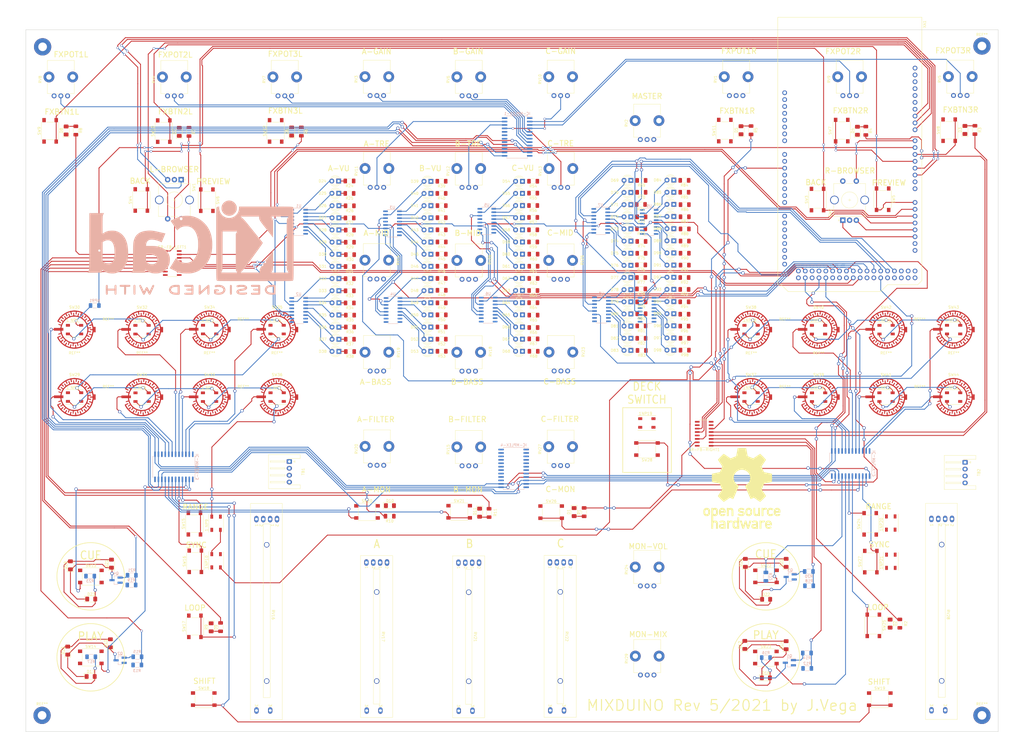
<source format=kicad_pcb>
(kicad_pcb (version 20210824) (generator pcbnew)
  (layers (0 "F.Cu" signal) (31 "B.Cu" power) (34 "B.Paste" user) (35 "F.Paste" user) (36 "B.SilkS" user "B.Silkscreen") (37 "F.SilkS" user "F.Silkscreen") (38 "B.Mask" user) (39 "F.Mask" user) (44 "Edge.Cuts" user))
  (net 0 "")
  (net 1 "GND")
  (net 2 "Net-(D1-Pad2)")
  (net 3 "Net-(D2-Pad2)")
  (net 4 "Net-(D3-Pad2)")
  (net 5 "Net-(D4-Pad2)")
  (net 6 "Net-(D5-Pad2)")
  (net 7 "Net-(D6-Pad2)")
  (net 8 "Net-(D7-Pad2)")
  (net 9 "Net-(D8-Pad2)")
  (net 10 "Net-(D9-Pad2)")
  (net 11 "Net-(D12-Pad1)")
  (net 12 "VCC")
  (net 13 "Net-(D10-Pad2)")
  (net 14 "Net-(D11-Pad2)")
  (net 15 "Net-(D12-Pad2)")
  (net 16 "Net-(D13-Pad2)")
  (net 17 "Net-(D18-Pad2)")
  (net 18 "Net-(D19-Pad2)")
  (net 19 "Net-(D24-Pad2)")
  (net 20 "Net-(D25-Pad2)")
  (net 21 "MPLEX-S2")
  (net 22 "MPLEX-S3")
  (net 23 "MPLEX-S1")
  (net 24 "MPLEX-S0")
  (net 25 "Net-(D26-Pad2)")
  (net 26 "Net-(D27-Pad2)")
  (net 27 "Net-(D28-Pad2)")
  (net 28 "Net-(D30-Pad2)")
  (net 29 "Net-(D13-Pad1)")
  (net 30 "Net-(D18-Pad1)")
  (net 31 "Net-(D19-Pad1)")
  (net 32 "Net-(D69-Pad1)")
  (net 33 "Net-(D69-Pad2)")
  (net 34 "Net-(D70-Pad1)")
  (net 35 "Net-(D70-Pad2)")
  (net 36 "Net-(D71-Pad1)")
  (net 37 "Net-(D71-Pad2)")
  (net 38 "Net-(D72-Pad1)")
  (net 39 "Net-(D72-Pad2)")
  (net 40 "Net-(D73-Pad1)")
  (net 41 "SW_BROWSER_L")
  (net 42 "SW_BROWSER_R")
  (net 43 "SDA")
  (net 44 "SCL")
  (net 45 "Net-(D73-Pad2)")
  (net 46 "Net-(D74-Pad1)")
  (net 47 "Net-(D74-Pad2)")
  (net 48 "Net-(D75-Pad1)")
  (net 49 "Net-(D75-Pad2)")
  (net 50 "Net-(D76-Pad1)")
  (net 51 "Net-(D76-Pad2)")
  (net 52 "Net-(D77-Pad1)")
  (net 53 "Net-(D77-Pad2)")
  (net 54 "Net-(D78-Pad1)")
  (net 55 "Net-(D78-Pad2)")
  (net 56 "Net-(D79-Pad1)")
  (net 57 "Net-(D79-Pad2)")
  (net 58 "Net-(D80-Pad1)")
  (net 59 "Net-(D80-Pad2)")
  (net 60 "Net-(D81-Pad1)")
  (net 61 "Net-(D81-Pad2)")
  (net 62 "Net-(D82-Pad1)")
  (net 63 "Net-(D82-Pad2)")
  (net 64 "Net-(NP1-Pad4)")
  (net 65 "Net-(NP1-Pad2)")
  (net 66 "Net-(NP2-Pad2)")
  (net 67 "Net-(D83-Pad1)")
  (net 68 "Net-(NP4-Pad2)")
  (net 69 "Net-(NP5-Pad2)")
  (net 70 "Net-(D83-Pad2)")
  (net 71 "Net-(D84-Pad1)")
  (net 72 "Net-(NP10-Pad4)")
  (net 73 "Net-(NP19-Pad2)")
  (net 74 "Net-(NP20-Pad2)")
  (net 75 "Net-(D84-Pad2)")
  (net 76 "MPLEX-A1")
  (net 77 "Net-(D85-Pad1)")
  (net 78 "Net-(D85-Pad2)")
  (net 79 "Net-(D86-Pad1)")
  (net 80 "Net-(D86-Pad2)")
  (net 81 "Net-(D87-Pad1)")
  (net 82 "Net-(D87-Pad2)")
  (net 83 "Net-(D88-Pad1)")
  (net 84 "Net-(NP11-Pad2)")
  (net 85 "Net-(NP10-Pad2)")
  (net 86 "L_BROWSER_A")
  (net 87 "L_BROWSER_B")
  (net 88 "R_BROWSER_A")
  (net 89 "R_BROWSER_B")
  (net 90 "Net-(D88-Pad2)")
  (net 91 "Net-(D89-Pad1)")
  (net 92 "NP_DATA")
  (net 93 "Net-(NP11-Pad4)")
  (net 94 "Net-(D89-Pad2)")
  (net 95 "Net-(D90-Pad1)")
  (net 96 "Net-(NP14-Pad4)")
  (net 97 "Net-(D90-Pad2)")
  (net 98 "Net-(NP16-Pad4)")
  (net 99 "Net-(D91-Pad1)")
  (net 100 "Net-(D91-Pad2)")
  (net 101 "Net-(D92-Pad1)")
  (net 102 "Net-(D92-Pad2)")
  (net 103 "Net-(D93-Pad1)")
  (net 104 "Net-(D93-Pad2)")
  (net 105 "Net-(D94-Pad1)")
  (net 106 "Net-(D94-Pad2)")
  (net 107 "Net-(D95-Pad1)")
  (net 108 "Net-(D95-Pad2)")
  (net 109 "Net-(D96-Pad1)")
  (net 110 "Net-(D96-Pad2)")
  (net 111 "Net-(D97-Pad1)")
  (net 112 "Net-(D97-Pad2)")
  (net 113 "Net-(D98-Pad1)")
  (net 114 "Net-(D98-Pad2)")
  (net 115 "Net-(IC-MPLEX-1-Pad2)")
  (net 116 "Net-(IC-MPLEX-1-Pad3)")
  (net 117 "Net-(IC-MPLEX-1-Pad4)")
  (net 118 "Net-(IC-MPLEX-1-Pad5)")
  (net 119 "Net-(IC-MPLEX-1-Pad6)")
  (net 120 "Net-(IC-MPLEX-1-Pad7)")
  (net 121 "Net-(IC-MPLEX-1-Pad8)")
  (net 122 "Net-(IC-MPLEX-1-Pad9)")
  (net 123 "Net-(IC-MPLEX-1-Pad21)")
  (net 124 "Net-(IC-MPLEX-1-Pad22)")
  (net 125 "Net-(IC-MPLEX-1-Pad23)")
  (net 126 "MPLEX-A2")
  (net 127 "Net-(IC-MPLEX-2-Pad2)")
  (net 128 "Net-(IC-MPLEX-2-Pad3)")
  (net 129 "Net-(IC-MPLEX-2-Pad4)")
  (net 130 "Net-(IC-MPLEX-2-Pad6)")
  (net 131 "Net-(IC-MPLEX-2-Pad7)")
  (net 132 "Net-(IC-MPLEX-2-Pad8)")
  (net 133 "Net-(IC-MPLEX-2-Pad9)")
  (net 134 "Net-(IC-MPLEX-2-Pad16)")
  (net 135 "Net-(IC-MPLEX-2-Pad17)")
  (net 136 "Net-(IC-MPLEX-2-Pad18)")
  (net 137 "Net-(IC-MPLEX-2-Pad19)")
  (net 138 "Net-(IC-MPLEX-2-Pad20)")
  (net 139 "Net-(IC-MPLEX-2-Pad21)")
  (net 140 "Net-(IC-MPLEX-2-Pad22)")
  (net 141 "Net-(IC-MPLEX-2-Pad23)")
  (net 142 "MPLEX-A3")
  (net 143 "Net-(IC-MPLEX-3-Pad2)")
  (net 144 "Net-(IC-MPLEX-3-Pad3)")
  (net 145 "Net-(IC-MPLEX-3-Pad4)")
  (net 146 "Net-(IC-MPLEX-3-Pad5)")
  (net 147 "Net-(IC-MPLEX-3-Pad6)")
  (net 148 "Net-(IC-MPLEX-3-Pad7)")
  (net 149 "Net-(IC-MPLEX-3-Pad8)")
  (net 150 "Net-(IC-MPLEX-3-Pad9)")
  (net 151 "Net-(IC-MPLEX-3-Pad16)")
  (net 152 "Net-(IC-MPLEX-3-Pad17)")
  (net 153 "Net-(IC-MPLEX-3-Pad18)")
  (net 154 "Net-(IC-MPLEX-3-Pad19)")
  (net 155 "Net-(IC-MPLEX-3-Pad20)")
  (net 156 "Net-(IC-MPLEX-3-Pad21)")
  (net 157 "Net-(IC-MPLEX-3-Pad22)")
  (net 158 "Net-(IC-MPLEX-3-Pad23)")
  (net 159 "MPLEX-A4")
  (net 160 "Net-(IC-MPLEX-4-Pad2)")
  (net 161 "Net-(IC-MPLEX-4-Pad3)")
  (net 162 "Net-(IC-MPLEX-4-Pad4)")
  (net 163 "Net-(IC-MPLEX-4-Pad5)")
  (net 164 "Net-(IC-MPLEX-4-Pad6)")
  (net 165 "Net-(IC-MPLEX-4-Pad7)")
  (net 166 "Net-(IC-MPLEX-4-Pad8)")
  (net 167 "Net-(IC-MPLEX-4-Pad9)")
  (net 168 "Net-(IC-MPLEX-4-Pad16)")
  (net 169 "Net-(IC-MPLEX-4-Pad17)")
  (net 170 "Net-(IC-MPLEX-4-Pad18)")
  (net 171 "Net-(IC-MPLEX-4-Pad19)")
  (net 172 "Net-(IC-MPLEX-4-Pad20)")
  (net 173 "Net-(IC-MPLEX-4-Pad21)")
  (net 174 "Net-(IC-MPLEX-4-Pad22)")
  (net 175 "Net-(IC-MPLEX-4-Pad23)")
  (net 176 "Net-(Q1-Pad1)")
  (net 177 "Net-(Q2-Pad1)")
  (net 178 "Net-(Q3-Pad1)")
  (net 179 "Net-(Q4-Pad1)")
  (net 180 "Net-(R1-Pad2)")
  (net 181 "Net-(R2-Pad2)")
  (net 182 "Net-(R3-Pad2)")
  (net 183 "Net-(R4-Pad2)")
  (net 184 "Net-(R5-Pad2)")
  (net 185 "Net-(R6-Pad2)")
  (net 186 "Net-(R7-Pad2)")
  (net 187 "Net-(R8-Pad2)")
  (net 188 "Net-(R9-Pad2)")
  (net 189 "Net-(R10-Pad2)")
  (net 190 "Net-(R11-Pad2)")
  (net 191 "Net-(R12-Pad1)")
  (net 192 "Net-(R13-Pad1)")
  (net 193 "Net-(R18-Pad1)")
  (net 194 "Net-(R19-Pad1)")
  (net 195 "Net-(RV1-Pad2)")
  (net 196 "Net-(RV2-Pad2)")
  (net 197 "SRCLK")
  (net 198 "FB-L-LATCH")
  (net 199 "FB-L-SIG")
  (net 200 "FB-R-LATCH")
  (net 201 "FB-R-SIG")
  (net 202 "Net-(SW3-Pad2)")
  (net 203 "Net-(SW5-Pad2)")
  (net 204 "Net-(SW7-Pad2)")
  (net 205 "Net-(SW8-Pad2)")
  (net 206 "Net-(SW9-Pad2)")
  (net 207 "Net-(SW10-Pad2)")
  (net 208 "Net-(SW11-Pad2)")
  (net 209 "Net-(SW12-Pad2)")
  (net 210 "Net-(U1-Pad9)")
  (net 211 "L1VU-LATCH")
  (net 212 "L1VU-SIG")
  (net 213 "Net-(U3-Pad9)")
  (net 214 "L2VU-LATCH")
  (net 215 "L2VU-SIG")
  (net 216 "Net-(U5-Pad9)")
  (net 217 "L3VU-LATCH")
  (net 218 "L3VU-SIG")
  (net 219 "Net-(U7-Pad9)")
  (net 220 "MLVU-LATCH")
  (net 221 "MLVU-SIG")
  (net 222 "Net-(U10-Pad14)")
  (net 223 "MRVU-LATCH")
  (net 224 "MRVU-SIG")
  (net 225 "Net-(NP3-Pad2)")
  (net 226 "Net-(NP6-Pad2)")
  (net 227 "Net-(NP7-Pad2)")
  (net 228 "Net-(NP8-Pad2)")
  (net 229 "Net-(NP12-Pad4)")
  (net 230 "Net-(NP13-Pad4)")
  (net 231 "Net-(NP15-Pad4)")
  (net 232 "Net-(NP17-Pad4)")
  (net 233 "Net-(D57-Pad2)")
  (net 234 "Net-(D58-Pad2)")
  (net 235 "Net-(D59-Pad2)")
  (net 291 "Net-(D27-Pad1)")
  (net 292 "Net-(D31-Pad1)")
  (net 293 "Net-(D32-Pad1)")
  (net 294 "Net-(D33-Pad1)")
  (net 295 "Net-(D34-Pad1)")
  (net 296 "Net-(D35-Pad1)")
  (net 297 "Net-(D37-Pad1)")
  (net 298 "Net-(D38-Pad1)")
  (net 299 "Net-(D41-Pad1)")
  (net 300 "Net-(D43-Pad1)")
  (net 301 "Net-(D44-Pad1)")
  (net 302 "Net-(D45-Pad1)")
  (net 303 "Net-(D46-Pad1)")
  (net 304 "Net-(D47-Pad1)")
  (net 305 "Net-(D48-Pad1)")
  (net 306 "Net-(D49-Pad1)")
  (net 307 "Net-(D50-Pad1)")
  (net 308 "Net-(D51-Pad1)")
  (net 309 "Net-(D52-Pad1)")
  (net 310 "Net-(D53-Pad1)")
  (net 311 "Net-(D54-Pad1)")
  (net 312 "Net-(D55-Pad1)")
  (net 313 "Net-(D56-Pad1)")
  (net 314 "Net-(D57-Pad1)")
  (net 315 "Net-(D58-Pad1)")
  (net 316 "Net-(D59-Pad1)")
  (net 317 "Net-(D60-Pad1)")
  (net 318 "Net-(D61-Pad1)")
  (net 319 "Net-(D62-Pad1)")
  (net 320 "Net-(D63-Pad1)")
  (net 321 "Net-(D65-Pad1)")
  (net 322 "Net-(D66-Pad1)")
  (net 323 "Net-(D68-Pad1)")
  (net 324 "Net-(D24-Pad1)")
  (net 325 "Net-(D25-Pad1)")
  (net 326 "Net-(D26-Pad1)")
  (net 327 "Net-(D28-Pad1)")
  (net 328 "Net-(D29-Pad1)")
  (net 329 "Net-(D29-Pad2)")
  (net 330 "Net-(D30-Pad1)")
  (net 331 "Net-(D31-Pad2)")
  (net 332 "Net-(D32-Pad2)")
  (net 333 "Net-(D33-Pad2)")
  (net 334 "Net-(D34-Pad2)")
  (net 335 "Net-(D35-Pad2)")
  (net 336 "Net-(D36-Pad1)")
  (net 337 "Net-(D36-Pad2)")
  (net 338 "Net-(D37-Pad2)")
  (net 339 "Net-(D38-Pad2)")
  (net 340 "Net-(D39-Pad1)")
  (net 341 "Net-(D39-Pad2)")
  (net 342 "Net-(D40-Pad1)")
  (net 343 "Net-(D40-Pad2)")
  (net 344 "Net-(D41-Pad2)")
  (net 345 "Net-(D42-Pad1)")
  (net 346 "Net-(D42-Pad2)")
  (net 347 "Net-(D43-Pad2)")
  (net 348 "Net-(D44-Pad2)")
  (net 349 "Net-(D45-Pad2)")
  (net 350 "Net-(D46-Pad2)")
  (net 351 "Net-(D47-Pad2)")
  (net 352 "Net-(D48-Pad2)")
  (net 353 "Net-(D49-Pad2)")
  (net 354 "Net-(D50-Pad2)")
  (net 355 "Net-(D51-Pad2)")
  (net 356 "Net-(D52-Pad2)")
  (net 357 "Net-(D53-Pad2)")
  (net 358 "Net-(D54-Pad2)")
  (net 359 "Net-(D55-Pad2)")
  (net 360 "Net-(D56-Pad2)")
  (net 361 "Net-(D60-Pad2)")
  (net 362 "Net-(D61-Pad2)")
  (net 363 "Net-(D62-Pad2)")
  (net 364 "Net-(D63-Pad2)")
  (net 365 "Net-(D64-Pad1)")
  (net 366 "Net-(D64-Pad2)")
  (net 367 "Net-(D65-Pad2)")
  (net 368 "Net-(D66-Pad2)")
  (net 369 "Net-(D67-Pad1)")
  (net 370 "Net-(D67-Pad2)")
  (net 371 "Net-(D68-Pad2)")
  (footprint "Library:R_1206_3216Metric_Pad1.30x1.75mm_HandSolder" (layer "F.Cu") (at 387.5 88.2 -90)
    (fp_text reference "R5")
    (fp_text value "R-FX1-R")
  )
  (footprint "Library:LED_GREEN" (layer "F.Cu") (at 268.9602 120.6392 180)
    (fp_text reference "D42")
    (fp_text value "VUL2D")
  )
  (footprint "Library:SW_Push_1P1T_NO_6x6mm_H8mm" (layer "F.Cu") (at 432.78 271.65 -90)
    (fp_text reference "SW25")
    (fp_text value "SWLOOPR")
  )
  (footprint "Library:SW_Push_1P1T_NO_6x6mm_H8mm" (layer "F.Cu") (at 181.74 247.92 90)
    (fp_text reference "SW16")
    (fp_text value "SWSYNCL")
  )
  (footprint "Library:fader-L60" (layer "F.Cu") (at 248.9 275.8 -90)
    (fp_text reference "RV17")
    (fp_text value "FADERL1")
  )
  (footprint "Library:LED_YELLOW" (layer "F.Cu") (at 234.9042 161.1546 180)
    (fp_text reference "D36")
    (fp_text value "VUL1D1")
  )
  (footprint "Library:LED_GREEN" (layer "F.Cu") (at 268.9602 107.1392 180)
    (fp_text reference "D39")
    (fp_text value "VUL2D")
  )
  (footprint "Library:R_1206_3216Metric_Pad1.30x1.75mm_HandSolder" (layer "F.Cu") (at 346.8148 124.699 180)
    (fp_text reference "R73")
    (fp_text value "VUMLR")
  )
  (footprint "Library:R_1206_3216Metric_Pad1.30x1.75mm_HandSolder" (layer "F.Cu") (at 306.9344 165.5038 180)
    (fp_text reference "R67")
    (fp_text value "VUL3R")
  )
  (footprint "Library:R_1206_3216Metric_Pad1.30x1.75mm_HandSolder" (layer "F.Cu") (at 272.945437 165.6038 180)
    (fp_text reference "R52")
    (fp_text value "VUL2R")
  )
  (footprint "Library:R_1206_3216Metric_Pad1.30x1.75mm_HandSolder" (layer "F.Cu") (at 306.8844 147.6038 180)
    (fp_text reference "R63")
    (fp_text value "VUL3R")
  )
  (footprint "Library:LED_YELLOW" (layer "F.Cu") (at 268.9352 152.1292 180)
    (fp_text reference "D49")
    (fp_text value "VUL2D")
  )
  (footprint "Library:LED_WS2812B_PLCC4_5.0x5.0mm_P3.2mm" (layer "F.Cu") (at 162.005 162.1049)
    (fp_text reference "NP2")
    (fp_text value "PADL-D2" hide)
  )
  (footprint "Library:SW_Push_1P1T_NO_6x6mm_H8mm" (layer "F.Cu") (at 143.08 253.53)
    (fp_text reference "SW13")
    (fp_text value "SWCUEL")
  )
  (footprint "Library:LED_RED" (layer "F.Cu") (at 302.8696 165.6038 180)
    (fp_text reference "D67")
    (fp_text value "VUL3D")
  )
  (footprint "Library:LED_RED" (layer "F.Cu") (at 234.9042 165.6546 180)
    (fp_text reference "D37")
    (fp_text value "VUL1D1")
  )
  (footprint "Library:sw-pad" (layer "F.Cu") (at 137.03 187.08)
    (fp_text reference "SW29")
    (fp_text value "SWPADL5")
  )
  (footprint "Library:R_1206_3216Metric_Pad1.30x1.75mm_HandSolder" (layer "F.Cu") (at 362.9412 138.172 180)
    (fp_text reference "R91")
    (fp_text value "VUMRR")
  )
  (footprint "Library:LED_WS2812B_PLCC4_5.0x5.0mm_P3.2mm" (layer "F.Cu") (at 348.92 196.67)
    (fp_text reference "NP19")
    (fp_text value "DECK-SWITCHER-D" hide)
  )
  (footprint "Library:R_1206_3216Metric_Pad1.30x1.75mm_HandSolder" (layer "F.Cu") (at 442.6 271 90)
    (fp_text reference "R2")
    (fp_text value "R-LOOP-R")
  )
  (footprint "Library:SO-16_3.9x9.9mm_P1.27mm" (layer "F.Cu") (at 173.2 137.4)
    (fp_text reference "SR-FB-LEFT1")
    (fp_text value "74HC595")
  )
  (footprint "Symbol:OSHW-Logo_28.5x30mm_SilkScreen" (layer "F.Cu") (at 384.1 220.9)
    (fp_text reference "REF**" hide)
    (fp_text value "OSHW-Logo_28.5x30mm_SilkScreen" hide)
  )
  (footprint "Library:LED_GREEN" (layer "F.Cu") (at 234.9042 116.1546 180)
    (fp_text reference "D26")
    (fp_text value "VUL1D1")
  )
  (footprint "MountingHole:MountingHole_3.2mm_M3_Pad_TopBottom" (layer "F.Cu") (at 473 57)
    (fp_text reference "REF**")
    (fp_text value "MountingHole_3.2mm_M3_Pad_TopBottom")
  )
  (footprint "Library:SW_Push_1P1T_NO_6x6mm_H8mm" (layer "F.Cu") (at 348.98 206.33 180)
    (fp_text reference "SW28")
    (fp_text value "SWDECKSEL")
  )
  (footprint "Library:LED_WS2812B_PLCC4_5.0x5.0mm_P3.2mm" (layer "F.Cu") (at 412.515 187.11)
    (fp_text reference "NP13")
    (fp_text value "PADR-D6" hide)
  )
  (footprint "Library:R_1206_3216Metric_Pad1.30x1.75mm_HandSolder" (layer "F.Cu") (at 346.9148 120.299 180)
    (fp_text reference "R72")
    (fp_text value "VUMLR")
  )
  (footprint "MountingHole:MountingHole_3.2mm_M3_ISO7380" (layer "F.Cu") (at 149.52 162.09)
    (fp_text reference "REF**")
    (fp_text value "MountingHole_3.2mm_M3_ISO7380")
  )
  (footprint "Library:R_1206_3216Metric_Pad1.30x1.75mm_HandSolder" (layer "F.Cu") (at 362.8412 111.172 180)
    (fp_text reference "R85")
    (fp_text value "VUMRR")
  )
  (footprint "Library:SW_Push_1P1T_NO_6x6mm_H8mm" (layer "F.Cu") (at 313.488 229.702)
    (fp_text reference "SW26")
    (fp_text value "SWPCUEL3")
  )
  (footprint "Library:Potentiometer_Bourns_PTV09A-1_Single_Vertical" (layer "F.Cu") (at 134.45 75.47 90)
    (fp_text reference "RV8")
    (fp_text value "PFX1L")
  )
  (footprint "Library:LED_WS2812B_PLCC4_5.0x5.0mm_P3.2mm" (layer "F.Cu") (at 137.02 162.08)
    (fp_text reference "NP1")
    (fp_text value "PADL-D1" hide)
  )
  (footprint "MountingHole:MountingHole_3.2mm_M3_Pad_TopBottom" (layer "F.Cu") (at 125.2 57.3)
    (fp_text reference "")
    (fp_text value "MountingHole_3.2mm_M3_Pad_TopBottom")
  )
  (footprint "Library:LED_GREEN" (layer "F.Cu") (at 302.8696 143.1038 180)
    (fp_text reference "D62")
    (fp_text value "VUL3D")
  )
  (footprint "Library:Potentiometer_Bourns_PTV09A-1_Single_Vertical" (layer "F.Cu") (at 217.36 75.46 90)
    (fp_text reference "RV7")
    (fp_text value "PFX3L")
  )
  (footprint "Library:JST_XHP_XH-A-1_1x04_P2.54mm_Horizontal" (layer "F.Cu") (at 216.55 210.95 -90)
    (fp_text reference "TB1")
    (fp_text value "trillbar-left")
  )
  (footprint "Library:SW_Push_1P1T_NO_6x6mm_H8mm" (layer "F.Cu") (at 170.06 88.53 90)
    (fp_text reference "SW10")
    (fp_text value "SWFX2L")
  )
  (footprint "Library:SW_Push_1P1T_NO_6x6mm_H8mm" (layer "F.Cu") (at 431.62 234.04 -90)
    (fp_text reference "SW24")
    (fp_text value "SWRANGER")
  )
  (footprint "Library:LED_1206_3216Metric_Pad1.42x1.75mm_HandSolder" (layer "F.Cu") (at 439 271 -90)
    (fp_text reference "D2")
    (fp_text value "D-LOOP-R")
  )
  (footprint "Library:R_1206_3216Metric_Pad1.30x1.75mm_HandSolder" (layer "F.Cu") (at 306.9344 134.1038 180)
    (fp_text reference "R60")
    (fp_text value "VUL3R")
  )
  (footprint "Library:LED_1206_3216Metric_Pad1.42x1.75mm_HandSolder" (layer "F.Cu") (at 150.3 278.3 90)
    (fp_text reference "D15")
    (fp_text value "D-PLAYL")
  )
  (footprint "Library:R_1206_3216Metric_Pad1.30x1.75mm_HandSolder" (layer "F.Cu") (at 306.8344 125.1038 180)
    (fp_text reference "R58")
    (fp_text value "VUL3R")
  )
  (footprint "Library:LED_YELLOW" (layer "F.Cu") (at 302.8696 161.1038 180)
    (fp_text reference "D66")
    (fp_text value "VUL3D")
  )
  (footprint "Library:fader-L60" (layer "F.Cu") (at 282.98 275.87 -90)
    (fp_text reference "RV21")
    (fp_text value "FADERL3")
  )
  (footprint "Library:LED_GREEN" (layer "F.Cu") (at 343.0166 106.7736 180)
    (fp_text reference "D69")
    (fp_text value "VUMLD")
  )
  (footprint "Library:LED_1206_3216Metric_Pad1.42x1.75mm_HandSolder" (layer "F.Cu") (at 322 229.6875 -90)
    (fp_text reference "D1")
    (fp_text value "D-PCUEL3")
  )
  (footprint "Library:sw-pad" (layer "F.Cu") (at 137.02 162.08)
    (fp_text reference "SW30")
    (fp_text value "SWPADL1")
  )
  (footprint "Library:R_1206_3216Metric_Pad1.30x1.75mm_HandSolder" (layer "F.Cu") (at 238.8134 111.6054 180)
    (fp_text reference "R25")
    (fp_text value "VUL1R1")
  )
  (footprint "Library:LED_1206_3216Metric_Pad1.42x1.75mm_HandSolder" (layer "F.Cu") (at 393.1 262)
    (fp_text reference "D22")
    (fp_text value "D-CUER")
  )
  (footprint "Library:LED_1206_3216Metric_Pad1.42x1.75mm_HandSolder" (layer "F.Cu") (at 135.5 249.4125 90)
    (fp_text reference "D19")
    (fp_text value "D-CUEL")
  )
  (footprint "Library:sw-pad" (layer "F.Cu") (at 162.005 162.1049)
    (fp_text reference "SW32")
    (fp_text value "SWPADL2")
  )
  (footprint "Library:SW_Push_1P1T_NO_6x6mm_H8mm" (layer "F.Cu") (at 184.86 298.97)
    (fp_text reference "SW18")
    (fp_text value "SWSHIFTL")
  )
  (footprint "Library:R_1206_3216Metric_Pad1.30x1.75mm_HandSolder" (layer "F.Cu") (at 272.945437 156.6038 180)
    (fp_text reference "R50")
    (fp_text value "VUL2R")
  )
  (footprint "Library:LED_GREEN" (layer "F.Cu") (at 358.907 106.672 180)
    (fp_text reference "D84")
    (fp_text value "VUMRD")
  )
  (footprint "Library:LED_YELLOW" (layer "F.Cu") (at 234.9042 152.1546 180)
    (fp_text reference "D34")
    (fp_text value "VUL1D1")
  )
  (footprint "Library:Potentiometer_Bourns_PTV09A-1_Single_Vertical" (layer "F.Cu") (at 285.5 212.55 90)
    (fp_text reference "RV15")
    (fp_text value "FILTERL3")
  )
  (footprint "Library:LED_YELLOW" (layer "F.Cu") (at 268.9352 156.6292 180)
    (fp_text reference "D50")
    (fp_text value "VUL2D")
  )
  (footprint "Library:Potentiometer_Bourns_PTV09A-1_Single_Vertical" (layer "F.Cu") (at 285.51 75.44 90)
    (fp_text reference "RV6")
    (fp_text value "PGAINL2")
  )
  (footprint "Library:LED_1206_3216Metric_Pad1.42x1.75mm_HandSolder" (layer "F.Cu") (at 187.6 272.3875 -90)
    (fp_text reference "D9")
    (fp_text value "D-LOOP-L")
  )
  (footprint "Library:LED_GREEN" (layer "F.Cu") (at 302.8696 111.6138 180)
    (fp_text reference "D55")
    (fp_text value "VUL3D")
  )
  (footprint "MountingHole:MountingHole_3.2mm_M3_ISO7380" (layer "F.Cu") (at 137.02 174.6)
    (fp_text reference "REF**")
    (fp_text value "MountingHole_3.2mm_M3_ISO7380")
  )
  (footprint "Library:R_1206_3216Metric_Pad1.30x1.75mm_HandSolder" (layer "F.Cu") (at 346.9148 106.799 180)
    (fp_text reference "R69")
    (fp_text value "VUMLR")
  )
  (footprint "Library:LED_GREEN" (layer "F.Cu") (at 234.8142 107.0346 180)
    (fp_text reference "D24")
    (fp_text value "VUL1D1")
  )
  (footprint "Library:LED_GREEN" (layer "F.Cu") (at 302.8696 138.6138 180)
    (fp_text reference "D61")
    (fp_text value "VUL3D")
  )
  (footprint "Library:LED_GREEN" (layer "F.Cu") (at 358.907 120.172 180)
    (fp_text reference "D87")
    (fp_text value "VUMRD")
  )
  (footprint "Library:R_1206_3216Metric_Pad1.30x1.75mm_HandSolder" (layer "F.Cu") (at 238.9134 116.2054 180)
    (fp_text reference "R26")
    (fp_text value "VUL1R1")
  )
  (footprint "Library:R_1206_3216Metric_Pad1.30x1.75mm_HandSolder" (layer "F.Cu") (at 221 88.7 -90)
    (fp_text reference "R6")
    (fp_text value "R-FX3-L")
  )
  (footprint "Library:R_1206_3216Metric_Pad1.30x1.75mm_HandSolder" (layer "F.Cu") (at 362.8412 106.772 180)
    (fp_text reference "R84")
    (fp_text value "VUMRR")
  )
  (footprint "Library:fader-L75" (layer "F.Cu") (at 458.1 267.62 -90)
    (fp_text reference "RV28")
    (fp_text value "PITH-R")
  )
  (footprint "MountingHole:MountingHole_3.2mm_M3_ISO7380" (layer "F.Cu") (at 211.98 174.57)
    (fp_text reference "REF**")
    (fp_text value "MountingHole_3.2mm_M3_ISO7380")
  )
  (footprint "Library:LED_YELLOW" (layer "F.Cu") (at 234.9042 156.6546 180)
    (fp_text reference "D35")
    (fp_text value "VUL1D1")
  )
  (footprint "Library:R_1206_3216Metric_Pad1.30x1.75mm_HandSolder" (layer "F.Cu") (at 346.9148 160.699 180)
    (fp_text reference "R81")
    (fp_text value "VUMLR")
  )
  (footprint "Library:sw-pad" (layer "F.Cu") (at 212.025 187.0949)
    (fp_text reference "SW36")
    (fp_text value "SWPADL8")
  )
  (footprint "Library:LED_1206_3216Metric_Pad1.42x1.75mm_HandSolder" (layer "F.Cu") (at 466.7 88.1 90)
    (fp_text reference "D3")
    (fp_text value "D-FX3-R")
  )
  (footprint "Library:R_1206_3216Metric_Pad1.30x1.75mm_HandSolder" (layer "F.Cu") (at 346.9148 151.799 180)
    (fp_text reference "R79")
    (fp_text value "VUMLR")
  )
  (footprint "Library:SW_Push_1P1T_NO_6x6mm_H8mm" (layer "F.Cu") (at 393 283.57)
    (fp_text reference "SW23")
    (fp_text value "SWPLAYR")
  )
  (footprint "Library:LED_RED" (layer "F.Cu") (at 268.9352 170.1292 180)
    (fp_text reference "D53")
    (fp_text value "VUL2D")
  )
  (footprint "Library:LED_YELLOW" (layer "F.Cu") (at 358.907 151.672 180)
    (fp_text reference "D94")
    (fp_text value "VUMRD")
  )
  (footprint "Library:LED_1206_3216Metric_Pad1.42x1.75mm_HandSolder" (layer "F.Cu") (at 383.8 88.2 90)
    (fp_text reference "D5")
    (fp_text value "D-FX1-R")
  )
  (footprint "Library:SW_Push_1P1T_NO_6x6mm_H8mm" (layer "F.Cu") (at 161.75 114.04 90)
    (fp_text reference "SW4")
    (fp_text value "SWBR-BACKL")
  )
  (footprint "Library:SO-16_3.9x9.9mm_P1.27mm" (layer "F.Cu") (at 370.1542 200.66 180)
    (fp_text reference "SR-FB-RIGHT1")
    (fp_text value "74HC595")
  )
  (footprint "Library:Potentiometer_Bourns_PTV09A-1_Single_Vertical" (layer "F.Cu") (at 285.49 109.4 90)
    (fp_text reference "RV12")
    (fp_text value "TREL2")
  )
  (footprint "Library:LED_GREEN" (layer "F.Cu") (at 343.0066 120.2736 180)
    (fp_text reference "D72")
    (fp_text value "VUMLD")
  )
  (footprint "Library:Potentiometer_Bourns_PTV09A-1_Single_Vertical" (layer "F.Cu") (at 351.53 257.04 90)
    (fp_text reference "RV24")
    (fp_text value "PVOL-HP")
  )
  (footprint "Library:R_1206_3216Metric_Pad1.30x1.75mm_HandSolder" (layer "F.Cu") (at 272.945437 125.1038 180)
    (fp_text reference "R43")
    (fp_text value "VUL2R")
  )
  (footprint "Library:LED_GREEN" (layer "F.Cu") (at 234.9042 143.1546 180)
    (fp_text reference "D32")
    (fp_text value "VUL1D1")
  )
  (footprint "Library:LED_GREEN" (layer "F.Cu") (at 268.9602 116.1392 180)
    (fp_text reference "D41")
    (fp_text value "VUL2D")
  )
  (footprint "Library:RotaryEncoder_Alps_EC11E-Switch_Vertical_H20mm_CircularMountingHoles" (layer "F.Cu") (at 421.49 121.55 90)
    (fp_text reference "SW2")
    (fp_text value "BROWSER-R")
  )
  (footprint "Library:R_1206_3216Metric_Pad1.30x1.75mm_HandSolder" (layer "F.Cu") (at 272.945437 134.1038 180)
    (fp_text reference "R45")
    (fp_text value "VUL2R")
  )
  (footprint "MountingHole:MountingHole_3.2mm_M3_ISO7380" (layer "F.Cu") (at 186.98 174.58)
    (fp_text reference "REF**")
    (fp_text value "MountingHole_3.2mm_M3_ISO7380")
  )
  (footprint "Library:R_1206_3216Metric_Pad1.30x1.75mm_HandSolder" (layer "F.Cu") (at 306.8344 111.5038 180)
    (fp_text reference "R55")
    (fp_text value "VUL3R")
  )
  (footprint "MountingHole:MountingHole_3.2mm_M3_ISO7380" (layer "F.Cu") (at 400.05 162.12)
    (fp_text reference "REF**")
    (fp_text value "MountingHole_3.2mm_M3_ISO7380")
  )
  (footprint "Library:LED_GREEN" (layer "F.Cu") (at 234.9042 120.6546 180)
    (fp_text reference "D27")
    (fp_text value "VUL1D1")
  )
  (footprint "Library:LED_GREEN" (layer "F.Cu") (at 302.8696 107.1238 180)
    (fp_text reference "D54")
    (fp_text value "VUL3D")
  )
  (footprint "Library:R_1206_3216Metric_Pad1.30x1.75mm_HandSolder" (layer "F.Cu") (at 272.945437 116.1438 180)
    (fp_text reference "R41")
    (fp_text value "VUL2R")
  )
  (footprint "Library:LED_GREEN" (layer "F.Cu") (at 268.9602 138.6392 180)
    (fp_text reference "D46")
    (fp_text value "VUL2D")
  )
  (footprint "Library:LED_1206_3216Metric_Pad1.42x1.75mm_HandSolder" (layer "F.Cu") (at 217.4 88.7 90)
    (fp_text reference "D6")
    (fp_text value "D-FX3-L")
  )
  (footprint "Library:SW_Push_1P1T_NO_6x6mm_H8mm" (layer "F.Cu") (at 435.17 298.994)
    (fp_text reference "SW19")
    (fp_text value "SWSHIFTR")
  )
  (footprint "Library:LED_RED" (layer "F.Cu") (at 268.9352 165.6292 180)
    (fp_text reference "D52")
    (fp_text value "VUL2D")
  )
  (footprint "Library:sw-pad" (layer "F.Cu") (at 212.025 162.0749)
    (fp_text reference "SW35")
    (fp_text value "SWPADL4")
  )
  (footprint "Library:R_1206_3216Metric_Pad1.30x1.75mm_HandSolder" (layer "F.Cu") (at 347.0148 169.799 180)
    (fp_text reference "R83")
    (fp_text value "VUMLR")
  )
  (footprint "Library:R_1206_3216Metric_Pad1.30x1.75mm_HandSolder" (layer "F.Cu") (at 362.9412 165.272 180)
    (fp_text reference "R97")
    (fp_text value "VUMRR")
  )
  (footprint "Library:LED_YELLOW" (layer "F.Cu") (at 234.9042 147.6546 180)
    (fp_text reference "D33")
    (fp_text value "VUL1D1")
  )
  (footprint "Library:R_1206_3216Metric_Pad1.30x1.75mm_HandSolder" (layer "F.Cu") (at 346.8148 142.799 180)
    (fp_text reference "R77")
    (fp_text value "VUMLR")
  )
  (footprint "Library:R_1206_3216Metric_Pad1.30x1.75mm_HandSolder" (layer "F.Cu") (at 239.0134 134.3054 180)
    (fp_text reference "R30")
    (fp_text value "VUL1R1")
  )
  (footprint "Library:LED_YELLOW" (layer "F.Cu") (at 358.907 147.172 180)
    (fp_text reference "D93")
    (fp_text value "VUMRD")
  )
  (footprint "Library:LED_GREEN" (layer "F.Cu") (at 358.907 124.672 180)
    (fp_text reference "D88")
    (fp_text value "VUMRD")
  )
  (footprint "Library:R_1206_3216Metric_Pad1.30x1.75mm_HandSolder" (layer "F.Cu") (at 306.8344 129.6038 180)
    (fp_text reference "R59")
    (fp_text value "VUL3R")
  )
  (footprint "Library:R_1206_3216Metric_Pad1.30x1.75mm_HandSolder" (layer "F.Cu") (at 362.9412 129.272 180)
    (fp_text reference "R89")
    (fp_text value "VUMRR")
  )
  (footprint "Library:SW_Push_1P1T_NO_6x6mm_H8mm" (layer "F.Cu") (at 143.05 283.5)
    (fp_text reference "SW14")
    (fp_text value "SWPLAYL")
  )
  (footprint "Library:LED_1206_3216Metric_Pad1.42x1.75mm_HandSolder" (layer "F.Cu") (at 400.5 279 90)
    (fp_text reference "D14")
    (fp_text value "D-PLAYR")
  )
  (footprint "Library:R_1206_3216Metric_Pad1.30x1.75mm_HandSolder" (layer "F.Cu") (at 272.945437 147.5038 180)
    (fp_text reference "R48")
    (fp_text value "VUL2R")
  )
  (footprint "Library:R_1206_3216Metric_Pad1.30x1.75mm_HandSolder" (layer "F.Cu") (at 238.8634 120.7054 180)
    (fp_text reference "R27")
    (fp_text value "VUL1R1")
  )
  (footprint "Library:LED_RED" (layer "F.Cu") (at 302.8696 170.1038 180)
    (fp_text reference "D68")
    (fp_text value "VUL3D")
  )
  (footprint "Library:R_1206_3216Metric_Pad1.30x1.75mm_HandSolder" (layer "F.Cu") (at 346.8148 146.999 180)
    (fp_text reference "R78")
    (fp_text value "VUMLR")
  )
  (footprint "Library:LED_1206_3216Metric_Pad1.42x1.75mm_HandSolder" (layer "F.Cu") (at 175.8 88.8 90)
    (fp_text reference "D7")
    (fp_text value "D-FX2-L")
  )
  (footprint "Library:SW_Push_1P1T_NO_6x6mm_H8mm" (layer "F.Cu") (at 421.07 88.33 -90)
    (fp_text reference "SW7")
    (fp_text value "SWFX2R")
  )
  (footprint "MountingHole:MountingHole_3.2mm_M3_ISO7380" (layer "F.Cu") (at 462.51 174.59)
    (fp_text reference "REF**")
    (fp_text value "MountingHole_3.2mm_M3_ISO7380")
  )
  (footprint "Library:R_1206_3216Metric_Pad1.30x1.75mm_HandSolder" (layer "F.Cu") (at 272.945437 120.6038 180)
    (fp_text reference "R42")
    (fp_text value "VUL2R")
  )
  (footprint "Library:LED_GREEN" (layer "F.Cu") (at 358.907 142.672 180)
    (fp_text reference "D92")
    (fp_text value "VUMRD")
  )
  (footprint "Library:SW_Push_1P1T_NO_6x6mm_H8mm" (layer "F.Cu") (at 181.58 272.01 90)
    (fp_text reference "SW17")
    (fp_text value "SWLOOPL")
  )
  (footprint "Library:R_1206_3216Metric_Pad1.30x1.75mm_HandSolder" (layer "F.Cu") (at 306.8844 152.1038 180)
    (fp_text reference "R64")
    (fp_text value "VUL3R")
  )
  (footprint "Library:Potentiometer_Bourns_PTV09A-1_Single_Vertical" (layer "F.Cu") (at 384.49 75.38 90)
    (fp_text reference "RV1")
    (fp_text value "PFX1R")
  )
  (footprint "Library:R_1206_3216Metric_Pad1.30x1.75mm_HandSolder" (layer "F.Cu") (at 238.9134 143.2054 180)
    (fp_text reference "R32")
    (fp_text value "VUL1R1")
  )
  (footprint "Library:Potentiometer_Bourns_PTV09A-1_Single_Vertical" (layer "F.Cu") (at 251.49 109.38 90)
    (fp_text reference "RV11")
    (fp_text value "TREL1")
  )
  (footprint "Library:R_1206_3216Metric_Pad1.30x1.75mm_HandSolder" (layer "F.Cu") (at 272.895437 111.6038 180)
    (fp_text reference "R40")
    (fp_text value "VUL2R")
  )
  (footprint "Library:Potentiometer_Bourns_PTV09A-1_Single_Vertical" (layer "F.Cu") (at 319.596975 109.402186 90)
    (fp_text reference "RV13")
    (fp_text value "TREL3")
  )
  (footprint "Library:LED_GREEN" (layer "F.Cu") (at 234.9042 138.6546 180)
    (fp_text reference "D31")
    (fp_text value "VUL1D1")
  )
  (footprint "Library:sw-pad" (layer "F.Cu") (at 412.485 162.1049)
    (fp_text reference "SW40")
    (fp_text value "SWPADR2")
  )
  (footprint "Library:R_1206_3216Metric_Pad1.30x1.75mm_HandSolder" (layer "F.Cu") (at 272.945437 129.6038 180)
    (fp_text reference "R44")
    (fp_text value "VUL2R")
  )
  (footprint "Library:LED_WS2812B_PLCC4_5.0x5.0mm_P3.2mm" (layer "F.Cu") (at 187.005 187.1049)
    (fp_text reference "NP7")
    (fp_text value "PADL-D7" hide)
  )
  (footprint "Library:R_1206_3216Metric_Pad1.30x1.75mm_HandSolder" (layer "F.Cu") (at 362.9412 133.772 180)
    (fp_text reference "R90")
    (fp_text value "VUMRR")
  )
  (footprint "MountingHole:MountingHole_3.2mm_M3_ISO7380" (layer "F.Cu") (at 387.56 174.63)
    (fp_text reference "REF**")
    (fp_text value "MountingHole_3.2mm_M3_ISO7380")
  )
  (footprint "Library:LED_GREEN" (layer "F.Cu") (at 343.0066 133.7736 180)
    (fp_text reference "D75")
    (fp_text value "VUMLD")
  )
  (footprint "Library:R_1206_3216Metric_Pad1.30x1.75mm_HandSolder" (layer "F.Cu") (at 306.8344 107.1038 180)
    (fp_text reference "R54")
    (fp_text value "VUL3R")
  )
  (footprint "Library:LED_RED" (layer "F.Cu") (at 358.907 169.672 180)
    (fp_text reference "D98")
    (fp_text value "VUMRD")
  )
  (footprint "Library:R_1206_3216Metric_Pad1.30x1.75mm_HandSolder" (layer "F.Cu") (at 325.7 229.7 90)
    (fp_text reference "R1")
    (fp_text value "R-PCUEL3")
  )
  (footprint "Library:LED_YELLOW" (layer "F.Cu") (at 268.9352 147.6292 180)
    (fp_text reference "D48")
    (fp_text value "VUL2D")
  )
  (footprint "Library:LED_1206_3216Metric_Pad1.42x1.75mm_HandSolder" (layer "F.Cu") (at 287 229.9 -90)
    (fp_text reference "D11")
    (fp_text value "D-PCUE2")
  )
  (footprint "Library:LED_GREEN" (layer "F.Cu") (at 358.907 115.672 180)
    (fp_text reference "D86")
    (fp_text value "VUMRD")
  )
  (footprint "Library:LED_GREEN" (layer "F.Cu") (at 302.8696 129.6138 180)
    (fp_text reference "D59")
    (fp_text value "VUL3D")
  )
  (footprint "MountingHole:MountingHole_3.2mm_M3_ISO7380" (layer "F.Cu") (at 450 162.1)
    (fp_text reference "REF**")
    (fp_text value "MountingHole_3.2mm_M3_ISO7380")
  )
  (footprint "Library:SW_Push_1P1T_NO_6x6mm_H8mm" (layer "F.Cu") (at 393.05 253.5)
    (fp_text reference "SW22")
    (fp_text value "SWCUER")
  )
  (footprint "Library:R_1206_3216Metric_Pad1.30x1.75mm_HandSolder" (layer "F.Cu") (at 238.9632 165.6334 180)
    (fp_text reference "R37")
    (fp_text value "VUL1R1")
  )
  (footprint "Library:R_1206_3216Metric_Pad1.30x1.75mm_HandSolder" (layer "F.Cu") (at 346.9148 133.799 180)
    (fp_text reference "R75")
    (fp_text value "VUMLR")
  )
  (footprint "Library:Potentiometer_Bourns_PTV09A-1_Single_Vertical" (layer "F.Cu") (at 426.51 75.39 90)
    (fp_text reference "RV9")
    (fp_text value "PFX2R")
  )
  (footprint "Library:SW_Push_1P1T_NO_6x6mm_H8mm" (layer "F.Cu") (at 211.48 88.45 90)
    (fp_text reference "SW12")
    (fp_text value "SWFX3L")
  )
  (footprint "Library:LED_GREEN" (layer "F.Cu") (at 268.9602 134.1392 180)
    (fp_text reference "D45")
    (fp_text value "VUL2D")
  )
  (footprint "Library:Potentiometer_Bourns_PTV09A-1_Single_Vertical" (layer "F.Cu") (at 285.5 143.43 90)
    (fp_text reference "RV26")
    (fp_text value "MIDL2")
  )
  (footprint "Library:SW_Push_1P1T_NO_6x6mm_H8mm" (layer "F.Cu") (at 412.13 113.89 90)
    (fp_text reference "SW3")
    (fp_text value "SWBR-BACKR")
  )
  (footprint "Library:LED_GREEN" (layer "F.Cu") (at 358.907 138.172 180)
    (fp_text reference "D91")
    (fp_text value "VUMRD")
  )
  (footprint "Library:LED_1206_3216Metric_Pad1.42x1.75mm_HandSolder" (layer "F.Cu") (at 150.7 248.7875 90)
    (fp_text reference "D21")
    (fp_text value "D-CUEL")
  )
  (footprint "Library:sw-pad" (layer "F.Cu") (at 462.505 187.0849)
    (fp_text reference "SW44")
    (fp_text value "SWPADR8")
  )
  (footprint "Library:R_1206_3216Metric_Pad1.30x1.75mm_HandSolder" (layer "F.Cu") (at 272.945437 152.160273 180)
    (fp_text reference "R49")
    (fp_text value "VUL2R")
  )
  (footprint "Library:R_1206_3216Metric_Pad1.30x1.75mm_HandSolder" (layer "F.Cu") (at 346.7148 115.699 180)
    (fp_text reference "R71")
    (fp_text value "VUMLR")
  )
  (footprint "Library:R_1206_3216Metric_Pad1.30x1.75mm_HandSolder" (layer "F.Cu") (at 346.9148 111.199 180)
    (fp_text reference "R70")
    (fp_text value "VUMLR")
  )
  (footprint "Library:sw-pad" (layer "F.Cu") (at 462.51 162.07)
    (fp_text reference "SW43")
    (fp_text value "SWPADR4")
  )
  (footprint "Library:fader-L60" (layer "F.Cu") (at 316.87 275.75 -90)
    (fp_text reference "RV22")
    (fp_text value "FADERL3")
  )
  (footprint "Library:LED_GREEN" (layer "F.Cu") (at 343.0216 129.2736 180)
    (fp_text reference "D74")
    (fp_text value "VUMLD")
  )
  (footprint "Library:LED_1206_3216Metric_Pad1.42x1.75mm_HandSolder" (layer "F.Cu") (at 393 291.1)
    (fp_text reference "D16")
    (fp_text value "D-PLAYR")
  )
  (footprint "Library:R_1206_3216Metric_Pad1.30x1.75mm_HandSolder" (layer "F.Cu") (at 346.9148 165.299 180)
    (fp_text reference "R82")
    (fp_text value "VUMLR")
  )
  (footprint "Library:LED_RED" (layer "F.Cu") (at 358.907 165.172 180)
    (fp_text reference "D97")
    (fp_text value "VUMRD")
  )
  (footprint "Library:R_1206_3216Metric_Pad1.30x1.75mm_HandSolder" (layer "F.Cu") (at 272.945437 138.6038 180)
    (fp_text reference "R46")
    (fp_text value "VUL2R")
  )
  (footprint "Library:Arduino_Mega2560_Shield" (layer "F.Cu") (at 397.4175 46.375 -90)
    (fp_text reference "XA1")
    (fp_text value "Arduino_Mega2560_Shield")
  )
  (footprint "Library:LED_1206_3216Metric_Pad1.42x1.75mm_HandSolder" (layer "F.Cu") (at 143 290.6)
    (fp_text reference "D17")
    (fp_text value "D-PLAYL")
  )
  (footprint "Library:Potentiometer_Bourns_PTV09A-1_Single_Vertical" (layer "F.Cu") (at 319.51 75.38 90)
    (fp_text reference "RV10")
    (fp_text value "PGAINL3")
  )
  (footprint "Library:LED_1206_3216Metric_Pad1.42x1.75mm_HandSolder" (layer "F.Cu") (at 134.5 281 90)
    (fp_text reference "D13")
    (fp_text value "D-PLAYL")
  )
  (footprint "Library:SW_Push_1P1T_NO_6x6mm_H8mm" (layer "F.Cu") (at 377.79 88.33 90)
    (fp_text reference "SW11")
    (fp_text value "SWFX1R")
  )
  (footprint "Library:LED_1206_3216Metric_Pad1.42x1.75mm_HandSolder" (layer "F.Cu") (at 385.4 248.5 90)
    (fp_text reference "D18")
    (fp_text value "D-CUER")
  )
  (footprint "Library:Potentiometer_Bourns_PTV09A-1_Single_Vertical" (layer "F.Cu") (at 285.47 177.46 90)
    (fp_text reference "RV18")
    (fp_text value "BASL3")
  )
  (footprint "Library:SW_Push_1P1T_NO_6x6mm_H8mm" (layer "F.Cu") (at 460.86 88.18 90)
    (fp_text reference "SW8")
    (fp_text value "SWFX3R")
  )
  (footprint "MountingHole:MountingHole_3.2mm_M3_ISO7380" (layer "F.Cu") (at 162.02 174.58)
    (fp_text reference "REF**")
    (fp_text value "MountingHole_3.2mm_M3_ISO7380")
  )
  (footprint "Library:LED_WS2812B_PLCC4_5.0x5.0mm_P3.2mm" (layer "F.Cu") (at 137.03 187.06)
    (fp_text reference "NP5")
    (fp_text value "PADL-D5" hide)
  )
  (footprint "Library:R_1206_3216Metric_Pad1.30x1.75mm_HandSolder" (layer "F.Cu") (at 306.8344 116.1038 180)
    (fp_text reference "R56")
    (fp_text value "VUL3R")
  )
  (footprint "Library:R_1206_3216Metric_Pad1.30x1.75mm_HandSolder" (layer "F.Cu") (at 290.5 230 90)
    (fp_text reference "R11")
    (fp_text value "R-PCUE2")
  )
  (footprint "Library:R_1206_3216Metric_Pad1.30x1.75mm_HandSolder" (layer "F.Cu") (at 137.5 88.3 -90)
    (fp_text reference "R8")
    (fp_text value "R-FX1-L")
  )
  (footprint "Library:LED_WS2812B_PLCC4_5.0x5.0mm_P3.2mm" (layer "F.Cu") (at 189.43 233.82 90)
    (fp_text reference "NP9")
    (fp_text value "L-RNG-D" hide)
  )
  (footprint "Library:R_1206_3216Metric_Pad1.30x1.75mm_HandSolder" (layer "F.Cu") (at 272.945437 170.1038 180)
    (fp_text reference "R53")
    (fp_text value "VUL2R")
  )
  (footprint "Library:Potentiometer_Bourns_PTV09A-1_Single_Vertical" (layer "F.Cu") (at 251.45 143.33 90)
    (fp_text reference "RV14")
    (fp_text value "MIDL1")
  )
  (footprint "Library:LED_YELLOW" (layer "F.Cu") (at 358.907 160.672 180)
    (fp_text reference "D96")
    (fp_text value "VUMRD")
  )
  (footprint "Library:LED_WS2812B_PLCC4_5.0x5.0mm_P3.2mm" (layer "F.Cu") (at 437.505 162.0949)
    (fp_text reference "NP16")
    (fp_text value "PADR-D3" hide)
  )
  (footprint "Library:R_1206_3216Metric_Pad1.30x1.75mm_HandSolder" (layer "F.Cu") (at 306.8344 120.5038 180)
    (fp_text reference "R57")
    (fp_text value "VUL3R")
  )
  (footprint "Library:LED_WS2812B_PLCC4_5.0x5.0mm_P3.2mm" (layer "F.Cu") (at 187.04 162.06)
    (fp_text reference "NP3")
    (fp_text value "PADL-D3" hide)
  )
  (footprint "Library:LED_WS2812B_PLCC4_5.0x5.0mm_P3.2mm" (layer "F.Cu") (at 387.5 187.07)
    (fp_text reference "NP14")
    (fp_text value "PADR-D5" hide)
  )
  (footprint "Library:LED_1206_3216Metric_Pad1.42x1.75mm_HandSolder" (layer "F.Cu") (at 385.2 278.9 90)
    (fp_text reference "D12")
    (fp_text value "D-PLAYR")
  )
  (footprint "Library:SW_Push_1P1T_NO_6x6mm_H8mm" (layer "F.Cu") (at 186.01 114.12 -90)
    (fp_text reference "SW6")
    (fp_text value "SWBR-PREVL")
  )
  (footprint "Library:R_1206_3216Metric_Pad1.30x1.75mm_HandSolder" (layer "F.Cu") (at 470.4 88.1 -90)
    (fp_text reference "R3")
    (fp_text value "R-FX3-R")
  )
  (footprint "MountingHole:MountingHole_3.2mm_M3_ISO7380" (layer "F.Cu") (at 412.55 174.62)
    (fp_text reference "REF**")
    (fp_text value "MountingHole_3.2mm_M3_ISO7380")
  )
  (footprint "Library:LED_WS2812B_PLCC4_5.0x5.0mm_P3.2mm" (layer "F.Cu") (at 212.04 187.08)
    (fp_text reference "NP8")
    (fp_text value "PADL-D8" hide)
  )
  (footprint "Library:LED_RED" (layer "F.Cu") (at 343.0066 165.2736 180)
    (fp_text reference "D82")
    (fp_text value "VUMLD")
  )
  (footprint "Library:LED_WS2812B_PLCC4_5.0x5.0mm_P3.2mm" (layer "F.Cu") (at 437.48 187.09)
    (fp_text reference "NP12")
    (fp_text value "PADR-D7" hide)
  )
  (footprint "Library:LED_WS2812B_PLCC4_5.0x5.0mm_P3.2mm" (layer "F.Cu") (at 189.44 247.72 90)
    (fp_text reference "NP10")
    (fp_text value "L-SYNC-D" hide)
  )
  (footprint "Library:LED_GREEN" (layer "F.Cu") (at 302.8696 116.1138 180)
    (fp_text reference "D56")
    (fp_text value "VUL3D")
  )
  (footprint "Library:LED_RED" (layer "F.Cu") (at 343.0066 169.7736 180)
    (fp_text reference "D83")
    (fp_text value "VUMLD")
  )
  (footprint "Library:R_1206_3216Metric_Pad1.30x1.75mm_HandSolder" (layer "F.Cu") (at 362.8412 142.772 180)
    (fp_text reference "R92")
    (fp_text value "VUMRR")
  )
  (footprint "MountingHole:MountingHole_3.2mm_M3_Pad_TopBottom" (layer "F.Cu") (at 125 305)
    (fp_text reference "REF**")
    (fp_text value "MountingHole_3.2mm_M3_Pad_TopBottom")
  )
  (footprint "Library:R_1206_3216Metric_Pad1.30x1.75mm_HandSolder" (layer "F.Cu") (at 346.9148 129.399 180)
    (fp_text reference "R74")
    (fp_text value "VUMLR")
  )
  (footprint "MountingHole:MountingHole_3.2mm_M3_ISO7380" (layer "F.Cu") (at 400.06 187.09)
    (fp_text reference "REF**")
    (fp_text value "MountingHole_3.2mm_M3_ISO7380")
  )
  (footprint "Library:R_1206_3216Metric_Pad1.30x1.75mm_HandSolder" (layer "F.Cu") (at 238.9634 129.7054 180)
    (fp_text reference "R29")
    (fp_text value "VUL1R1")
  )
  (footprint "Library:fader-L75" (layer "F.Cu") (at 208.17 267.7 -90)
    (fp_text reference "RV16")
    (fp_text value "PITCH-L")
  )
  (footprint "Library:R_1206_3216Metric_Pad1.30x1.75mm_HandSolder" (layer "F.Cu") (at 430 88.4 -90)
    (fp_text reference "R4")
    (fp_text value "R-FX2-R")
  )
  (footprint "Library:R_1206_3216Metric_Pad1.30x1.75mm_HandSolder" (layer "F.Cu") (at 239.0134 156.7054 180)
    (fp_text reference "R35")
    (fp_text value "VUL1R1")
  )
  (footprint "Library:Potentiometer_Bourns_PTV09A-1_Single_Vertical" (layer "F.Cu") (at 319.5 212.45 90)
    (fp_text reference "RV27")
    (fp_text value "FILTERL3")
  )
  (footprint "MountingHole:MountingHole_3.2mm_M3_Pad_TopBottom" (layer "F.Cu") (at 473 305)
    (fp_text reference "REF**")
    (fp_text value "MountingHole_3.2mm_M3_Pad_TopBottom")
  )
  (footprint "Library:LED_1206_3216Metric_Pad1.42x1.75mm_HandSolder" (layer "F.Cu") (at 400.5 248.5 90)
    (fp_text reference "D20")
    (fp_text value "D-CUER")
  )
  (footprint "Library:LED_1206_3216Metric_Pad1.42x1.75mm_HandSolder" (layer "F.Cu") (at 253.8 227.3)
    (fp_text reference "D10")
    (fp_text value "D-PCUE1")
  )
  (footprint "MountingHole:MountingHole_3.2mm_M3_ISO7380" (layer "F.Cu") (at 437.51 174.61)
    (fp_text reference "REF**")
    (fp_text value "MountingHole_3.2mm_M3_ISO7380")
  )
  (footprint "Library:LED_1206_3216Metric_Pad1.42x1.75mm_HandSolder" (layer "F.Cu") (at 143.2 261.9)
    (fp_text reference "D23")
    (fp_text value "D-CUEL")
  )
  (footprint "Library:LED_YELLOW" (layer "F.Cu") (at 302.8696 147.6038 180)
    (fp_text reference "D63")
    (fp_text value "VUL3D")
  )
  (footprint "Library:LED_GREEN" (layer "F.Cu") (at 234.9042 129.6546 180)
    (fp_text reference "D29")
    (fp_text value "VUL1D1")
  )
  (footprint "Library:LED_YELLOW" (layer "F.Cu") (at 302.8696 152.1038 180)
    (fp_text reference "D64")
    (fp_text value "VUL3D")
  )
  (footprint "Library:R_1206_3216Metric_Pad1.30x1.75mm_HandSolder" (layer "F.Cu") (at 238.8134 107.0054 180)
    (fp_text reference "R24")
    (fp_text value "VUL1R1")
  )
  (footprint "Library:R_1206_3216Metric_Pad1.30x1.75mm_HandSolder" (layer "F.Cu") (at 239.0134 161.1054 180)
    (fp_text reference "R36")
    (fp_text value "VUL1R1")
  )
  (footprint "Library:sw-pad" (layer "F.Cu") (at 437.505 162.0949)
    (fp_text reference "SW42")
    (fp_text value "SWPADR3")
  )
  (footprint "Library:Potentiometer_Bourns_PTV09A-1_Single_Vertical" (layer "F.Cu") (at 251.46 75.37 90)
    (fp_text reference "RV3")
    (fp_text value "PGAINL1")
  )
  (footprint "Library:LED_WS2812B_PLCC4_5.0x5.0mm_P3.2mm" (layer "F.Cu") (at 439.23 233.74 90)
    (fp_text reference "NP20")
    (fp_text value "R-RNG-D" hide)
  )
  (footprint "Library:LED_GREEN" (layer "F.Cu") (at 302.8696 120.6138 180)
    (fp_text reference "D57")
    (fp_text value "VUL3D")
  )
  (footprint "Library:LED_GREEN" (layer "F.Cu") (at 358.907 111.172 180)
    (fp_text reference "D85")
    (fp_text value "VUMRD")
  )
  (footprint "Library:R_1206_3216Metric_Pad1.30x1.75mm_HandSolder" (layer "F.Cu") (at 306.9344 156.7038 180)
    (fp_text reference "R65")
    (fp_text value "VUL3R")
  )
  (footprint "Library:LED_GREEN" (layer "F.Cu") (at 343.0066 142.7736 180)
    (fp_text reference "D77")
    (fp_text value "VUMLD")
  )
  (footprint "Library:Potentiometer_Bourns_PTV09A-1_Single_Vertical" (layer "F.Cu") (at 351.5 91.648012 90)
    (fp_text reference "RV2")
    (fp_text value "PMASTER")
  )
  (footprint "Library:LED_GREEN" (layer "F.Cu") (at 302.8696 134.1138 180)
    (fp_text reference "D60")
    (fp_text value "VUL3D")
  )
  (footprint "Library:LED_YELLOW" (layer "F.Cu") (at 343.0066 151.7736 180)
    (fp_text reference "D79")
    (fp_text value "VUMLD")
  )
  (footprint "Library:sw-pad" (layer "F.Cu") (at 187.005 187.1049)
    (fp_text reference "SW33")
    (fp_text value "SWPADL7")
  )
  (footprint "Library:LED_GREEN" (layer "F.Cu") (at 302.8696 125.1138 180)
    (fp_text reference "D58")
    (fp_text value "VUL3D")
  )
  (footprint "Library:LED_WS2812B_PLCC4_5.0x5.0mm_P3.2mm" (layer "F.Cu") (at 212.025 162.0749)
    (fp_text reference "NP4")
    (fp_text value "PADL-D4" hide)
  )
  (footprint "Library:LED_YELLOW" (layer "F.Cu") (at 343.0066 147.2736 180)
    (fp_text reference "D78")
    (fp_text value "VUMLD")
  )
  (footprint "Library:LED_GREEN" (layer "F.Cu") (at 268.9602 125.1392 180)
    (fp_text reference "D43")
    (fp_text value "VUL2D")
  )
  (footprint "MountingHole:MountingHole_3.2mm_M3_ISO7380" (layer "F.Cu") (at 199.47 162.08)
    (fp_text reference "REF**")
    (fp_text value "MountingHole_3.2mm_M3_ISO7380")
  )
  (footprint "Library:LED_YELLOW" (layer "F.Cu") (at 358.907 156.172 180)
    (fp_text reference "D95")
    (fp_text value "VUMRD")
  )
  (footprint "Library:LED_GREEN" (layer "F.Cu") (at 268.9602 111.6392 180)
    (fp_text reference "D40")
    (fp_text value "VUL2D")
  )
  (footprint "Library:SW_Push_1P1T_NO_6x6mm_H8mm" (layer "F.Cu") (at 279.438 229.562)
    (fp_text reference "SW21")
    (fp_text value "SWPCUEL2")
  )
  (footprint "Library:R_1206_3216Metric_Pad1.30x1.75mm_HandSolder" (layer "F.Cu") (at 238.9134 152.2054 180)
    (fp_text reference "R34")
    (fp_text value "VUL1R1")
  )
  (footprint "Library:Potentiometer_Bourns_PTV09A-1_Single_Vertical" (layer "F.Cu") (at 319.6 177.4 90)
    (fp_text reference "RV23")
    (fp_text value "BASL3")
  )
  (footprint "Library:LED_WS2812B_PLCC4_5.0x5.0mm_P3.2mm" (layer "F.Cu") (at 162.035 187.1049)
    (fp_text reference "NP6")
    (fp_text value "PADL-D6" hide)
  )
  (footprint "Library:Potentiometer_Bourns_PTV09A-1_Single_Vertical" (layer "F.Cu") (at 351.56 290.04 90)
    (fp_text reference "RV29")
    (fp_text value "PMIX-HP")
  )
  (footprint "Library:JST_XHP_XH-A-1_1x04_P2.54mm_Horizontal" (layer "F.Cu") (at 466.75 211.25 -90)
    (fp_text reference "TB2")
    (fp_text value "trillbar-right")
  )
  (footprint "Library:LED_WS2812B_PLCC4_5.0x5.0mm_P3.2mm" (layer "F.Cu") (at 462.505 187.0849)
    (fp_text reference "NP11")
    (fp_text value "PADR-D8" hide)
  )
  (footprint "Library:R_1206_3216Metric_Pad1.30x1.75mm_HandSolder" (layer "F.Cu") (at 238.9634 125.2054 180)
    (fp_text reference "R28")
    (fp_text value "VUL1R1")
  )
  (footprint "Library:R_1206_3216Metric_Pad1.30x1.75mm_HandSolder" (layer "F.Cu") (at 191.1 272.3 90)
    (fp_text reference "R9")
    (fp_text value "R-LOOP-L")
  )
  (footprint "Library:Potentiometer_Bourns_PTV09A-1_Single_Vertical" (layer "F.Cu") (at 176.47 75.48 90)
    (fp_text reference "RV4")
    (fp_text value "PFX2L")
  )
  (footprint "Library:LED_GREEN" (layer "F.Cu") (at 343.0066 115.7736 180)
    (fp_text reference "D71")
    (fp_text value "VUMLD")
  )
  (footprint "Library:SW_Push_1P1T_NO_6x6mm_H8mm" (layer "F.Cu") (at 431.85 248.03 90)
    (fp_text reference "SW27")
    (fp_text value "SWSYNCR")
  )
  (footprint "Library:LED_GREEN" (layer "F.Cu") (at 234.9042 134.1546 180)
    (fp_text reference "D30")
    (fp_text value "VUL1D1")
  )
  (footprint "Library:LED_WS2812B_PLCC4_5.0x5.0mm_P3.2mm" (layer "F.Cu") (at 412.485 162.1049)
    (fp_text reference "NP17")
    (fp_text value "PADR-D2" hide)
  )
  (footprint "Library:LED_GREEN" (layer "F.Cu") (at 358.907 129.172 180)
    (fp_text reference "D89")
    (fp_text value "VUMRD")
  )
  (footprint "Library:R_1206_3216Metric_Pad1.30x1.75mm_HandSolder" (layer "F.Cu") (at 306.9344 138.6038 180)
    (fp_text reference "R61")
    (fp_text value "VUL3R")
  )
  (footprint "Library:LED_GREEN" (layer "F.Cu") (at 343.0066 111.2736 180)
    (fp_text reference "D70")
    (fp_text value "VUMLD")
  )
  (footprint "Library:LED_WS2812B_PLCC4_5.0x5.0mm_P3.2mm" (layer "F.Cu") (at 462.51 162.07)
    (fp_text reference "NP15")
    (fp_text value "PADR-D4" hide)
  )
  (footprint "Library:sw-pad" (layer "F.Cu") (at 412.515 187.0949)
    (fp_text reference "SW39")
    (fp_text value "SWPADR6")
  )
  (footprint "Library:Potentiometer_Bourns_PTV09A-1_Single_Vertical" (layer "F.Cu") (at 251.51 212.35 90)
    (fp_text reference "RV20")
    (fp_text value "FILTERL1")
  )
  (footprint "Library:LED_GREEN" (layer "F.Cu") (at 268.9602 129.6392 180)
    (fp_text reference "D44")
    (fp_text value "VUL2D")
  )
  (footprint "Library:R_1206_3216Metric_Pad1.30x1.75mm_HandSolder" (layer "F.Cu") (at 306.9344 161.3038 180)
    (fp_text reference "R66")
    (fp_text value "VUL3R")
  )
  (footprint "Library:Potentiometer_Bourns_PTV09A-1_Single_Vertical" (layer "F.Cu") (at 319.51 143.43 90)
    (fp_text reference "RV25")
    (fp_text value "MIDL3")
  )
  (footprint "Library:R_1206_3216Metric_Pad1.30x1.75mm_HandSolder" (layer "F.Cu") (at 306.9344 143.1038 180)
    (fp_text reference "R62")
    (fp_text value "VUL3R")
  )
  (footprint "Library:R_1206_3216Metric_Pad1.30x1.75mm_HandSolder" (layer "F.Cu") (at 253.7 231.2 180)
    (fp_text reference "R10")
    (fp_text value "R-PCUE1")
  )
  (footprint "Library:LED_YELLOW" (layer "F.Cu") (at 302.8696 156.6038 180)
    (fp_text reference "D65")
    (fp_text value "VUL3D")
  )
  (footprint "Library:LED_YELLOW" (layer "F.Cu") (at 268.9352 161.1292 180)
    (fp_text reference "D51")
    (fp_text value "VUL2D")
  )
  (footprint "Library:R_1206_3216Metric_Pad1.30x1.75mm_HandSolder" (layer "F.Cu") (at 239.0134 170.2054 180)
    (fp_text reference "R38")
    (fp_text value "VUL1R1")
  )
  (footprint "Library:LED_RED" (layer "F.Cu") (at 234.9042 170.1546 180)
    (fp_text reference "D38")
    (fp_text value "VUL1D1")
  )
  (footprint "Library:R_1206_3216Metric_Pad1.30x1.75mm_HandSolder" (layer "F.Cu") (at 272.945437 161.1038 180)
    (fp_text reference "R51")
    (fp_text value "VUL2R")
  )
  (footprint "Library:LED_GREEN" (layer "F.Cu") (at 343.0066 124.7736 180)
    (fp_text reference "D73")
    (fp_text value "VUMLD")
  )
  (footprint "Library:sw-pad" (layer "F.Cu") (at 437.485 187.1049)
    (fp_text reference "SW41")
    (fp_text value "SWPADR7")
  )
  (footprint "Library:R_1206_3216Metric_Pad1.30x1.75mm_HandSolder" (layer "F.Cu") (at 362.8412 151.772 180)
    (fp_text reference "R94")
    (fp_text value "VUMRR")
  )
  (footprint "Library:R_1206_3216Metric_Pad1.30x1.75mm_HandSolder" (layer "F.Cu") (at 272.945437 143.1038 180)
    (fp_text reference "R47")
    (fp_text value "VUL2R")
  )
  (footprint "Library:R_1206_3216Metric_Pad1.30x1.75mm_HandSolder" (layer "F.Cu") (at 362.9412 124.772 180)
    (fp_text reference "R88")
    (fp_text value "VUMRR")
  )
  (footprint "Library:sw-pad" (layer "F.Cu") (at 187.04 162.06)
    (fp_text reference "SW34")
    (fp_text value "SWPADL3")
  )
  (footprint "Library:LED_GREEN" (layer "F.Cu") (at 234.9042 125.1546 180)
    (fp_text reference "D28")
    (fp_text value "VUL1D1")
  )
  (footprint "Library:R_1206_3216Metric_Pad1.30x1.75mm_HandSolder" (layer "F.Cu") (at 362.9412 169.672 180)
    (fp_text reference "R98")
    (fp_text value "VUMRR")
  )
  (footprint "Library:LED_1206_3216Metric_Pad1.42x1.75mm_HandSolder" (layer "F.Cu") (at 133.9 88.3 90)
    (fp_text reference "D8")
    (fp_text value "D-FX1-L")
  )
  (footprint "Library:sw-pad" (layer "F.Cu") (at 387.495 162.0949)
    (fp_text reference "SW38")
    (fp_text value "SWPADR1")
  )
  (footprint "Library:SW_Push_1P1T_NO_6x6mm_H8mm" (layer "F.Cu") (at 436.22 113.76 -90)
    (fp_text reference "SW5")
    (fp_text value "SWBR-PREVR")
  )
  (footprint "Library:sw-pad" (layer "F.Cu") (at 162.035 187.1049)
    (fp_text reference "SW31")
    (fp_text value "SWPADL6")
  )
  (footprint "Library:LED_GREEN" (layer "F.Cu") (at 358.907 133.672 180)
    (fp_text reference "D90")
    (fp_text value "VUMRD")
  )
  (footprint "Library:RotaryEncoder_Alps_EC11E-Switch_Vertical_H20mm_CircularMountingHoles" (layer "F.Cu") (at 176.5 106.53 -90)
    (fp_text reference "SW1")
    (fp_text value "BROWSER-L")
  )
  (footprint "Library:sw-pad" (layer "F.Cu") (at 387.5 187.09)
    (fp_text reference "SW37")
    (fp_text value "SWPADR5")
  )
  (footprint "Library:LED_WS2812B_PLCC4_5.0x5.0mm_P3.2mm" (layer "F.Cu") (at 439.27 247.91 90)
    (fp_text reference "NP21")
    (fp_text value "R-SYNC-D" hide)
  )
  (footprint "Library:R_1206_3216Metric_Pad1.30x1.75mm_HandSolder" (layer "F.Cu") (at 238.9124 147.701 180)
    (fp_text reference "R33")
    (fp_text value "VUL1R1")
  )
  (footprint "MountingHole:MountingHole_3.2mm_M3_ISO7380" (layer "F.Cu") (at 149.52 187.07)
    (fp_text reference "REF**")
    (fp_text value "MountingHole_3.2mm_M3_ISO7380")
  )
  (footprint "Library:LED_GREEN" (layer "F.Cu") (at 234.8542 111.5546 180)
    (fp_text reference "D25")
    (fp_text value "VUL1D1")
  )
  (footprint "Library:SW_Push_1P1T_NO_6x6mm_H8mm" (layer "F.Cu") (at 181.41 234 90)
    (fp_text reference "SW15")
    (fp_text value "SWRANGEL")
  )
  (footprint "Library:R_1206_3216Metric_Pad1.30x1.75mm_HandSolder" (layer "F.Cu") (at 362.8412 160.772 180)
    (fp_text reference "R96")
    (fp_text value "VUMRR")
  )
  (footprint "Library:R_1206_3216Metric_Pad1.30x1.75mm_HandSolder" (layer "F.Cu") (at 179.4 88.8 -90)
    (fp_text reference "R7")
    (fp_text value "R-FX2-L")
  )
  (footprint "Library:LED_YELLOW" (layer "F.Cu") (at 343.0066 156.2736 180)
    (fp_text reference "D80")
    (fp_text value "VUMLD")
  )
  (footprint "Library:R_1206_3216Metric_Pad1.30x1.75mm_HandSolder" (layer "F.Cu") (at 362.8412 156.372 180)
    (fp_text reference "R95")
    (fp_text value "VUMRR")
  )
  (footprint "Library:LED_1206_3216Metric_Pad1.42x1.75mm_HandSolder" (layer "F.Cu") (at 426.9 88.4 90)
    (fp_text reference "D4")
    (fp_text value "D-FX2-R")
  )
  (footprint "Library:R_1206_3216Metric_Pad1.30x1.75mm_HandSolder" (layer "F.Cu") (at 272.895437 107.1038 180)
    (fp_text reference "R39")
    (fp_text value "VUL2R")
  )
  (footprint "MountingHole:MountingHole_3.2mm_M3_ISO7380" (layer "F.Cu") (at 450.02 187.09)
    (fp_text reference "REF**")
    (fp_text value "MountingHole_3.2mm_M3_ISO7380")
  )
  (footprint "Library:R_1206_3216Metric_Pad1.30x1.75mm_HandSolder" (layer "F.Cu") (at 346.8148 138.099 180)
    (fp_text reference "R76")
    (fp_text value "VUMLR")
  )
  (footprint "Library:SW_Push_1P1T_NO_6x6mm_H8mm" (layer "F.Cu") (at 245.318 229.612)
    (fp_text reference "SW20")
    (fp_text value "SWPCUEL1")
  )
  (footprint "MountingHole:MountingHole_3.2mm_M3_ISO7380" (layer "F.Cu") (at 199.49 187.06)
    (fp_text reference "REF**")
    (fp_text value "MountingHole_3.2mm_M3_ISO7380")
  )
  (footprint "Library:LED_YELLOW" (layer "F.Cu") (at 343.0066 160.7736 180)
    (fp_text reference "D81")
    (fp_text value "VUMLD")
  )
  (footprint "Library:R_1206_3216Metric_Pad1.30x1.75mm_HandSolder" (layer "F.Cu") (at 362.9412 120.272 180)
    (fp_text reference "R87")
    (fp_text value "VUMRR")
  )
  (footprint "Library:R_1206_3216Metric_Pad1.30x1.75mm_HandSolder" (layer "F.Cu") (at 306.9844 170.1038 180)
    (fp_text reference "R68")
    (fp_text value "VUL3R")
  )
  (footprint "Library:R_1206_3216Metric_Pad1.30x1.75mm_HandSolder" (layer "F.Cu") (at 238.9134 138.7054 180)
    (fp_text reference "R31")
    (fp_text value "VUL1R1")
  )
  (footprint "Library:LED_GREEN" (layer "F.Cu") (at 343.0066 138.2736 180)
    (fp_text reference "D76")
    (fp_text value "VUMLD")
  )
  (footprint "Library:R_1206_3216Metric_Pad1.30x1.75mm_HandSolder" (layer "F.Cu") (at 362.9412 115.772 180)
    (fp_text reference "R86")
    (fp_text value "VUMRR")
  )
  (footprint "Library:SW_Push_1P1T_NO_6x6mm_H8mm" (layer "F.Cu") (at 127.99 88.43 90)
    (fp_text reference "SW9")
    (fp_text value "SWFX1L")
  )
  (footprint "Library:Potentiometer_Bourns_PTV09A-1_Single_Vertical" (layer "F.Cu") (at 251.48 177.42 90)
    (fp_text reference "RV19")
    (fp_text value "BASL1")
  )
  (footprint "Library:LED_GREEN" (layer "F.Cu") (at 268.9352 143.1292 180)
    (fp_text reference "D47")
    (fp_text value "VUL2D")
  )
  (footprint "Library:Potentiometer_Bourns_PTV09A-1_Single_Vertical" (layer "F.Cu") (at 467.47 75.33 90)
    (fp_text reference "RV5")
    (fp_text value "PFX3R")
  )
  (footprint "Library:LED_WS2812B_PLCC4_5.0x5.0mm_P3.2mm" (layer "F.Cu") (at 387.51 162.09)
    (fp_text reference "NP18")
    (fp_text value "PADR-D1" hide)
  )
  (footprint "Library:R_1206_3216Metric_Pad1.30x1.75mm_HandSolder" (layer "F.Cu") (at 362.8412 147.172 180)
    (fp_text reference "R93")
    (fp_text value "VUMRR")
  )
  (footprint "Library:R_1206_3216Metric_Pad1.30x1.75mm_HandSolder" (layer "F.Cu") (at 346.9148 156.199 180)
    (fp_text reference "R80")
    (fp_text value "VUMLR")
  )
  (footprint "Library:R_1206_3216Metric_Pad1.30x1.75mm_HandSolder" (layer "B.Cu") (at 160.3 283.3)
    (fp_text reference "R15")
    (fp_text value "7.5K")
  )
  (footprint "Library:SOT-23_Handsoldering" (layer "B.Cu") (at 402 253.7 180)
    (fp_text reference "Q3")
    (fp_text value "MMBTA05L")
  )
  (footprint "Symbol:KiCad-Logo2_30mm_SilkScreen" (layer "B.Cu") (at 180.037233 129.059682 180)
    (fp_text reference "REF**" hide)
    (fp_text value "KiCad-Logo2_30mm_SilkScreen" hide)
  )
  (footprint "Library:R_1206_3216Metric_Pad1.30x1.75mm_HandSolder" (layer "B.Cu") (at 144.5 153.162 180)
    (fp_text reference "NPR1")
    (fp_text value "L-NP-PADS_R")
  )
  (footprint "Library:SOT-23_Handsoldering" (layer "B.Cu") (at 153.9 284.6 180)
    (fp_text reference "Q2")
    (fp_text value "MMBTA05L")
  )
  (footprint "Library:SOIC-24W_7.5x15.4mm_P1.27mm" (layer "B.Cu") (at 424.4 211.7 90)
    (fp_text reference "IC-MPLEX-2")
    (fp_text value "MP-RIGHT-BTNS")
  )
  (footprint "Library:R_1206_3216Metric_Pad1.30x1.75mm_HandSolder" (layer "B.Cu") (at 393 253.6 90)
    (fp_text reference "R22")
    (fp_text value "R33")
  )
  (footprint "Library:SO-16_3.9x9.9mm_P1.27mm" (layer "B.Cu") (at 289.6696 121.7606 180)
    (fp_text reference "U5")
    (fp_text value "SR1-L3")
  )
  (footprint "Library:SO-16_3.9x9.9mm_P1.27mm" (layer "B.Cu") (at 220.0148 122.1232 180)
    (fp_text reference "U1")
    (fp_text value "SR1-L1")
  )
  (footprint "Library:SO-16_3.9x9.9mm_P1.27mm" (layer "B.Cu") (at 220.0148 154.8232 180)
    (fp_text reference "U2")
    (fp_text value "SR2-L1")
  )
  (footprint "Library:R_1206_3216Metric_Pad1.30x1.75mm_HandSolder" (layer "B.Cu") (at 408.2 281.9)
    (fp_text reference "R14")
    (fp_text value "7.5K")
  )
  (footprint "Library:SOT-23_Handsoldering" (layer "B.Cu") (at 152.4 254.9 180)
    (fp_text reference "Q4")
    (fp_text value "MMBTA05L")
  )
  (footprint "Library:SO-16_3.9x9.9mm_P1.27mm" (layer "B.Cu") (at 331.851 121.793 180)
    (fp_text reference "U7")
    (fp_text value "SR1-ML")
  )
  (footprint "Library:R_1206_3216Metric_Pad1.30x1.75mm_HandSolder" (layer "B.Cu") (at 409 257 180)
    (fp_text reference "R18")
    (fp_text value "10K")
  )
  (footprint "Library:R_1206_3216Metric_Pad1.30x1.75mm_HandSolder" (layer "B.Cu") (at 408.3 287.6 180)
    (fp_text reference "R12")
    (fp_text value "10K")
  )
  (footprint "Library:SO-16_3.9x9.9mm_P1.27mm" (layer "B.Cu") (at 349.8088 122.174 180)
    (fp_text reference "U9")
    (fp_text value "SR1-MR")
  )
  (footprint "Library:SOIC-24W_7.5x15.4mm_P1.27mm" (layer "B.Cu") (at 299.6 213.5 180)
    (fp_text reference "IC-MPLEX-4")
    (fp_text value "MP-BOTTOM-POTS")
  )
  (footprint "Library:R_1206_3216Metric_Pad1.30x1.75mm_HandSolder" (layer "B.Cu") (at 158.1 256.7 180)
    (fp_text reference "R19")
    (fp_text value "10K")
  )
  (footprint "Library:SO-16_3.9x9.9mm_P1.27mm" (layer "B.Cu") (at 290.1696 154.6606 180)
    (fp_text reference "U6")
    (fp_text value "SR2-L3")
  )
  (footprint "Library:R_1206_3216Metric_Pad1.30x1.75mm_HandSolder" (layer "B.Cu") (at 143.2 283.3)
    (fp_text reference "R17")
    (fp_text value "R33")
  )
  (footprint "Library:SO-16_3.9x9.9mm_P1.27mm" (layer "B.Cu") (at 254.9398 154.813 180)
    (fp_text reference "U4")
    (fp_text value "SR2-L2")
  )
  (footprint "Library:SOT-23_Handsoldering" (layer "B.Cu") (at 401.7 285.5 180)
    (fp_text reference "Q1")
    (fp_text value "MMBTA05L")
  )
  (footprint "Library:SOIC-24W_7.5x15.4mm_P1.27mm" (layer "B.Cu") (at 300.9 90.7 180)
    (fp_text reference "IC-MPLEX-1")
    (fp_text value "MP-TOP-POTS")
  )
  (footprint "Library:R_1206_3216Metric_Pad1.30x1.75mm_HandSolder" (layer "B.Cu") (at 158.2 253.1)
    (fp_text reference "R21")
    (fp_text value "7.5K")
  )
  (footprint "Library:R_1206_3216Metric_Pad1.30x1.75mm_HandSolder" (layer "B.Cu") (at 408.9 251.7)
    (fp_text reference "R20")
    (fp_text value "7.5K")
  )
  (footprint "Library:SO-16_3.9x9.9mm_P1.27mm" (layer "B.Cu") (at 348.996 154.7114 180)
    (fp_text reference "U10")
    (fp_text value "SR2-MR")
  )
  (footprint "Library:SO-16_3.9x9.9mm_P1.27mm" (layer "B.Cu") (at 332.126 154.558 180)
    (fp_text reference "U8")
    (fp_text value "SR2-ML")
  )
  (footprint "Library:SOIC-24W_7.5x15.4mm_P1.27mm" (layer "B.Cu") (at 173.8 212.9 90)
    (fp_text reference "IC-MPLEX-3")
    (fp_text value "MP-LEFT-BTNS")
  )
  (footprint "Library:R_1206_3216Metric_Pad1.30x1.75mm_HandSolder" (layer "B.Cu") (at 142.8 253.4)
    (fp_text reference "R23")
    (fp_text value "R33")
  )
  (footprint "Library:R_1206_3216Metric_Pad1.30x1.75mm_HandSolder" (layer "B.Cu") (at 160.2486 286.3342 180)
    (fp_text reference "R13")
    (fp_text value "10K")
  )
  (footprint "Library:SO-16_3.9x9.9mm_P1.27mm" (layer "B.Cu") (at 254.7366 122.682 180)
    (fp_text reference "U3")
    (fp_text value "SR1-L2")
  )
  (footprint "Library:R_1206_3216Metric_Pad1.30x1.75mm_HandSolder" (layer "B.Cu") (at 393 283.6 180)
    (fp_text reference "R16")
    (fp_text value "R33")
  )
  (gr_circle locked (center 143 253.5) (end 155.5 253.5) (layer "F.SilkS") (width 0.25) (fill none))
  (gr_line locked (start 358 191) (end 340 191) (layer "F.SilkS") (width 0.25))
  (gr_line locked (start 340 215) (end 358 215) (layer "F.SilkS") (width 0.25))
  (gr_line locked (start 340 191) (end 340 215) (layer "F.SilkS") (width 0.25))
  (gr_circle locked (center 143 283.5) (end 155.5 283.5) (layer "F.SilkS") (width 0.25) (fill none))
  (gr_circle locked (center 393 283.5) (end 405.5 283.5) (layer "F.SilkS") (width 0.25) (fill none))
  (gr_circle locked (center 393 253.5) (end 405.5 253.5) (layer "F.SilkS") (width 0.25) (fill none))
  (gr_line locked (start 358 215) (end 358 191) (layer "F.SilkS") (width 0.25))
  (gr_line locked (start 479 311) (end 119 311) (layer "Edge.Cuts") (width 0.15))
  (gr_line locked (start 119 311) (end 119 51) (layer "Edge.Cuts") (width 0.15))
  (gr_line locked (start 479 51) (end 479 311) (layer "Edge.Cuts") (width 0.15))
  (gr_line locked (start 119 51) (end 479 51) (layer "Edge.Cuts") (width 0.15))
  (gr_text "FXPOT2L" (at 174.3 60.26) (layer "F.SilkS") (effects (font (size 2 2) (thickness 0.3))))
  (gr_text "C-TRE" (at 317 93.1) (layer "F.SilkS") (effects (font (size 2 2) (thickness 0.3))))
  (gr_text "A-BASS" (at 248.54 181.49) (layer "F.SilkS") (effects (font (size 2 2) (thickness 0.3))))
  (gr_text "C" (at 316.981924 241.29) (layer "F.SilkS") (effects (font (size 3 2.7) (thickness 0.375))))
  (gr_text "SYNC" (at 435.025 241.7) (layer "F.SilkS") (effects (font (size 2 2) (thickness 0.3))))
  (gr_text "L-BROWSER" (at 173.95 102.71) (layer "F.SilkS") (effects (font (size 2 2) (thickness 0.3))))
  (gr_text "A" (at 248.941924 241.5) (layer "F.SilkS") (effects (font (size 3 2.7) (thickness 0.375))))
  (gr_text "SHIFT" (at 185.1 292.3) (layer "F.SilkS") (effects (font (size 2 2) (thickness 0.3))))
  (gr_text "LOOP" (at 181.625 265.15) (layer "F.SilkS") (effects (font (size 2 2) (thickness 0.3))))
  (gr_text "SHIFT" (at 434.875 292.569) (layer "F.SilkS") (effects (font (size 2 2) (thickness 0.3))))
  (gr_text "BACK" (at 161.37 107.01) (layer "F.SilkS") (effects (font (size 2 2) (thickness 0.3))))
  (gr_text "R-BROWSER" (at 424.1 103.21) (layer "F.SilkS") (effects (font (size 2 2) (thickness 0.3))))
  (gr_text "C-FILTER" (at 316.7 195.216009) (layer "F.SilkS") (effects (font (size 2 2) (thickness 0.3))))
  (gr_text "PREVIEW" (at 188.4 107.16) (layer "F.SilkS") (effects (font (size 2 2) (thickness 0.3))))
  (gr_text "B-TRE" (at 282.76 93.213991) (layer "F.SilkS") (effects (font (size 2 2) (thickness 0.3))))
  (gr_text "PLAY" (at 143 275.700816) (layer "F.SilkS") (effects (font (size 3 2.7) (thickness 0.375))))
  (gr_text "C-VU" (at 303 102.2) (layer "F.SilkS") (effects (font (size 2 2) (thickness 0.3))))
  (gr_text "B-GAIN" (at 282.76 59.023991) (layer "F.SilkS") (effects (font (size 2 2) (thickness 0.3))))
  (gr_text "CUE" (at 392.97 245.273696) (layer "F.SilkS") (effects (font (size 3 2.7) (thickness 0.375))))
  (gr_text "B-FILTER" (at 282.46 195.33) (layer "F.SilkS") (effects (font (size 2 2) (thickness 0.3))))
  (gr_text "FXPOT1R" (at 383.03 58.87) (layer "F.SilkS") (effects (font (size 2 2) (thickness 0.3))))
  (gr_text "PREVIEW" (at 438.55 107.66) (layer "F.SilkS") (effects (font (size 2 2) (thickness 0.3))))
  (gr_text "C-MON" (at 316.918 221.212) (layer "F.SilkS") (effects (font (size 2 2) (thickness 0.3))))
  (gr_text "C-BASS" (at 316.66 181.36) (layer "F.SilkS") (effects (font (size 2 2) (thickness 0.3))))
  (gr_text "FXBTN2R" (at 424.38 80.94) (layer "F.SilkS") (effects (font (size 2 2) (thickness 0.3))))
  (gr_text "A-TRE" (at 248.88 93.23) (layer "F.SilkS") (effects (font (size 2 2) (thickness 0.3))))
  (gr_text "MON-VOL" (at 349.4 242.4) (layer "F.SilkS") (effects (font (size 2 2) (thickness 0.3))))
  (gr_text "A-GAIN" (at 248.88 59.04) (layer "F.SilkS") (effects (font (size 2 2) (thickness 0.3))))
  (gr_text "A-FILTER" (at 248.58 195.346009) (layer "F.SilkS") (effects (font (size 2 2) (thickness 0.3))))
  (gr_text "FXPOT3L" (at 215.02 59.96) (layer "F.SilkS") (effects (font (size 2 2) (thickness 0.3))))
  (gr_text "RANGE" (at 434.75 227.575) (layer "F.SilkS") (effects (font (size 2 2) (thickness 0.3))))
  (gr_text "B-BASS" (at 282.42 181.473991) (layer "F.SilkS") (effects (font (size 2 2) (thickness 0.3))))
  (gr_text "A-MID" (at 248.76 126.33) (layer "F.SilkS") (effects (font (size 2 2) (thickness 0.3))))
  (gr_text "A-MON" (at 248.798 221.342) (layer "F.SilkS") (effects (font (size 2 2) (thickness 0.3))))
  (gr_text "PLAY" (at 392.97 275.273696) (layer "F.SilkS") (effects (font (size 3 2.7) (thickness 0.375))))
  (gr_text "FXPOT2R" (at 421.61 58.99) (layer "F.SilkS") (effects (font (size 2 2) (thickness 0.3))))
  (gr_text "DECK\nSWITCH" (at 348.94 185.569121) (layer "F.SilkS") (effects (font (size 3 2.7) (thickness 0.375))))
  (gr_text "SYNC" (at 182.1 241.875) (layer "F.SilkS") (effects (font (size 2 2) (thickness 0.3))))
  (gr_text "FXBTN1R" (at 382.36 81.03) (layer "F.SilkS") (effects (font (size 2 2) (thickness 0.3))))
  (gr_text "B" (at 283.261924 241.41) (layer "F.SilkS") (effects (font (size 3 2.7) (thickness 0.375))))
  (gr_text "FXPOT3R" (at 462.33 58.69) (layer "F.SilkS") (effects (font (size 2 2) (thickness 0.3))))
  (gr_text "B-VU" (at 268.76 102.313991) (layer "F.SilkS") (effects (font (size 2 2) (thickness 0.3))))
  (gr_text "B-MID" (at 282.64 126.313991) (layer "F.SilkS") (effects (font (size 2 2) (thickness 0.3))))
  (gr_text "MIXDUINO Rev 5/2021 by J.Vega" (at 376.8 301.3) (layer "F.SilkS") (effects (font (size 4 4) (thickness 0.4))))
  (gr_text "CUE" (at 143 245.700816) (layer "F.SilkS") (effects (font (size 3 2.7) (thickness 0.375))))
  (gr_text "FXBTN3R" (at 465.1 80.64) (layer "F.SilkS") (effects (font (size 2 2) (thickness 0.3))))
  (gr_text "FXBTN3L" (at 215.06 80.99) (layer "F.SilkS") (effects (font (size 2 2) (thickness 0.3))))
  (gr_text "LOOP" (at 434.55 264.975) (layer "F.SilkS") (effects (font (size 2 2) (thickness 0.3))))
  (gr_text "FXBTN2L" (at 174.34 81.29) (layer "F.SilkS") (effects (font (size 2 2) (thickness 0.3))))
  (gr_text "A-VU" (at 234.88 102.33) (layer "F.SilkS") (effects (font (size 2 2) (thickness 0.3))))
  (gr_text "RANGE" (at 181.825 227.75) (layer "F.SilkS") (effects (font (size 2 2) (thickness 0.3))))
  (gr_text "FXBTN1L" (at 132.32 81.38) (layer "F.SilkS") (effects (font (size 2 2) (thickness 0.3))))
  (gr_text "BACK" (at 411.52 107.51) (layer "F.SilkS") (effects (font (size 2 2) (thickness 0.3))))
  (gr_text "FXPOT1L" (at 135.72 60.14) (layer "F.SilkS") (effects (font (size 2 2) (thickness 0.3))))
  (gr_text "B-MON" (at 282.678 221.325991) (layer "F.SilkS") (effects (font (size 2 2) (thickness 0.3))))
  (gr_text "C-GAIN" (at 317 58.91) (layer "F.SilkS") (effects (font (size 2 2) (thickness 0.3))))
  (gr_text "C-MID" (at 316.88 126.2) (layer "F.SilkS") (effects (font (size 2 2) (thickness 0.3))))
  (gr_text "MON-MIX" (at 349.4 275) (layer "F.SilkS") (effects (font (size 2 2) (thickness 0.3))))
  (gr_text "MASTER" (at 349 75.59772) (layer "F.SilkS") (effects (font (size 2 2) (thickness 0.3))))
  (segment (start 322.075 231.25) (end 322 231.175) (width 0.3048) (layer "F.Cu") (net 2))
  (segment (start 325.7 231.25) (end 322.075 231.25) (width 0.3048) (layer "F.Cu") (net 2))
  (segment (start 470.4 86.55) (end 466.7625 86.55) (width 0.3048) (layer "F.Cu") (net 4))
  (segment (start 466.7625 86.55) (end 466.7 86.6125) (width 0.3048) (layer "F.Cu") (net 4))
  (segment (start 429.9375 86.9125) (end 430 86.85) (width 0.3048) (layer "F.Cu") (net 5))
  (segment (start 426.9 86.9125) (end 429.9375 86.9125) (width 0.3048) (layer "F.Cu") (net 5))
  (segment (start 387.5 86.65) (end 383.8625 86.65) (width 0.3048) (layer "F.Cu") (net 6))
  (segment (start 383.8625 86.65) (end 383.8 86.7125) (width 0.3048) (layer "F.Cu") (net 6))
  (segment (start 217.4625 87.15) (end 217.4 87.2125) (width 0.3048) (layer "F.Cu") (net 7))
  (segment (start 221 87.15) (end 217.4625 87.15) (width 0.3048) (layer "F.Cu") (net 7))
  (segment (start 137.5 86.75) (end 133.9625 86.75) (width 0.3048) (layer "F.Cu") (net 9))
  (segment (start 133.9625 86.75) (end 133.9 86.8125) (width 0.3048) (layer "F.Cu") (net 9))
  (segment (start 191.1 273.85) (end 187.625 273.85) (width 0.3048) (layer "F.Cu") (net 10))
  (segment (start 187.625 273.85) (end 187.6 273.875) (width 0.3048) (layer "F.Cu") (net 10))
  (segment (start 391.5125 287.6073) (end 395.6558 283.464) (width 0.3048) (layer "F.Cu") (net 11))
  (segment (start 385.2 280.3875) (end 386.2101 280.3875) (width 0.3048) (layer "F.Cu") (net 11))
  (segment (start 397.0782 279.1206) (end 397.8656 279.1206) (width 0.3048) (layer "F.Cu") (net 11))
  (segment (start 396.7988 278.8412) (end 397.0782 279.1206) (width 0.3048) (layer "F.Cu") (net 11))
  (segment (start 391.4777 291.1348) (end 391.5125 291.1) (width 0.3048) (layer "F.Cu") (net 11))
  (segment (start 388.8486 291.1348) (end 391.4777 291.1348) (width 0.3048) (layer "F.Cu") (net 11))
  (segment (start 397.8656 279.1206) (end 399.2325 280.4875) (width 0.3048) (layer "F.Cu") (net 11))
  (segment (start 400.5 282.3028) (end 400.5 280.4875) (width 0.3048) (layer "F.Cu") (net 11))
  (segment (start 386.2101 280.3875) (end 387.7564 278.8412) (width 0.3048) (layer "F.Cu") (net 11))
  (segment (start 391.5125 291.1) (end 391.5125 287.6073) (width 0.3048) (layer "F.Cu") (net 11))
  (segment (start 399.3388 283.464) (end 400.5 282.3028) (width 0.3048) (layer "F.Cu") (net 11))
  (segment (start 395.6558 283.464) (end 399.3388 283.464) (width 0.3048) (layer "F.Cu") (net 11))
  (segment (start 399.2325 280.4875) (end 400.5 280.4875) (width 0.3048) (layer "F.Cu") (net 11))
  (segment (start 387.7564 278.8412) (end 396.7988 278.8412) (width 0.3048) (layer "F.Cu") (net 11))
  (via (at 388.8486 291.1348) (size 1.2) (drill 0.8) (layers "F.Cu" "B.Cu") (net 11))
  (segment (start 396.5448 291.1348) (end 388.8486 291.1348) (width 0.3048) (layer "B.Cu") (net 11))
  (segment (start 400.2 287.4796) (end 396.8496 290.83) (width 0.3048) (layer "B.Cu") (net 11))
  (segment (start 396.8496 290.83) (end 396.5448 291.1348) (width 0.3048) (layer "B.Cu") (net 11))
  (segment (start 400.2 285.5) (end 400.2 287.4796) (width 0.3048) (layer "B.Cu") (net 11))
  (segment (start 287.1625 231.55) (end 287 231.3875) (width 0.3048) (layer "F.Cu") (net 14))
  (segment (start 290.5 231.55) (end 287.1625 231.55) (width 0.3048) (layer "F.Cu") (net 14))
  (segment (start 389.2804 293.8526) (end 383.2352 287.8074) (width 0.3048) (layer "F.Cu") (net 15))
  (segment (start 394.4875 291.1) (end 394.4875 292.9889) (width 0.3048) (layer "F.Cu") (net 15))
  (segment (start 393.6238 293.8526) (end 389.2804 293.8526) (width 0.3048) (layer "F.Cu") (net 15))
  (segment (start 394.5636 291.0239) (end 394.4875 291.1) (width 0.3048) (layer "F.Cu") (net 15))
  (segment (start 383.2352 279.3773) (end 385.2 277.4125) (width 0.3048) (layer "F.Cu") (net 15))
  (segment (start 385.3 277.5125) (end 385.2 277.4125) (width 0.3048) (layer "F.Cu") (net 15))
  (segment (start 394.4875 292.9889) (end 393.6238 293.8526) (width 0.3048) (layer "F.Cu") (net 15))
  (segment (start 383.2352 287.8074) (end 383.2352 279.3773) (width 0.3048) (layer "F.Cu") (net 15))
  (segment (start 394.5636 288.3408) (end 394.5636 291.0239) (width 0.3048) (layer "F.Cu") (net 15))
  (segment (start 400.5 277.5125) (end 385.3 277.5125) (width 0.3048) (layer "F.Cu") (net 15))
  (via (at 394.5636 288.3408) (size 1.2) (drill 0.8) (layers "F.Cu" "B.Cu") (net 15))
  (segment (start 391.45 285.2272) (end 394.5636 288.3408) (width 0.3048) (layer "B.Cu") (net 15))
  (segment (start 391.45 283.6) (end 391.45 285.2272) (width 0.3048) (layer "B.Cu") (net 15))
  (segment (start 144.4875 287.7189) (end 144.653 287.5534) (width 0.3048) (layer "F.Cu") (net 16))
  (segment (start 134.5 279.5125) (end 135.9807 279.5125) (width 0.3048) (layer "F.Cu") (net 16))
  (segment (start 143.3068 293.1414) (end 137.5918 293.1414) (width 0.3048) (layer "F.Cu") (net 16))
  (segment (start 144.4875 291.9607) (end 143.3068 293.1414) (width 0.3048) (layer "F.Cu") (net 16))
  (segment (start 137.5918 293.1414) (end 132.0292 287.5788) (width 0.3048) (layer "F.Cu") (net 16))
  (segment (start 132.0292 287.5788) (end 132.0292 281.0002) (width 0.3048) (layer "F.Cu") (net 16))
  (segment (start 135.9807 279.5125) (end 138.6807 276.8125) (width 0.3048) (layer "F.Cu") (net 16))
  (segment (start 144.4875 290.6) (end 144.4875 287.7189) (width 0.3048) (layer "F.Cu") (net 16))
  (segment (start 144.4875 290.6) (end 144.4875 291.9607) (width 0.3048) (layer "F.Cu") (net 16))
  (segment (start 132.0292 281.0002) (end 133.5169 279.5125) (width 0.3048) (layer "F.Cu") (net 16))
  (segment (start 138.6807 276.8125) (end 150.3 276.8125) (width 0.3048) (layer "F.Cu") (net 16))
  (segment (start 133.5169 279.5125) (end 134.5 279.5125) (width 0.3048) (layer "F.Cu") (net 16))
  (via (at 144.653 287.5534) (size 1.2) (drill 0.8) (layers "F.Cu" "B.Cu") (net 16))
  (segment (start 144.75 287.4564) (end 144.75 283.3) (width 0.3048) (layer "B.Cu") (net 16))
  (segment (start 144.653 287.5534) (end 144.75 287.4564) (width 0.3048) (layer "B.Cu") (net 16))
  (segment (start 383.2098 248.158) (end 383.2098 257.937) (width 0.3048) (layer "F.Cu") (net 17))
  (segment (start 383.2098 257.937) (end 389.4328 264.16) (width 0.3048) (layer "F.Cu") (net 17))
  (segment (start 385.4 247.0125) (end 384.3553 247.0125) (width 0.3048) (layer "F.Cu") (net 17))
  (segment (start 392.9913 247.0125) (end 400.5 247.0125) (width 0.3048) (layer "F.Cu") (net 17))
  (segment (start 389.4328 264.16) (end 393.8524 264.16) (width 0.3048) (layer "F.Cu") (net 17))
  (segment (start 394.5875 263.4249) (end 393.8524 264.16) (width 0.3048) (layer "F.Cu") (net 17))
  (segment (start 392.9888 247.015) (end 392.9863 247.0125) (width 0.3048) (layer "F.Cu") (net 17))
  (segment (start 392.9863 247.0125) (end 385.4 247.0125) (width 0.3048) (layer "F.Cu") (net 17))
  (segment (start 394.5875 262) (end 394.5875 263.4249) (width 0.3048) (layer "F.Cu") (net 17))
  (segment (start 392.9888 247.015) (end 392.9913 247.0125) (width 0.3048) (layer "F.Cu") (net 17))
  (segment (start 384.3553 247.0125) (end 383.2098 248.158) (width 0.3048) (layer "F.Cu") (net 17))
  (via (at 392.9888 247.015) (size 1.2) (drill 0.8) (layers "F.Cu" "B.Cu") (net 17))
  (segment (start 393 252.05) (end 393 247.0262) (width 0.3048) (layer "B.Cu") (net 17))
  (segment (start 393 247.0262) (end 392.9888 247.015) (width 0.3048) (layer "B.Cu") (net 17))
  (segment (start 135.5 247.925) (end 134.599 247.925) (width 0.3048) (layer "F.Cu") (net 18))
  (segment (start 133.1214 259.3086) (end 138.557 264.7442) (width 0.3048) (layer "F.Cu") (net 18))
  (segment (start 144.6875 258.5557) (end 144.6784 258.5466) (width 0.3048) (layer "F.Cu") (net 18))
  (segment (start 134.599 247.925) (end 133.1214 249.4026) (width 0.3048) (layer "F.Cu") (net 18))
  (segment (start 138.557 264.7442) (end 143.5354 264.7442) (width 0.3048) (layer "F.Cu") (net 18))
  (segment (start 144.124 247.925) (end 144.749 247.3) (width 0.3048) (layer "F.Cu") (net 18))
  (segment (start 144.6875 263.5921) (end 144.6875 261.9) (width 0.3048) (layer "F.Cu") (net 18))
  (segment (start 135.5 247.925) (end 144.124 247.925) (width 0.3048) (layer "F.Cu") (net 18))
  (segment (start 133.1214 249.4026) (end 133.1214 259.3086) (width 0.3048) (layer "F.Cu") (net 18))
  (segment (start 144.749 247.3) (end 150.7 247.3) (width 0.3048) (layer "F.Cu") (net 18))
  (segment (start 143.5354 264.7442) (end 144.6875 263.5921) (width 0.3048) (layer "F.Cu") (net 18))
  (segment (start 144.6875 261.9) (end 144.6875 258.5557) (width 0.3048) (layer "F.Cu") (net 18))
  (via (at 144.6784 258.5466) (size 1.2) (drill 0.8) (layers "F.Cu" "B.Cu") (net 18))
  (segment (start 144.35 258.2182) (end 144.35 253.4) (width 0.3048) (layer "B.Cu") (net 18))
  (segment (start 144.6784 258.5466) (end 144.35 258.2182) (width 0.3048) (layer "B.Cu") (net 18))
  (segment (start 219.51077 118.9482) (end 231.42437 107.0346) (width 0.3048) (layer "B.Cu") (net 19))
  (segment (start 231.42437 107.0346) (end 232.2742 107.0346) (width 0.3048) (layer "B.Cu") (net 19))
  (segment (start 217.4398 118.9482) (end 219.51077 118.9482) (width 0.3048) (layer "B.Cu") (net 19))
  (segment (start 226.1906 117.6782) (end 232.3142 111.5546) (width 0.3048) (layer "B.Cu") (net 20))
  (segment (start 222.5898 117.6782) (end 226.1906 117.6782) (width 0.3048) (layer "B.Cu") (net 20))
  (segment (start 452.755 146.7612) (end 441.494244 146.7612) (width 0.3048) (layer "F.Cu") (net 21))
  (segment (start 257.4544 89.154) (end 262.255 93.9546) (width 0.3048) (layer "F.Cu") (net 21))
  (segment (start 425.654743 162.600701) (end 424.582233 162.600701) (width 0.3048) (layer "F.Cu") (net 21))
  (segment (start 262.255 93.9546) (end 288.163 93.9546) (width 0.3048) (layer "F.Cu") (net 21))
  (segment (start 422.8175 140.355) (end 426.2919 136.8806) (width 0.3048) (layer "F.Cu") (net 21))
  (segment (start 256.5908 89.154) (end 257.4544 89.154) (width 0.3048) (layer "F.Cu") (net 21))
  (segment (start 424.582233 162.600701) (end 423.544022 163.638912) (width 0.3048) (layer "F.Cu") (net 21))
  (segment (start 289.9664 93.4466) (end 288.671 93.4466) (width 0.3048) (layer "F.Cu") (net 21))
  (segment (start 418.6936 198.5518) (end 423.772622 193.472778) (width 0.3048) (layer "F.Cu") (net 21))
  (segment (start 423.772622 187.56571) (end 423.0624 186.855488) (width 0.3048) (layer "F.Cu") (net 21))
  (segment (start 310.4896 216.8144) (end 302.6664 216.8144) (width 0.3048) (layer "F.Cu") (net 21))
  (segment (start 426.2919 136.8806) (end 449.3006 136.8806) (width 0.3048) (layer "F.Cu") (net 21))
  (segment (start 299.2882 219.2274) (end 301.7012 216.8144) (width 0.3048) (layer "F.Cu") (net 21))
  (segment (start 423.772622 193.472778) (end 423.772622 187.56571) (width 0.3048) (layer "F.Cu") (net 21))
  (segment (start 423.544022 163.638912) (end 423.544022 164.580115) (width 0.3048) (layer "F.Cu") (net 21))
  (segment (start 452.755 140.335) (end 452.755 146.7612) (width 0.3048) (layer "F.Cu") (net 21))
  (segment (start 288.671 93.4466) (end 288.163 93.9546) (width 0.3048) (layer "F.Cu") (net 21))
  (segment (start 301.7012 216.8144) (end 302.6664 216.8144) (width 0.3048) (layer "F.Cu") (net 21))
  (segment (start 441.494244 146.7612) (end 425.654743 162.600701) (width 0.3048) (layer "F.Cu") (net 21))
  (segment (start 423.0624 186.855488) (end 423.0624 178.1048) (width 0.3048) (layer "F.Cu") (net 21))
  (segment (start 423.544022 164.580115) (end 423.991611 165.027704) (width 0.3048) (layer "F.Cu") (net 21))
  (segment (start 449.3006 136.8806) (end 452.755 140.335) (width 0.3048) (layer "F.Cu") (net 21))
  (via (at 256.5908 89.154) (size 1.2) (drill 0.8) (layers "F.Cu" "B.Cu") (net 21))
  (via (at 423.0624 178.1048) (size 1.2) (drill 0.8) (layers "F.Cu" "B.Cu") (net 21))
  (via (at 310.4896 216.8144) (size 1.2) (drill 0.8) (layers "F.Cu" "B.Cu") (net 21))
  (via (at 289.9664 93.4466) (size 1.2) (drill 0.8) (layers "F.Cu" "B.Cu") (net 21))
  (via (at 418.6936 198.5518) (size 1.2) (drill 0.8) (layers "F.Cu" "B.Cu") (net 21))
  (via (at 423.991611 165.027704) (size 1.2) (drill 0.8) (layers "F.Cu" "B.Cu") (net 21))
  (via (at 299.2882 219.2274) (size 1.2) (drill 0.8) (layers "F.Cu" "B.Cu") (net 21))
  (segment (start 169.157948 212.87788) (end 194.443052 212.87788) (width 0.3048) (layer "B.Cu") (net 21))
  (segment (start 127.4318 194.6656) (end 127.4318 190.3984) (width 0.3048) (layer "B.Cu") (net 21))
  (segment (start 166.7256 200.9902) (end 162.8902 197.1548) (width 0.3048) (layer "B.Cu") (net 21))
  (segment (start 412.54584 216.78996) (end 409.7528 216.78996) (width 0.3048) (layer "B.Cu") (net 21))
  (segment (start 201.657132 205.6638) (end 223.488067 205.6638) (width 0.3048) (layer "B.Cu") (net 21))
  (segment (start 162.8902 197.1548) (end 161.3662 197.1548) (width 0.3048) (layer "B.Cu") (net 21))
  (segment (start 409.7528 216.78996) (end 310.51404 216.78996) (width 0.3048) (layer "B.Cu") (net 21))
  (segment (start 127.4318 163.3982) (end 127.1524 163.1188) (width 0.3048) (layer "B.Cu") (net 21))
  (segment (start 418.685 207.05) (end 418.685 198.5604) (width 0.3048) (layer "B.Cu") (net 21))
  (segment (start 168.085 208.25) (end 168.085 211.804932) (width 0.3048) (layer "B.Cu") (net 21))
  (segment (start 161.3662 197.1548) (end 129.921 197.1548) (width 0.3048) (layer "B.Cu") (net 21))
  (segment (start 299.2882 219.2274) (end 294.9624 219.2274) (width 0.3048) (layer "B.Cu") (net 21))
  (segment (start 418.685 198.5604) (end 418.6936 198.5518) (width 0.3048) (layer "B.Cu") (net 21))
  (segment (start 194.443052 212.87788) (end 201.657132 205.6638) (width 0.3048) (layer "B.Cu") (net 21))
  (segment (start 423.0624 178.1048) (end 423.0624 165.956915) (width 0.3048) (layer "B.Cu") (net 21))
  (segment (start 418.685 207.05) (end 418.685 210.6508) (width 0.3048) (layer "B.Cu") (net 21))
  (segment (start 418.685 210.6508) (end 415.544 213.7918) (width 0.3048) (layer "B.Cu") (net 21))
  (segment (start 168.085 202.3496) (end 166.7256 200.9902) (width 0.3048) (layer "B.Cu") (net 21))
  (segment (start 237.649348 219.82508) (end 288.86072 219.82508) (width 0.3048) (layer "B.Cu") (net 21))
  (segment (start 127.5334 194.7672) (end 127.4318 194.6656) (width 0.3048) (layer "B.Cu") (net 21))
  (segment (start 127.1524 163.1188) (end 127.1524 112.2426) (width 0.3048) (layer "B.Cu") (net 21))
  (segment (start 310.51404 216.78996) (end 310.4896 216.8144) (width 0.3048) (layer "B.Cu") (net 21))
  (segment (start 150.241 89.154) (end 256.5908 89.154) (width 0.3048) (layer "B.Cu") (net 21))
  (segment (start 415.544 213.7918) (end 412.54584 216.78996) (width 0.3048) (layer "B.Cu") (net 21))
  (segment (start 127.1524 112.2426) (end 149.352 90.043) (width 0.3048) (layer "B.Cu") (net 21))
  (segment (start 149.352 90.043) (end 150.241 89.154) (width 0.3048) (layer "B.Cu") (net 21))
  (segment (start 127.4318 190.3984) (end 127.4318 163.3982) (width 0.3048) (layer "B.Cu") (net 21))
  (segment (start 292.9348 96.415) (end 296.25 96.415) (width 0.3048) (layer "B.Cu") (net 21))
  (segment (start 289.4968 219.215) (end 294.95 219.215) (width 0.3048) (layer "B.Cu") (net 21))
  (segment (start 423.0624 165.956915) (end 423.991611 165.027704) (width 0.3048) (layer "B.Cu") (net 21))
  (segment (start 168.085 211.804932) (end 169.157948 212.87788) (width 0.3048) (layer "B.Cu") (net 21))
  (segment (start 289.9664 93.4466) (end 292.9348 96.415) (width 0.3048) (layer "B.Cu") (net 21))
  (segment (start 129.921 197.1548) (end 127.5334 194.7672) (width 0.3048) (layer "B.Cu") (net 21))
  (segment (start 289.4838 219.202) (end 289.4968 219.215) (width 0.3048) (layer "B.Cu") (net 21))
  (segment (start 168.085 208.25) (end 168.085 202.3496) (width 0.3048) (layer "B.Cu") (net 21))
  (segment (start 223.488067 205.6638) (end 237.649348 219.82508) (width 0.3048) (layer "B.Cu") (net 21))
  (segment (start 288.86072 219.82508) (end 289.4838 219.202) (width 0.3048) (layer "B.Cu") (net 21))
  (segment (start 294.9624 219.2274) (end 294.95 219.215) (width 0.3048) (layer "B.Cu") (net 21))
  (segment (start 422.274511 180.193655) (end 421.5384 179.457544) (width 0.3048) (layer "F.Cu") (net 22))
  (segment (start 300.7106 216.154) (end 301.603226 215.261374) (width 0.3048) (layer "F.Cu") (net 22))
  (segment (start 262.001 92.7354) (end 258.4704 89.2048) (width 0.3048) (layer "F.Cu") (net 22))
  (segment (start 419.118855 151.8666) (end 422.869299 155.617044) (width 0.3048) (layer "F.Cu") (net 22))
  (segment (start 421.5384 179.457544) (end 421.5384 176.4284) (width 0.3048) (layer "F.Cu") (net 22))
  (segment (start 410.0322 151.8666) (end 419.118855 151.8666) (width 0.3048) (layer "F.Cu") (net 22))
  (segment (start 422.274511 192.786489) (end 422.274511 180.193655) (width 0.3048) (layer "F.Cu") (net 22))
  (segment (start 287.4772 92.7354) (end 262.001 92.7354) (width 0.3048) (layer "F.Cu") (net 22))
  (segment (start 297.4848 220.4974) (end 297.4848 219.3798) (width 0.3048) (layer "F.Cu") (net 22))
  (segment (start 422.869299 155.617044) (end 422.869299 171.569914) (width 0.3048) (layer "F.Cu") (net 22))
  (segment (start 417.449 197.612) (end 422.274511 192.786489) (width 0.3048) (layer "F.Cu") (net 22))
  (segment (start 301.603226 215.261374) (end 310.569929 215.261374) (width 0.3048) (layer "F.Cu") (net 22))
  (segment (start 258.4704 89.2048) (end 256.7178 87.4522) (width 0.3048) (layer "F.Cu") (net 22))
  (segment (start 422.869299 171.569914) (end 421.634944 172.804269) (width 0.3048) (layer "F.Cu") (net 22))
  (segment (start 297.4848 219.3798) (end 300.7106 216.154) (width 0.3048) (layer "F.Cu") (net 22))
  (via (at 421.5384 176.4284) (size 1.2) (drill 0.8) (layers "F.Cu" "B.Cu") (net 22))
  (via (at 297.4848 220.4974) (size 1.2) (drill 0.8) (layers "F.Cu" "B.Cu") (net 22))
  (via (at 256.7178 87.4522) (size 1.2) (drill 0.8) (layers "F.Cu" "B.Cu") (net 22))
  (via (at 287.4772 92.7354) (size 1.2) (drill 0.8) (layers "F.Cu" "B.Cu") (net 22))
  (via (at 410.0322 151.8666) (size 1.2) (drill 0.8) (layers "F.Cu" "B.Cu") (net 22))
  (via (at 310.569929 215.261374) (size 1.2) (drill 0.8) (layers "F.Cu" "B.Cu") (net 22))
  (via (at 421.634944 172.804269) (size 1.2) (drill 0.8) (layers "F.Cu" "B.Cu") (net 22))
  (via (at 417.449 197.612) (size 1.2) (drill 0.8) (layers "F.Cu" "B.Cu") (net 22))
  (segment (start 417.415 207.05) (end 417.415 197.646) (width 0.3048) (layer "B.Cu") (net 22))
  (segment (start 417.415 207.05) (end 417.415 210.987532) (width 0.3048) (layer "B.Cu") (net 22))
  (segment (start 410.0322 151.8666) (end 410.0322 150.495) (width 0.3048) (layer "B.Cu") (net 22))
  (segment (start 297.4724 220.485) (end 297.4848 220.4974) (width 0.3048) (layer "B.Cu") (net 22))
  (segment (start 194.7164 213.5378) (end 168.8846 213.5378) (width 0.3048) (layer "B.Cu") (net 22))
  (segment (start 294.95 220.485) (end 237.376 220.485) (width 0.3048) (layer "B.Cu") (net 22))
  (segment (start 311.195734 215.261374) (end 312.0644 216.13004) (width 0.3048) (layer "B.Cu") (net 22))
  (segment (start 150.0378 88.392) (end 126.4412 111.9886) (width 0.3048) (layer "B.Cu") (net 22))
  (segment (start 421.5384 172.900813) (end 421.634944 172.804269) (width 0.3048) (layer "B.Cu") (net 22))
  (segment (start 162.6108 197.866) (end 166.815 202.0702) (width 0.3048) (layer "B.Cu") (net 22))
  (segment (start 296.25 97.685) (end 292.4268 97.685) (width 0.3048) (layer "B.Cu") (net 22))
  (segment (start 294.95 220.485) (end 297.4724 220.485) (width 0.3048) (layer "B.Cu") (net 22))
  (segment (start 421.5384 176.4284) (end 421.5384 172.900813) (width 0.3048) (layer "B.Cu") (net 22))
  (segment (start 201.93 206.3242) (end 194.7164 213.5378) (width 0.3048) (layer "B.Cu") (net 22))
  (segment (start 168.8846 213.5378) (end 166.815 211.4682) (width 0.3048) (layer "B.Cu") (net 22))
  (segment (start 129.6924 197.866) (end 162.6108 197.866) (width 0.3048) (layer "B.Cu") (net 22))
  (segment (start 417.415 210.987532) (end 412.272492 216.13004) (width 0.3048) (layer "B.Cu") (net 22))
  (segment (start 255.778 88.392) (end 150.0378 88.392) (width 0.3048) (layer "B.Cu") (net 22))
  (segment (start 256.7178 87.4522) (end 255.778 88.392) (width 0.3048) (layer "B.Cu") (net 22))
  (segment (start 310.569929 215.261374) (end 311.195734 215.261374) (width 0.3048) (layer "B.Cu") (net 22))
  (segment (start 292.4268 97.685) (end 287.4772 92.7354) (width 0.3048) (layer "B.Cu") (net 22))
  (segment (start 412.272492 216.13004) (end 312.0644 216.13004) (width 0.3048) (layer "B.Cu") (net 22))
  (segment (start 417.415 197.646) (end 417.449 197.612) (width 0.3048) (layer "B.Cu") (net 22))
  (segment (start 166.815 202.0702) (end 166.815 208.25) (width 0.3048) (layer "B.Cu") (net 22))
  (segment (start 126.4412 111.9886) (end 126.4412 194.6148) (width 0.3048) (layer "B.Cu") (net 22))
  (segment (start 126.4412 194.6148) (end 129.6924 197.866) (width 0.3048) (layer "B.Cu") (net 22))
  (segment (start 223.2152 206.3242) (end 201.93 206.3242) (width 0.3048) (layer "B.Cu") (net 22))
  (segment (start 410.0322 150.495) (end 407.5775 148.0403) (width 0.3048) (layer "B.Cu") (net 22))
  (segment (start 237.376 220.485) (end 223.2152 206.3242) (width 0.3048) (layer "B.Cu") (net 22))
  (segment (start 166.815 211.4682) (end 166.815 208.25) (width 0.3048) (layer "B.Cu") (net 22))
  (segment (start 407.5775 148.0403) (end 407.5775 142.895) (width 0.3048) (layer "B.Cu") (net 22))
  (segment (start 418.3888 195.6562) (end 421.6146 192.4304) (width 0.3048) (layer "F.Cu") (net 23))
  (segment (start 419.862 174.752) (end 419.9128 174.7012) (width 0.3048) (layer "F.Cu") (net 23))
  (segment (start 414.9852 218.4146) (end 412.0388 215.4682) (width 0.3048) (layer "F.Cu") (net 23))
  (segment (start 421.6146 180.467) (end 419.862 178.7144) (width 0.3048) (layer "F.Cu") (net 23))
  (segment (start 300.2534 93.4466) (end 292.1762 93.4466) (width 0.3048) (layer "F.Cu") (net 23))
  (segment (start 418.084 218.4146) (end 414.9852 218.4146) (width 0.3048) (layer "F.Cu") (net 23))
  (segment (start 408.94 153.2636) (end 408.1272 152.4508) (width 0.3048) (layer "F.Cu") (net 23))
  (segment (start 284.9118 92.0242) (end 286.0802 90.8558) (width 0.3048) (layer "F.Cu") (net 23))
  (segment (start 422.021 170.2816) (end 422.021 160.528) (width 0.3048) (layer "F.Cu") (net 23))
  (segment (start 408.1272 151.003) (end 408.5844 150.5458) (width 0.3048) (layer "F.Cu") (net 23))
  (segment (start 419.862 178.7144) (end 419.862 174.752) (width 0.3048) (layer "F.Cu") (net 23))
  (segment (start 421.6146 190.2968) (end 421.6146 180.467) (width 0.3048) (layer "F.Cu") (net 23))
  (segment (start 289.5854 90.8558) (end 291.6174 92.8878) (width 0.3048) (layer "F.Cu") (net 23))
  (segment (start 415.5948 196.4944) (end 417.5506 196.4944) (width 0.3048) (layer "F.Cu") (net 23))
  (segment (start 412.0388 215.4682) (end 411.7086 215.138) (width 0.3048) (layer "F.Cu") (net 23))
  (segment (start 263.4488 92.0242) (end 284.9118 92.0242) (width 0.3048) (layer "F.Cu") (net 23))
  (segment (start 421.6146 192.4304) (end 421.6146 190.2968) (width 0.3048) (layer "F.Cu") (net 23))
  (segment (start 292.1762 93.4466) (end 291.6174 92.8878) (width 0.3048) (layer "F.Cu") (net 23))
  (segment (start 422.021 155.702) (end 419.5826 153.2636) (width 0.3048) (layer "F.Cu") (net 23))
  (segment (start 419.5826 153.2636) (end 408.94 153.2636) (width 0.3048) (layer "F.Cu") (net 23))
  (segment (start 410.5402 148.59) (end 410.5402 148.5646) (width 0.3048) (layer "F.Cu") (net 23))
  (segment (start 408.1272 152.4508) (end 408.1272 152.2476) (width 0.3048) (layer "F.Cu") (net 23))
  (segment (start 420.8272 171.4754) (end 422.021 170.2816) (width 0.3048) (layer "F.Cu") (net 23))
  (segment (start 408.5844 150.5458) (end 410.5402 148.59) (width 0.3048) (layer "F.Cu") (net 23))
  (segment (start 258.3942 86.9696) (end 263.4488 92.0242) (width 0.3048) (layer "F.Cu") (net 23))
  (segment (start 408.1272 152.2476) (end 408.1272 151.003) (width 0.3048) (layer "F.Cu") (net 23))
  (segment (start 422.021 160.528) (end 422.021 155.702) (width 0.3048) (layer "F.Cu") (net 23))
  (segment (start 413.8168 196.4944) (end 415.5948 196.4944) (width 0.3048) (layer "F.Cu") (net 23))
  (segment (start 411.6832 198.628) (end 413.8168 196.4944) (width 0.3048) (layer "F.Cu") (net 23))
  (segment (start 286.0802 90.8558) (end 289.5854 90.8558) (width 0.3048) (layer "F.Cu") (net 23))
  (segment (start 417.5506 196.4944) (end 418.3888 195.6562) (width 0.3048) (layer "F.Cu") (net 23))
  (segment (start 411.7086 215.138) (end 411.7086 202.565) (width 0.3048) (layer "F.Cu") (net 23))
  (via (at 410.5402 148.5646) (size 1.2) (drill 0.8) (layers "F.Cu" "B.Cu") (net 23))
  (via (at 411.7086 202.565) (size 1.2) (drill 0.8) (layers "F.Cu" "B.Cu") (net 23))
  (via (at 420.8272 171.4754) (size 1.2) (drill 0.8) (layers "F.Cu" "B.Cu") (net 23))
  (via (at 300.2534 93.4466) (size 1.2) (drill 0.8) (layers "F.Cu" "B.Cu") (net 23))
  (via (at 418.084 218.4146) (size 1.2) (drill 0.8) (layers "F.Cu" "B.Cu") (net 23))
  (via (at 419.9128 174.7012) (size 1.2) (drill 0.8) (layers "F.Cu" "B.Cu") (net 23))
  (via (at 411.6832 198.628) (size 1.2) (drill 0.8) (layers "F.Cu" "B.Cu") (net 23))
  (via (at 258.3942 86.9696) (size 1.2) (drill 0.8) (layers "F.Cu" "B.Cu") (net 23))
  (segment (start 418.685 216.35) (end 418.685 217.8136) (width 0.3048) (layer "B.Cu") (net 23))
  (segment (start 168.085 220.0524) (end 167.5384 220.599) (width 0.3048) (layer "B.Cu") (net 23))
  (segment (start 412.6575 146.4473) (end 412.6575 142.895) (width 0.3048) (layer "B.Cu") (net 23))
  (segment (start 304.25 219.215) (end 302.614921 219.215) (width 0.3048) (layer "B.Cu") (net 23))
  (segment (start 411.7086 198.6534) (end 411.6832 198.628) (width 0.3048) (layer "B.Cu") (net 23))
  (segment (start 151.6634 87.7316) (end 253.2634 87.7316) (width 0.3048) (layer "B.Cu") (net 23))
  (segment (start 292.0492 221.14492) (end 237.102653 221.14492) (width 0.3048) (layer "B.Cu") (net 23))
  (segment (start 416.8648 214.3506) (end 418.2364 214.3506) (width 0.3048) (layer "B.Cu") (net 23))
  (segment (start 165.0492 219.2782) (end 165.0492 202.311) (width 0.3048) (layer "B.Cu") (net 23))
  (segment (start 255.2192 85.7758) (end 256.4892 85.7758) (width 0.3048) (layer "B.Cu") (net 23))
  (segment (start 413.1056 218.1098) (end 416.8648 214.3506) (width 0.3048) (layer "B.Cu") (net 23))
  (segment (start 194.989747 214.19772) (end 168.70728 214.19772) (width 0.3048) (layer "B.Cu") (net 23))
  (segment (start 256.4892 85.7758) (end 257.2004 85.7758) (width 0.3048) (layer "B.Cu") (net 23))
  (segment (start 418.685 214.7992) (end 418.685 216.35) (width 0.3048) (layer "B.Cu") (net 23))
  (segment (start 299.656121 222.1738) (end 293.07808 222.1738) (width 0.3048) (layer "B.Cu") (net 23))
  (segment (start 168.70728 214.19772) (end 168.085 214.82) (width 0.3048) (layer "B.Cu") (net 23))
  (segment (start 125.7808 194.0814) (end 125.7808 111.5568) (width 0.3048) (layer "B.Cu") (net 23))
  (segment (start 418.2364 214.3506) (end 418.685 214.7992) (width 0.3048) (layer "B.Cu") (net 23))
  (segment (start 165.1 202.2602) (end 165.1 201.3458) (width 0.3048) (layer "B.Cu") (net 23))
  (segment (start 310.6798 219.215) (end 311.785 218.1098) (width 0.3048) (layer "B.Cu") (net 23))
  (segment (start 127.4064 109.9312) (end 149.606 87.7316) (width 0.3048) (layer "B.Cu") (net 23))
  (segment (start 303.7112 96.415) (end 305.55 96.415) (width 0.3048) (layer "B.Cu") (net 23))
  (segment (start 411.7086 202.565) (end 411.7086 198.6534) (width 0.3048) (layer "B.Cu") (net 23))
  (segment (start 166.37 220.599) (end 165.0492 219.2782) (width 0.3048) (layer "B.Cu") (net 23))
  (segment (start 419.9128 172.3898) (end 420.8272 171.4754) (width 0.3048) (layer "B.Cu") (net 23))
  (segment (start 311.785 218.1098) (end 413.1056 218.1098) (width 0.3048) (layer "B.Cu") (net 23))
  (segment (start 160.6042 198.5518) (end 129.4384 198.5518) (width 0.3048) (layer "B.Cu") (net 23))
  (segment (start 164.7952 201.041) (end 162.306 198.5518) (width 0.3048) (layer "B.Cu") (net 23))
  (segment (start 254.6096 86.3854) (end 255.2192 85.7758) (width 0.3048) (layer "B.Cu") (net 23))
  (segment (start 234.623066 218.665334) (end 222.941852 206.98412) (width 0.3048) (layer "B.Cu") (net 23))
  (segment (start 167.5384 220.599) (end 166.37 220.599) (width 0.3048) (layer "B.Cu") (net 23))
  (segment (start 149.606 87.7316) (end 151.6634 87.7316) (width 0.3048) (layer "B.Cu") (net 23))
  (segment (start 419.9128 174.7012) (end 419.9128 172.3898) (width 0.3048) (layer "B.Cu") (net 23))
  (segment (start 129.4384 198.5518) (end 128.2192 197.3326) (width 0.3048) (layer "B.Cu") (net 23))
  (segment (start 128.2192 197.3326) (end 125.7808 194.8942) (width 0.3048) (layer "B.Cu") (net 23))
  (segment (start 253.2634 87.7316) (end 254.6096 86.3854) (width 0.3048) (layer "B.Cu") (net 23))
  (segment (start 257.2004 85.7758) (end 258.3942 86.9696) (width 0.3048) (layer "B.Cu") (net 23))
  (segment (start 125.7808 194.8942) (end 125.7808 194.0814) (width 0.3048) (layer "B.Cu") (net 23))
  (segment (start 168.085 217.55) (end 168.085 220.0524) (width 0.3048) (layer "B.Cu") (net 23))
  (segment (start 165.0492 202.311) (end 165.1 202.2602) (width 0.3048) (layer "B.Cu") (net 23))
  (segment (start 300.2534 93.4466) (end 303.2218 96.415) (width 0.3048) (layer "B.Cu") (net 23))
  (segment (start 162.306 198.5518) (end 160.6042 198.5518) (width 0.3048) (layer "B.Cu") (net 23))
  (segment (start 222.941852 206.98412) (end 202.203348 206.98412) (width 0.3048) (layer "B.Cu") (net 23))
  (segment (start 202.203348 206.98412) (end 194.989747 214.19772) (width 0.3048) (layer "B.Cu") (net 23))
  (segment (start 304.25 219.215) (end 310.6798 219.215) (width 0.3048) (layer "B.Cu") (net 23))
  (segment (start 237.102653 221.14492) (end 234.623066 218.665334) (width 0.3048) (layer "B.Cu") (net 23))
  (segment (start 418.685 217.8136) (end 418.084 218.4146) (width 0.3048) (layer "B.Cu") (net 23))
  (segment (start 302.614921 219.215) (end 299.656121 222.1738) (width 0.3048) (layer "B.Cu") (net 23))
  (segment (start 165.1 201.3458) (end 164.7952 201.041) (width 0.3048) (layer "B.Cu") (net 23))
  (segment (start 410.5402 148.5646) (end 412.6575 146.4473) (width 0.3048) (layer "B.Cu") (net 23))
  (segment (start 125.7808 111.5568) (end 127.4064 109.9312) (width 0.3048) (layer "B.Cu") (net 23))
  (segment (start 168.085 214.82) (end 168.085 217.55) (width 0.3048) (layer "B.Cu") (net 23))
  (segment (start 303.2218 96.415) (end 303.7112 96.415) (width 0.3048) (layer "B.Cu") (net 23))
  (segment (start 293.07808 222.1738) (end 292.0492 221.14492) (width 0.3048) (layer "B.Cu") (net 23))
  (segment (start 285.0134 90.9828) (end 284.63192 91.36428) (width 0.3048) (layer "F.Cu") (net 24))
  (segment (start 259.9182 86.6394) (end 259.9182 86.4616) (width 0.3048) (layer "F.Cu") (net 24))
  (segment (start 281.9146 91.36428) (end 263.9314 91.36428) (width 0.3048) (layer "F.Cu") (net 24))
  (segment (start 433.7558 213.5886) (end 434.1876 214.0204) (width 0.3048) (layer "F.Cu") (net 24))
  (segment (start 259.9182 87.35108) (end 259.9182 86.6394) (width 0.3048) (layer "F.Cu") (net 24))
  (segment (start 434.1876 214.0204) (end 434.1876 217.17) (width 0.3048) (layer "F.Cu") (net 24))
  (segment (start 429.3616 202.7682) (end 429.3616 209.1944) (width 0.3048) (layer "F.Cu") (net 24))
  (segment (start 291.719 92.0242) (end 290.9316 91.2368) (width 0.3048) (layer "F.Cu") (net 24))
  (segment (start 259.9182 86.4616) (end 259.4102 85.9536) (width 0.3048) (layer "F.Cu") (net 24))
  (segment (start 429.3616 198.501) (end 426.2628 195.4022) (width 0.3048) (layer "F.Cu") (net 24))
  (segment (start 299.085 92.0242) (end 291.719 92.0242) (width 0.3048) (layer "F.Cu") (net 24))
  (segment (start 258.792179 85.335579) (end 258.326421 85.335579) (width 0.3048) (layer "F.Cu") (net 24))
  (segment (start 263.9314 91.36428) (end 259.9182 87.35108) (width 0.3048) (layer "F.Cu") (net 24))
  (segment (start 289.312052 90.19588) (end 285.80032 90.19588) (width 0.3048) (layer "F.Cu") (net 24))
  (segment (start 423.9768 159.1564) (end 423.9768 160.274) (width 0.3048) (layer "F.Cu") (net 24))
  (segment (start 426.2628 186.5884) (end 427.7868 185.0644) (width 0.3048) (layer "F.Cu") (net 24))
  (segment (start 432.816 218.5416) (end 420.0144 218.5416) (width 0.3048) (layer "F.Cu") (net 24))
  (segment (start 429.3616 209.1944) (end 433.7558 213.5886) (width 0.3048) (layer "F.Cu") (net 24))
  (segment (start 301.371 218.9226) (end 301.356039 218.907639) (width 0.3048) (layer "F.Cu") (net 24))
  (segment (start 289.89068 90.19588) (end 289.312052 90.19588) (width 0.3048) (layer "F.Cu") (net 24))
  (segment (start 426.2628 195.4022) (end 426.2628 186.5884) (width 0.3048) (layer "F.Cu") (net 24))
  (segment (start 284.63192 91.36428) (end 281.9146 91.36428) (width 0.3048) (layer "F.Cu") (net 24))
  (segment (start 259.4102 85.9536) (end 258.792179 85.335579) (width 0.3048) (layer "F.Cu") (net 24))
  (segment (start 434.1876 217.17) (end 432.816 218.5416) (width 0.3048) (layer "F.Cu") (net 24))
  (segment (start 290.9316 91.2368) (end 289.89068 90.19588) (width 0.3048) (layer "F.Cu") (net 24))
  (segment (start 285.80032 90.19588) (end 285.0134 90.9828) (width 0.3048) (layer "F.Cu") (net 24))
  (segment (start 423.9768 160.274) (end 425.196 161.4932) (width 0.3048) (layer "F.Cu") (net 24))
  (segment (start 301.371 222.123) (end 301.371 218.9226) (width 0.3048) (layer "F.Cu") (net 24))
  (segment (start 427.7868 185.0644) (end 427.7868 178.2165) (width 0.3048) (layer "F.Cu") (net 24))
  (via (at 258.326421 85.335579) (size 1.2) (drill 0.8) (layers "F.Cu" "B.Cu") (net 24))
  (via (at 301.356039 218.907639) (size 1.2) (drill 0.8) (layers "F.Cu" "B.Cu") (net 24))
  (via (at 420.0144 218.5416) (size 1.2) (drill 0.8) (layers "F.Cu" "B.Cu") (net 24))
  (via (at 427.7868 178.2165) (size 1.2) (drill 0.8) (layers "F.Cu" "B.Cu") (net 24))
  (via (at 429.3616 202.7682) (size 1.2) (drill 0.8) (layers "F.Cu" "B.Cu") (net 24))
  (via (at 425.196 161.4932) (size 1.2) (drill 0.8) (layers "F.Cu" "B.Cu") (net 24))
  (via (at 429.3616 198.501) (size 1.2) (drill 0.8) (layers "F.Cu" "B.Cu") (net 24))
  (via (at 301.371 222.123) (size 1.2) (drill 0.8) (layers "F.Cu" "B.Cu") (net 24))
  (via (at 299.085 92.0242) (size 1.2) (drill 0.8) (layers "F.Cu" "B.Cu") (net 24))
  (via (at 423.9768 159.1564) (size 1.2) (drill 0.8) (layers "F.Cu" "B.Cu") (net 24))
  (segment (start 149.30072 87.07168) (end 125.12088 111.25152) (width 0.3048) (layer "B.Cu") (net 24))
  (segment (start 420.0144 218.5416) (end 420.0144 216.4094) (width 0.3048) (layer "B.Cu") (net 24))
  (segment (start 227.476233 212.451768) (end 242.506865 227.4824) (width 0.3048) (layer "B.Cu") (net 24))
  (segment (start 305.55 95.145) (end 303.679 95.145) (width 0.3048) (layer "B.Cu") (net 24))
  (segment (start 423.9768 158.6992) (end 423.9768 159.1564) (width 0.3048) (layer "B.Cu") (net 24))
  (segment (start 425.196 161.4932) (end 427.7868 164.084) (width 0.3048) (layer "B.Cu") (net 24))
  (segment (start 169.355 215.58104) (end 170.0784 214.85764) (width 0.3048) (layer "B.Cu") (net 24))
  (segment (start 258.326421 85.335579) (end 258.106722 85.11588) (width 0.3048) (layer "B.Cu") (net 24))
  (segment (start 419.12588 213.69068) (end 416.591452 213.69068) (width 0.3048) (layer "B.Cu") (net 24))
  (segment (start 202.476695 207.64404) (end 222.668504 207.64404) (width 0.3048) (layer "B.Cu") (net 24))
  (segment (start 300.5582 92.0242) (end 299.085 92.0242) (width 0.3048) (layer "B.Cu") (net 24))
  (segment (start 420.7764 155.4988) (end 423.9768 158.6992) (width 0.3048) (layer "B.Cu") (net 24))
  (segment (start 169.355 220.408) (end 169.355 217.55) (width 0.3048) (layer "B.Cu") (net 24))
  (segment (start 162.032652 199.21172) (end 164.38928 201.568348) (width 0.3048) (layer "B.Cu") (net 24))
  (segment (start 164.38928 201.568348) (end 164.38928 219.71048) (width 0.3048) (layer "B.Cu") (net 24))
  (segment (start 129.165052 199.21172) (end 162.032652 199.21172) (width 0.3048) (layer "B.Cu") (net 24))
  (segment (start 427.7868 164.084) (end 427.7868 178.2165) (width 0.3048) (layer "B.Cu") (net 24))
  (segment (start 170.0784 214.85764) (end 195.263094 214.85764) (width 0.3048) (layer "B.Cu") (net 24))
  (segment (start 416.591452 213.69068) (end 412.832252 217.44988) (width 0.3048) (layer "B.Cu") (net 24))
  (segment (start 169.355 217.55) (end 169.355 215.58104) (width 0.3048) (layer "B.Cu") (net 24))
  (segment (start 415.1975 149.9199) (end 420.7764 155.4988) (width 0.3048) (layer "B.Cu") (net 24))
  (segment (start 258.106722 85.11588) (end 254.86312 85.11588) (width 0.3048) (layer "B.Cu") (net 24))
  (segment (start 195.263094 214.85764) (end 197.491167 212.629568) (width 0.3048) (layer "B.Cu") (net 24))
  (segment (start 246.0752 227.4824) (end 251.75276 221.80484) (width 0.3048) (layer "B.Cu") (net 24))
  (segment (start 222.668504 207.64404) (end 227.476233 212.451768) (width 0.3048) (layer "B.Cu") (net 24))
  (segment (start 302.318678 217.945) (end 304.25 217.945) (width 0.3048) (layer "B.Cu") (net 24))
  (segment (start 252.90732 87.07168) (end 149.30072 87.07168) (width 0.3048) (layer "B.Cu") (net 24))
  (segment (start 429.3616 198.501) (end 429.3616 202.7682) (width 0.3048) (layer "B.Cu") (net 24))
  (segment (start 419.955 214.5198) (end 419.12588 213.69068) (width 0.3048) (layer "B.Cu") (net 24))
  (segment (start 412.832252 217.44988) (end 311.511653 217.44988) (width 0.3048) (layer "B.Cu") (net 24))
  (segment (start 303.679 95.145) (end 300.7614 92.2274) (width 0.3048) (layer "B.Cu") (net 24))
  (segment (start 197.491167 212.629568) (end 202.476695 207.64404) (width 0.3048) (layer "B.Cu") (net 24))
  (segment (start 300.7614 92.2274) (end 300.5582 92.0242) (width 0.3048) (layer "B.Cu") (net 24))
  (segment (start 168.1988 221.5642) (end 169.355 220.408) (width 0.3048) (layer "B.Cu") (net 24))
  (segment (start 301.356039 218.907639) (end 302.318678 217.945) (width 0.3048) (layer "B.Cu") (net 24))
  (segment (start 292.54468 222.83372) (end 300.66028 222.83372) (width 0.3048) (layer "B.Cu") (net 24))
  (segment (start 300.66028 222.83372) (end 301.371 222.123) (width 0.3048) (layer "B.Cu") (net 24))
  (segment (start 125.12088 111.25152) (end 125.12088 195.167548) (width 0.3048) (layer "B.Cu") (net 24))
  (segment (start 419.955 216.35) (end 419.955 214.5198) (width 0.3048) (layer "B.Cu") (net 24))
  (segment (start 254.86312 85.11588) (end 252.90732 87.07168) (width 0.3048) (layer "B.Cu") (net 24))
  (segment (start 311.016532 217.945) (end 304.25 217.945) (width 0.3048) (layer "B.Cu") (net 24))
  (segment (start 166.243 221.5642) (end 168.1988 221.5642) (width 0.3048) (layer "B.Cu") (net 24))
  (segment (start 251.75276 221.80484) (end 291.5158 221.80484) (width 0.3048) (layer "B.Cu") (net 24))
  (segment (start 420.0144 216.4094) (end 419.955 216.35) (width 0.3048) (layer "B.Cu") (net 24))
  (segment (start 164.38928 219.71048) (end 166.243 221.5642) (width 0.3048) (layer "B.Cu") (net 24))
  (segment (start 311.511653 217.44988) (end 311.016532 217.945) (width 0.3048) (layer "B.Cu") (net 24))
  (segment (start 242.506865 227.4824) (end 246.0752 227.4824) (width 0.3048) (layer "B.Cu") (net 24))
  (segment (start 291.5158 221.80484) (end 292.54468 222.83372) (width 0.3048) (layer "B.Cu") (net 24))
  (segment (start 125.12088 195.167548) (end 129.165052 199.21172) (width 0.3048) (layer "B.Cu") (net 24))
  (segment (start 415.1975 142.895) (end 415.1975 149.9199) (width 0.3048) (layer "B.Cu") (net 24))
  (segment (start 222.5898 118.9482) (end 229.5706 118.9482) (width 0.3048) (layer "B.Cu") (net 25))
  (segment (start 229.5706 118.9482) (end 232.3642 116.1546) (width 0.3048) (layer "B.Cu") (net 25))
  (segment (start 222.5898 120.2182) (end 231.9278 120.2182) (width 0.3048) (layer "B.Cu") (net 26))
  (segment (start 231.9278 120.2182) (end 232.3642 120.6546) (width 0.3048) (layer "B.Cu") (net 26))
  (segment (start 222.5898 121.4882) (end 228.6978 121.4882) (width 0.3048) (layer "B.Cu") (net 27))
  (segment (start 228.6978 121.4882) (end 232.3642 125.1546) (width 0.3048) (layer "B.Cu") (net 27))
  (segment (start 232.3642 132.927601) (end 232.3642 134.1546) (width 0.3048) (layer "B.Cu") (net 28))
  (segment (start 222.5898 124.0282) (end 223.464799 124.0282) (width 0.3048) (layer "B.Cu") (net 28))
  (segment (start 223.464799 124.0282) (end 232.3642 132.927601) (width 0.3048) (layer "B.Cu") (net 28))
  (segment (start 134.5 287.281) (end 134.5 282.4875) (width 0.3048) (layer "F.Cu") (net 29))
  (segment (start 137.819 290.6) (end 134.5 287.281) (width 0.3048) (layer "F.Cu") (net 29))
  (segment (start 138.811 278.2316) (end 147.32 278.2316) (width 0.3048) (layer "F.Cu") (net 29))
  (segment (start 150.3 280.602) (end 151.9936 282.2956) (width 0.3048) (layer "F.Cu") (net 29))
  (segment (start 134.5 282.4875) (end 134.5551 282.4875) (width 0.3048) (layer "F.Cu") (net 29))
  (segment (start 150.3 279.7875) (end 150.3 280.602) (width 0.3048) (layer "F.Cu") (net 29))
  (segment (start 141.5125 290.6) (end 137.819 290.6) (width 0.3048) (layer "F.Cu") (net 29))
  (segment (start 148.8759 279.7875) (end 150.3 279.7875) (width 0.3048) (layer "F.Cu") (net 29))
  (segment (start 134.5551 282.4875) (end 138.811 278.2316) (width 0.3048) (layer "F.Cu") (net 29))
  (segment (start 147.32 278.2316) (end 148.8759 279.7875) (width 0.3048) (layer "F.Cu") (net 29))
  (via (at 151.9936 282.2956) (size 1.2) (drill 0.8) (layers "F.Cu" "B.Cu") (net 29))
  (segment (start 151.9936 282.2956) (end 151.9936 284.1936) (width 0.3048) (layer "B.Cu") (net 29))
  (segment (start 151.9936 284.1936) (end 152.4 284.6) (width 0.3048) (layer "B.Cu") (net 29))
  (segment (start 395.0462 258.3688) (end 392.176 258.3688) (width 0.3048) (layer "F.Cu") (net 30))
  (segment (start 399.4919 249.9875) (end 398.0942 248.5898) (width 0.3048) (layer "F.Cu") (net 30))
  (segment (start 391.6125 262) (end 388.5682 262) (width 0.3048) (layer "F.Cu") (net 30))
  (segment (start 385.4 258.8318) (end 385.4 249.9875) (width 0.3048) (layer "F.Cu") (net 30))
  (segment (start 391.6125 258.9323) (end 391.6125 262) (width 0.3048) (layer "F.Cu") (net 30))
  (segment (start 400.5 249.9875) (end 399.4919 249.9875) (width 0.3048) (layer "F.Cu") (net 30))
  (segment (start 398.0942 248.5898) (end 388.4422 248.5898) (width 0.3048) (layer "F.Cu") (net 30))
  (segment (start 392.176 258.3688) (end 391.6125 258.9323) (width 0.3048) (layer "F.Cu") (net 30))
  (segment (start 388.5682 262) (end 385.4 258.8318) (width 0.3048) (layer "F.Cu") (net 30))
  (segment (start 388.4422 248.5898) (end 387.0445 249.9875) (width 0.3048) (layer "F.Cu") (net 30))
  (segment (start 387.0445 249.9875) (end 385.4 249.9875) (width 0.3048) (layer "F.Cu") (net 30))
  (via (at 395.0462 258.3688) (size 1.2) (drill 0.8) (layers "F.Cu" "B.Cu") (net 30))
  (segment (start 400.5 256.1916) (end 398.3736 258.318) (width 0.3048) (layer "B.Cu") (net 30))
  (segment (start 398.3228 258.3688) (end 395.0462 258.3688) (width 0.3048) (layer "B.Cu") (net 30))
  (segment (start 400.5 253.7) (end 400.5 256.1916) (width 0.3048) (layer "B.Cu") (net 30))
  (segment (start 398.3736 258.318) (end 398.3228 258.3688) (width 0.3048) (layer "B.Cu") (net 30))
  (segment (start 135.5 259.452) (end 135.5 250.9) (width 0.3048) (layer "F.Cu") (net 31))
  (segment (start 137.7188 249.047) (end 147.3454 249.047) (width 0.3048) (layer "F.Cu") (net 31))
  (segment (start 137.948 261.9) (end 135.5 259.452) (width 0.3048) (layer "F.Cu") (net 31))
  (segment (start 150.9014 250.4764) (end 150.7 250.275) (width 0.3048) (layer "F.Cu") (net 31))
  (segment (start 147.3454 249.047) (end 148.5734 250.275) (width 0.3048) (layer "F.Cu") (net 31))
  (segment (start 148.5734 250.275) (end 150.7 250.275) (width 0.3048) (layer "F.Cu") (net 31))
  (segment (start 150.9014 252.4506) (end 150.9014 250.4764) (width 0.3048) (layer "F.Cu") (net 31))
  (segment (start 141.7125 261.9) (end 137.948 261.9) (width 0.3048) (layer "F.Cu") (net 31))
  (segment (start 135.8658 250.9) (end 137.7188 249.047) (width 0.3048) (layer "F.Cu") (net 31))
  (segment (start 135.5 250.9) (end 135.8658 250.9) (width 0.3048) (layer "F.Cu") (net 31))
  (via (at 150.9014 252.4506) (size 1.2) (drill 0.8) (layers "F.Cu" "B.Cu") (net 31))
  (segment (start 150.9 252.452) (end 150.9014 252.4506) (width 0.3048) (layer "B.Cu") (net 31))
  (segment (start 150.9 254.9) (end 150.9 252.452) (width 0.3048) (layer "B.Cu") (net 31))
  (segment (start 329.276 118.618) (end 330.150999 118.618) (width 0.3048) (layer "B.Cu") (net 33))
  (segment (start 330.150999 118.618) (end 340.4766 108.292399) (width 0.3048) (layer "B.Cu") (net 33))
  (segment (start 340.4766 108.292399) (end 340.4766 106.7736) (width 0.3048) (layer "B.Cu") (net 33))
  (segment (start 334.426 117.348) (end 340.4666 111.3074) (width 0.3048) (layer "B.Cu") (net 35))
  (segment (start 340.4666 111.3074) (end 340.4666 111.2736) (width 0.3048) (layer "B.Cu") (net 35))
  (segment (start 337.1342 118.618) (end 339.9786 115.7736) (width 0.3048) (layer "B.Cu") (net 37))
  (segment (start 339.9786 115.7736) (end 340.4666 115.7736) (width 0.3048) (layer "B.Cu") (net 37))
  (segment (start 334.426 118.618) (end 337.1342 118.618) (width 0.3048) (layer "B.Cu") (net 37))
  (segment (start 337.9724 120.3198) (end 338.0186 120.2736) (width 0.3048) (layer "B.Cu") (net 39))
  (segment (start 337.5406 119.888) (end 337.9724 120.3198) (width 0.3048) (layer "B.Cu") (net 39))
  (segment (start 334.426 119.888) (end 337.5406 119.888) (width 0.3048) (layer "B.Cu") (net 39))
  (segment (start 338.0186 120.2736) (end 340.4666 120.2736) (width 0.3048) (layer "B.Cu") (net 39))
  (segment (start 164.3126 60.0202) (end 166.4208 57.912) (width 0.3048) (layer "F.Cu") (net 41))
  (segment (start 164.3126 104.2416) (end 164.3126 60.0202) (width 0.3048) (layer "F.Cu") (net 41))
  (segment (start 452.93376 65.367496) (end 452.93376 78.23474) (width 0.3048) (layer "F.Cu") (net 41))
  (segment (start 170.307 57.8866) (end 171.65416 56.53944) (width 0.3048) (layer "F.Cu") (net 41))
  (segment (start 444.105704 56.53944) (end 452.93376 65.367496) (width 0.3048) (layer "F.Cu") (net 41))
  (segment (start 171.5 121.03) (end 171.5 111.429) (width 0.3048) (layer "F.Cu") (net 41))
  (segment (start 171.65416 56.53944) (end 444.105704 56.53944) (width 0.3048) (layer "F.Cu") (net 41))
  (segment (start 171.5 111.429) (end 164.3126 104.2416) (width 0.3048) (layer "F.Cu") (net 41))
  (segment (start 452.93376 78.23474) (end 448.2175 82.951) (width 0.3048) (layer "F.Cu") (net 41))
  (via (at 166.4208 57.912) (size 0.889) (drill 0.635) (layers "F.Cu" "B.Cu") (net 41))
  (via (at 170.307 57.8866) (size 0.889) (drill 0.635) (layers "F.Cu" "B.Cu") (net 41))
  (segment (start 170.2816 57.912) (end 170.307 57.8866) (width 0.3048) (layer "B.Cu") (net 41))
  (segment (start 166.4208 57.912) (end 170.2816 57.912) (width 0.3048) (layer "B.Cu") (net 41))
  (segment (start 448.2175 92.095) (end 427.6652 92.095) (width 0.3048) (layer "F.Cu") (net 42))
  (segment (start 427.6652 92.095) (end 426.4914 93.2688) (width 0.3048) (layer "F.Cu") (net 42))
  (segment (start 426.4914 96.8248) (end 426.49 107.05) (width 0.3048) (layer "F.Cu") (net 42))
  (via (at 426.4914 93.2688) (size 0.889) (drill 0.635) (layers "F.Cu" "B.Cu") (net 42))
  (via (at 426.4914 96.8248) (size 0.889) (drill 0.635) (layers "F.Cu" "B.Cu") (net 42))
  (segment (start 426.4914 93.2688) (end 426.4914 96.8248) (width 0.3048) (layer "B.Cu") (net 42))
  (segment (start 336.851 121.158) (end 340.4666 124.7736) (width 0.3048) (layer "B.Cu") (net 45))
  (segment (start 334.426 121.158) (end 336.851 121.158) (width 0.3048) (layer "B.Cu") (net 45))
  (segment (start 338.2518 127.0438) (end 340.4816 129.2736) (width 0.3048) (layer "B.Cu") (net 47))
  (segment (start 334.426 122.428) (end 336.55 122.428) (width 0.3048) (layer "B.Cu") (net 47))
  (segment (start 336.55 122.428) (end 338.2518 124.1298) (width 0.3048) (layer "B.Cu") (net 47))
  (segment (start 338.2518 124.1298) (end 338.2518 127.0438) (width 0.3048) (layer "B.Cu") (net 47))
  (segment (start 334.426 123.698) (end 335.300999 123.698) (width 0.3048) (layer "B.Cu") (net 49))
  (segment (start 337.5914 130.8984) (end 340.4666 133.7736) (width 0.3048) (layer "B.Cu") (net 49))
  (segment (start 337.5914 125.988401) (end 337.5914 130.8984) (width 0.3048) (layer "B.Cu") (net 49))
  (segment (start 335.300999 123.698) (end 337.5914 125.988401) (width 0.3048) (layer "B.Cu") (net 49))
  (segment (start 335.300999 124.968) (end 336.7786 126.445601) (width 0.3048) (layer "B.Cu") (net 51))
  (segment (start 334.426 124.968) (end 335.300999 124.968) (width 0.3048) (layer "B.Cu") (net 51))
  (segment (start 336.7786 134.5856) (end 340.4666 138.2736) (width 0.3048) (layer "B.Cu") (net 51))
  (segment (start 336.7786 126.445601) (end 336.7786 134.5856) (width 0.3048) (layer "B.Cu") (net 51))
  (segment (start 339.9026 142.7736) (end 340.4666 142.7736) (width 0.3048) (layer "B.Cu") (net 53))
  (segment (start 329.551 151.383) (end 331.2932 151.383) (width 0.3048) (layer "B.Cu") (net 53))
  (segment (start 331.2932 151.383) (end 339.9026 142.7736) (width 0.3048) (layer "B.Cu") (net 53))
  (segment (start 337.6272 150.113) (end 340.4666 147.2736) (width 0.3048) (layer "B.Cu") (net 55))
  (segment (start 334.701 150.113) (end 337.6272 150.113) (width 0.3048) (layer "B.Cu") (net 55))
  (segment (start 337.3364 151.383) (end 334.701 151.383) (width 0.3048) (layer "B.Cu") (net 57))
  (segment (start 340.4666 151.7736) (end 337.727 151.7736) (width 0.3048) (layer "B.Cu") (net 57))
  (segment (start 337.727 151.7736) (end 337.3364 151.383) (width 0.3048) (layer "B.Cu") (net 57))
  (segment (start 336.846 152.653) (end 340.4666 156.2736) (width 0.3048) (layer "B.Cu") (net 59))
  (segment (start 334.701 152.653) (end 336.846 152.653) (width 0.3048) (layer "B.Cu") (net 59))
  (segment (start 335.575999 153.923) (end 340.4666 158.813601) (width 0.3048) (layer "B.Cu") (net 61))
  (segment (start 340.4666 158.813601) (end 340.4666 160.7736) (width 0.3048) (layer "B.Cu") (net 61))
  (segment (start 334.701 153.923) (end 335.575999 153.923) (width 0.3048) (layer "B.Cu") (net 61))
  (segment (start 334.701 155.193) (end 335.575999 155.193) (width 0.3048) (layer "B.Cu") (net 63))
  (segment (start 339.059089 158.67609) (end 339.059089 163.866089) (width 0.3048) (layer "B.Cu") (net 63))
  (segment (start 339.059089 163.866089) (end 340.4666 165.2736) (width 0.3048) (layer "B.Cu") (net 63))
  (segment (start 335.575999 155.193) (end 339.059089 158.67609) (width 0.3048) (layer "B.Cu") (net 63))
  (segment (start 138.1534 160.48) (end 139.47 160.48) (width 0.3048) (layer "F.Cu") (net 64))
  (segment (start 137.5664 159.893) (end 138.1534 160.48) (width 0.3048) (layer "F.Cu") (net 64))
  (segment (start 137.5664 158.8262) (end 137.5664 159.893) (width 0.3048) (layer "F.Cu") (net 64))
  (via (at 137.5664 158.8262) (size 0.889) (drill 0.635) (layers "F.Cu" "B.Cu") (net 64))
  (segment (start 137.5664 158.8236) (end 137.5664 158.8262) (width 0.3048) (layer "B.Cu") (net 64))
  (segment (start 143.15 153.24) (end 137.5664 158.8236) (width 0.3048) (layer "B.Cu") (net 64))
  (segment (start 134.57 163.68) (end 134.978 163.68) (width 0.3048) (layer "F.Cu") (net 65))
  (segment (start 162.7001 158.75) (end 164.455 160.5049) (width 0.3048) (layer "F.Cu") (net 65))
  (segment (start 162.2552 158.75) (end 162.7001 158.75) (width 0.3048) (layer "F.Cu") (net 65))
  (segment (start 134.978 163.68) (end 136.7536 165.4556) (width 0.3048) (layer "F.Cu") (net 65))
  (via (at 136.7536 165.4556) (size 1.2) (drill 0.8) (layers "F.Cu" "B.Cu") (net 65))
  (via (at 162.2552 158.75) (size 1.2) (drill 0.8) (layers "F.Cu" "B.Cu") (net 65))
  (segment (start 161.6456 158.1404) (end 162.2552 158.75) (width 0.3048) (layer "B.Cu") (net 65))
  (segment (start 144.0688 158.1404) (end 148.1836 158.1404) (width 0.3048) (layer "B.Cu") (net 65))
  (segment (start 148.1836 158.1404) (end 161.6456 158.1404) (width 0.3048) (layer "B.Cu") (net 65))
  (segment (start 136.7536 165.4556) (end 144.0688 158.1404) (width 0.3048) (layer "B.Cu") (net 65))
  (segment (start 187.8076 158.6484) (end 187.8076 158.7776) (width 0.3048) (layer "F.Cu") (net 66))
  (segment (start 159.555 163.7049) (end 160.3013 163.7049) (width 0.3048) (layer "F.Cu") (net 66))
  (segment (start 187.8076 158.7776) (end 189.49 160.46) (width 0.3048) (layer "F.Cu") (net 66))
  (segment (start 160.3013 163.7049) (end 162.433 165.8366) (width 0.3048) (layer "F.Cu") (net 66))
  (via (at 162.433 165.8366) (size 1.2) (drill 0.8) (layers "F.Cu" "B.Cu") (net 66))
  (via (at 187.8076 158.6484) (size 1.2) (drill 0.8) (layers "F.Cu" "B.Cu") (net 66))
  (segment (start 169.6212 158.6484) (end 187.8076 158.6484) (width 0.3048) (layer "B.Cu") (net 66))
  (segment (start 162.433 165.8366) (end 169.6212 158.6484) (width 0.3048) (layer "B.Cu") (net 66))
  (segment (start 137.922 183.902) (end 139.48 185.46) (width 0.3048) (layer "F.Cu") (net 68))
  (segment (start 210.6649 163.6749) (end 212.5472 165.5572) (width 0.3048) (layer "F.Cu") (net 68))
  (segment (start 137.922 183.6928) (end 137.922 183.902) (width 0.3048) (layer "F.Cu") (net 68))
  (segment (start 209.575 163.6749) (end 210.6649 163.6749) (width 0.3048) (layer "F.Cu") (net 68))
  (via (at 212.5472 165.5572) (size 1.2) (drill 0.8) (layers "F.Cu" "B.Cu") (net 68))
  (via (at 137.922 183.6928) (size 1.2) (drill 0.8) (layers "F.Cu" "B.Cu") (net 68))
  (segment (start 143.8656 178.8414) (end 142.7734 178.8414) (width 0.3048) (layer "B.Cu") (net 68))
  (segment (start 212.5472 165.5572) (end 199.263 178.8414) (width 0.3048) (layer "B.Cu") (net 68))
  (segment (start 142.7734 178.8414) (end 137.922 183.6928) (width 0.3048) (layer "B.Cu") (net 68))
  (segment (start 199.263 178.8414) (end 143.8656 178.8414) (width 0.3048) (layer "B.Cu") (net 68))
  (segment (start 134.9136 188.66) (end 137.0076 190.754) (width 0.3048) (layer "F.Cu") (net 69))
  (segment (start 162.433 183.5912) (end 162.5713 183.5912) (width 0.3048) (layer "F.Cu") (net 69))
  (segment (start 134.58 188.66) (end 134.9136 188.66) (width 0.3048) (layer "F.Cu") (net 69))
  (segment (start 162.5713 183.5912) (end 164.485 185.5049) (width 0.3048) (layer "F.Cu") (net 69))
  (via (at 137.0076 190.754) (size 1.2) (drill 0.8) (layers "F.Cu" "B.Cu") (net 69))
  (via (at 162.433 183.5912) (size 1.2) (drill 0.8) (layers "F.Cu" "B.Cu") (net 69))
  (segment (start 137.0076 190.754) (end 144.1704 183.5912) (width 0.3048) (layer "B.Cu") (net 69))
  (segment (start 144.1704 183.5912) (end 162.433 183.5912) (width 0.3048) (layer "B.Cu") (net 69))
  (segment (start 335.575999 156.463) (end 338.399169 159.28617) (width 0.3048) (layer "B.Cu") (net 70))
  (segment (start 334.701 156.463) (end 335.575999 156.463) (width 0.3048) (layer "B.Cu") (net 70))
  (segment (start 338.399169 159.28617) (end 338.399169 167.706169) (width 0.3048) (layer "B.Cu") (net 70))
  (segment (start 338.399169 167.706169) (end 340.4666 169.7736) (width 0.3048) (layer "B.Cu") (net 70))
  (segment (start 191.03 240.8462) (end 191.03 236.27) (width 0.3048) (layer "F.Cu") (net 72))
  (segment (start 187.84 244.0362) (end 191.03 240.8462) (width 0.3048) (layer "F.Cu") (net 72))
  (segment (start 187.84 245.27) (end 187.84 244.0362) (width 0.3048) (layer "F.Cu") (net 72))
  (segment (start 347.2338 118.999) (end 348.7166 118.999) (width 0.3048) (layer "B.Cu") (net 75))
  (segment (start 351.7392 111.2998) (end 356.367 106.672) (width 0.3048) (layer "B.Cu") (net 75))
  (segment (start 348.7166 118.999) (end 351.7392 115.9764) (width 0.3048) (layer "B.Cu") (net 75))
  (segment (start 351.7392 115.9764) (end 351.7392 111.2998) (width 0.3048) (layer "B.Cu") (net 75))
  (segment (start 354.5586 115.5542) (end 354.5586 112.9804) (width 0.3048) (layer "B.Cu") (net 78))
  (segment (start 354.5586 112.9804) (end 356.367 111.172) (width 0.3048) (layer "B.Cu") (net 78))
  (segment (start 352.3838 117.729) (end 354.5586 115.5542) (width 0.3048) (layer "B.Cu") (net 78))
  (segment (start 352.3838 118.999) (end 353.04 118.999) (width 0.3048) (layer "B.Cu") (net 80))
  (segment (start 353.04 118.999) (end 356.367 115.672) (width 0.3048) (layer "B.Cu") (net 80))
  (segment (start 356.27 120.269) (end 356.367 120.172) (width 0.3048) (layer "B.Cu") (net 82))
  (segment (start 356.2326 120.3064) (end 356.367 120.172) (width 0.3048) (layer "B.Cu") (net 82))
  (segment (start 352.3838 120.269) (end 356.27 120.269) (width 0.3048) (layer "B.Cu") (net 82))
  (segment (start 460.055 188.6849) (end 460.055 189.545) (width 0.3048) (layer "F.Cu") (net 84))
  (segment (start 460.055 189.545) (end 461.1878 190.6778) (width 0.3048) (layer "F.Cu") (net 84))
  (via (at 461.1878 190.6778) (size 1.2) (drill 0.8) (layers "F.Cu" "B.Cu") (net 84))
  (segment (start 363.839689 180.6194) (end 363.839689 178.164153) (width 0.3048) (layer "F.Cu") (net 85))
  (segment (start 366.054701 178.164143) (end 366.054711 178.164153) (width 0.3048) (layer "F.Cu") (net 85))
  (segment (start 196.4996 255.8796) (end 212.979 255.8796) (width 0.3048) (layer "F.Cu") (net 85))
  (segment (start 212.979 255.8796) (end 230.6574 238.2012) (width 0.3048) (layer "F.Cu") (net 85))
  (segment (start 363.839699 178.164143) (end 363.839699 177.706957) (width 0.3048) (layer "F.Cu") (net 85))
  (segment (start 368.2238 180.6194) (end 380.2126 168.6306) (width 0.3048) (layer "F.Cu") (net 85))
  (segment (start 366.054711 178.164153) (end 366.054711 180.6194) (width 0.3048) (layer "F.Cu") (net 85))
  (segment (start 342.7476 180.6194) (end 363.839689 180.6194) (width 0.3048) (layer "F.Cu") (net 85))
  (segment (start 230.6574 238.2012) (end 330.327 238.2012) (width 0.3048) (layer "F.Cu") (net 85))
  (segment (start 330.327 238.2012) (end 335.1276 233.4006) (width 0.3048) (layer "F.Cu") (net 85))
  (segment (start 191.04 250.42) (end 196.4996 255.8796) (width 0.3048) (layer "F.Cu") (net 85))
  (segment (start 335.1276 233.4006) (end 335.1276 188.2394) (width 0.3048) (layer "F.Cu") (net 85))
  (segment (start 363.839689 178.164153) (end 363.839699 178.164143) (width 0.3048) (layer "F.Cu") (net 85))
  (segment (start 364.488457 177.058199) (end 365.405943 177.058199) (width 0.3048) (layer "F.Cu") (net 85))
  (segment (start 388.1374 158.5976) (end 388.1374 158.6674) (width 0.3048) (layer "F.Cu") (net 85))
  (segment (start 388.1374 158.6674) (end 389.96 160.49) (width 0.3048) (layer "F.Cu") (net 85))
  (segment (start 191.04 250.17) (end 191.04 250.42) (width 0.3048) (layer "F.Cu") (net 85))
  (segment (start 366.054711 180.6194) (end 368.2238 180.6194) (width 0.3048) (layer "F.Cu") (net 85))
  (segment (start 363.839699 177.706957) (end 364.488457 177.058199) (width 0.3048) (layer "F.Cu") (net 85))
  (segment (start 365.405943 177.058199) (end 366.054701 177.706957) (width 0.3048) (layer "F.Cu") (net 85))
  (segment (start 335.1276 188.2394) (end 342.7476 180.6194) (width 0.3048) (layer "F.Cu") (net 85))
  (segment (start 366.054701 177.706957) (end 366.054701 178.164143) (width 0.3048) (layer "F.Cu") (net 85))
  (via (at 388.1374 158.5976) (size 1.2) (drill 0.8) (layers "F.Cu" "B.Cu") (net 85))
  (via (at 380.2126 168.6306) (size 1.2) (drill 0.8) (layers "F.Cu" "B.Cu") (net 85))
  (segment (start 388.1374 160.7058) (end 388.1374 158.5976) (width 0.3048) (layer "B.Cu") (net 85))
  (segment (start 380.2126 168.6306) (end 388.1374 160.7058) (width 0.3048) (layer "B.Cu") (net 85))
  (segment (start 450.7284 104.795) (end 456.692 98.8314) (width 0.3048) (layer "F.Cu") (net 86))
  (segment (start 155.6258 60.071) (end 160.4264 64.8716) (width 0.3048) (layer "F.Cu") (net 86))
  (segment (start 455.57344 64.274105) (end 445.199095 53.89976) (width 0.3048) (layer "F.Cu") (net 86))
  (segment (start 153.0096 56.743452) (end 153.0096 57.6834) (width 0.3048) (layer "F.Cu") (net 86))
  (segment (start 448.2175 104.795) (end 450.7284 104.795) (width 0.3048) (layer "F.Cu") (net 86))
  (segment (start 160.4264 64.8716) (end 160.4264 70.9676) (width 0.3048) (layer "F.Cu") (net 86))
  (segment (start 456.692 96.1136) (end 455.57344 94.99504) (width 0.3048) (layer "F.Cu") (net 86))
  (segment (start 155.4226 60.071) (end 155.6258 60.071) (width 0.3048) (layer "F.Cu") (net 86))
  (segment (start 445.199095 53.89976) (end 155.853292 53.89976) (width 0.3048) (layer "F.Cu") (net 86))
  (segment (start 160.4264 70.9676) (end 160.4264 93.638516) (width 0.3048) (layer "F.Cu") (net 86))
  (segment (start 455.57344 94.99504) (end 455.57344 64.274105) (width 0.3048) (layer "F.Cu") (net 86))
  (segment (start 155.853292 53.89976) (end 153.0096 56.743452) (width 0.3048) (layer "F.Cu") (net 86))
  (segment (start 160.4264 93.638516) (end 160.376516 93.6884) (width 0.3048) (layer "F.Cu") (net 86))
  (via (at 153.0096 57.6834) (size 0.889) (drill 0.635) (layers "F.Cu" "B.Cu") (net 86))
  (via (at 456.692 98.8314) (size 0.889) (drill 0.635) (layers "F.Cu" "B.Cu") (net 86))
  (via (at 456.692 96.1136) (size 0.889) (drill 0.635) (layers "F.Cu" "B.Cu") (net 86))
  (via (at 160.376516 93.6884) (size 0.889) (drill 0.635) (layers "F.Cu" "B.Cu") (net 86))
  (via (at 155.4226 60.071) (size 0.889) (drill 0.635) (layers "F.Cu" "B.Cu") (net 86))
  (segment (start 160.3756 98.9838) (end 170.9674 109.5756) (width 0.3048) (layer "B.Cu") (net 86))
  (segment (start 456.692 98.8314) (end 456.692 96.1136) (width 0.3048) (layer "B.Cu") (net 86))
  (segment (start 153.0096 57.6834) (end 155.3972 60.071) (width 0.3048) (layer "B.Cu") (net 86))
  (segment (start 155.3972 60.071) (end 155.4226 60.071) (width 0.3048) (layer "B.Cu") (net 86))
  (segment (start 176.5 108.7674) (end 176.5 106.53) (width 0.3048) (layer "B.Cu") (net 86))
  (segment (start 160.3756 95.7834) (end 160.3756 98.9838) (width 0.3048) (layer "B.Cu") (net 86))
  (segment (start 170.9674 109.5756) (end 175.6918 109.5756) (width 0.3048) (layer "B.Cu") (net 86))
  (segment (start 175.6918 109.5756) (end 176.5 108.7674) (width 0.3048) (layer "B.Cu") (net 86))
  (segment (start 160.376516 95.782484) (end 160.3756 95.7834) (width 0.3048) (layer "B.Cu") (net 86))
  (segment (start 160.376516 93.6884) (end 160.376516 95.782484) (width 0.3048) (layer "B.Cu") (net 86))
  (segment (start 444.925748 54.55968) (end 442.2902 54.55968) (width 0.3048) (layer "F.Cu") (net 87))
  (segment (start 454.91352 81.721552) (end 454.91352 64.547452) (width 0.3048) (layer "F.Cu") (net 87))
  (segment (start 454.91352 64.547452) (end 444.925748 54.55968) (width 0.3048) (layer "F.Cu") (net 87))
  (segment (start 161.4678 63.8048) (end 161.4678 93.091) (width 0.3048) (layer "F.Cu") (net 87))
  (segment (start 451.719 102.255) (end 455.168 98.806) (width 0.3048) (layer "F.Cu") (net 87))
  (segment (start 455.1934 96.1136) (end 454.91352 95.83372) (width 0.3048) (layer "F.Cu") (net 87))
  (segment (start 156.5148 58.8518) (end 161.4678 63.8048) (width 0.3048) (layer "F.Cu") (net 87))
  (segment (start 454.91352 95.83372) (end 454.91352 81.721552) (width 0.3048) (layer "F.Cu") (net 87))
  (segment (start 156.53972 54.55968) (end 154.3304 56.769) (width 0.3048) (layer "F.Cu") (net 87))
  (segment (start 442.2902 54.55968) (end 388.239 54.55968) (width 0.3048) (layer "F.Cu") (net 87))
  (segment (start 448.2175 102.255) (end 451.719 102.255) (width 0.3048) (layer "F.Cu") (net 87))
  (segment (start 273.0246 54.55968) (end 156.53972 54.55968) (width 0.3048) (layer "F.Cu") (net 87))
  (segment (start 388.239 54.55968) (end 273.0246 54.55968) (width 0.3048) (layer "F.Cu") (net 87))
  (via (at 154.3304 56.769) (size 0.889) (drill 0.635) (layers "F.Cu" "B.Cu") (net 87))
  (via (at 455.168 98.806) (size 0.889) (drill 0.635) (layers "F.Cu" "B.Cu") (net 87))
  (via (at 161.4678 93.091) (size 0.889) (drill 0.635) (layers "F.Cu" "B.Cu") (net 87))
  (via (at 156.5148 58.8518) (size 0.889) (drill 0.635) (layers "F.Cu" "B.Cu") (net 87))
  (via (at 455.1934 96.1136) (size 0.889) (drill 0.635) (layers "F.Cu" "B.Cu") (net 87))
  (segment (start 161.4678 96.4978) (end 171.5 106.53) (width 0.3048) (layer "B.Cu") (net 87))
  (segment (start 455.168 96.139) (end 455.1934 96.1136) (width 0.3048) (layer "B.Cu") (net 87))
  (segment (start 161.4678 93.091) (end 161.4678 96.4978) (width 0.3048) (layer "B.Cu") (net 87))
  (segment (start 455.168 98.806) (end 455.168 96.139) (width 0.3048) (layer "B.Cu") (net 87))
  (segment (start 154.432 56.769) (end 156.5148 58.8518) (width 0.3048) (layer "B.Cu") (net 87))
  (segment (start 154.3304 56.769) (end 154.432 56.769) (width 0.3048) (layer "B.Cu") (net 87))
  (segment (start 421.49 124.2592) (end 421.49 121.55) (width 0.3048) (layer "F.Cu") (net 88))
  (segment (start 448.2175 127.655) (end 424.8858 127.655) (width 0.3048) (layer "F.Cu") (net 88))
  (segment (start 424.8858 127.655) (end 421.49 124.2592) (width 0.3048) (layer "F.Cu") (net 88))
  (segment (start 448.2175 125.115) (end 430.055 125.115) (width 0.3048) (layer "F.Cu") (net 89))
  (segment (start 430.055 125.115) (end 426.49 121.55) (width 0.3048) (layer "F.Cu") (net 89))
  (segment (start 356.367 123.6014) (end 356.367 124.672) (width 0.3048) (layer "B.Cu") (net 90))
  (segment (start 352.3838 121.539) (end 354.3046 121.539) (width 0.3048) (layer "B.Cu") (net 90))
  (segment (start 354.3046 121.539) (end 356.367 123.6014) (width 0.3048) (layer "B.Cu") (net 90))
  (segment (start 146.0754 132.6642) (end 146.2024 132.7912) (width 0.3048) (layer "F.Cu") (net 92))
  (segment (start 153.6446 94.6404) (end 146.304 101.981) (width 0.3048) (layer "F.Cu") (net 92))
  (segment (start 162.8902 94.6404) (end 153.6446 94.6404) (width 0.3048) (layer "F.Cu") (net 92))
  (segment (start 146.304 101.981) (end 146.0754 102.2096) (width 0.3048) (layer "F.Cu") (net 92))
  (segment (start 146.0754 102.2096) (end 146.0754 132.6642) (width 0.3048) (layer "F.Cu") (net 92))
  (segment (start 448.2175 94.635) (end 313.227532 94.635) (width 0.3048) (layer "F.Cu") (net 92))
  (segment (start 310.4642 94.6404) (end 165.735 94.6404) (width 0.3048) (layer "F.Cu") (net 92))
  (segment (start 313.227532 94.635) (end 313.220166 94.627634) (width 0.3048) (layer "F.Cu") (net 92))
  (via (at 146.2024 132.7912) (size 1.2) (drill 0.8) (layers "F.Cu" "B.Cu") (net 92))
  (via (at 313.220166 94.627634) (size 0.889) (drill 0.635) (layers "F.Cu" "B.Cu") (net 92))
  (via (at 165.735 94.6404) (size 0.889) (drill 0.635) (layers "F.Cu" "B.Cu") (net 92))
  (via (at 310.4642 94.6404) (size 0.889) (drill 0.635) (layers "F.Cu" "B.Cu") (net 92))
  (via (at 162.8902 94.6404) (size 0.889) (drill 0.635) (layers "F.Cu" "B.Cu") (net 92))
  (segment (start 165.735 94.6404) (end 162.8902 94.6404) (width 0.3048) (layer "B.Cu") (net 92))
  (segment (start 310.476966 94.627634) (end 310.4642 94.6404) (width 0.3048) (layer "B.Cu") (net 92))
  (segment (start 146.05 132.9436) (end 146.2024 132.7912) (width 0.3048) (layer "B.Cu") (net 92))
  (segment (start 313.220166 94.627634) (end 310.476966 94.627634) (width 0.3048) (layer "B.Cu") (net 92))
  (segment (start 146.05 153.162) (end 146.05 132.9436) (width 0.3048) (layer "B.Cu") (net 92))
  (segment (start 463.9056 183.4896) (end 464.955 184.539) (width 0.3048) (layer "F.Cu") (net 93))
  (segment (start 464.955 184.539) (end 464.955 185.4849) (width 0.3048) (layer "F.Cu") (net 93))
  (segment (start 435.03 189.3104) (end 436.4228 190.7032) (width 0.3048) (layer "F.Cu") (net 93))
  (segment (start 462.915 183.4896) (end 463.9056 183.4896) (width 0.3048) (layer "F.Cu") (net 93))
  (segment (start 435.03 188.69) (end 435.03 189.3104) (width 0.3048) (layer "F.Cu") (net 93))
  (via (at 436.4228 190.7032) (size 1.2) (drill 0.8) (layers "F.Cu" "B.Cu") (net 93))
  (via (at 462.915 183.4896) (size 1.2) (drill 0.8) (layers "F.Cu" "B.Cu") (net 93))
  (segment (start 436.4228 190.7032) (end 437.9722 190.7032) (width 0.3048) (layer "B.Cu") (net 93))
  (segment (start 437.9722 190.7032) (end 444.3984 184.277) (width 0.3048) (layer "B.Cu") (net 93))
  (segment (start 445.1858 183.4896) (end 462.915 183.4896) (width 0.3048) (layer "B.Cu") (net 93))
  (segment (start 444.3984 184.277) (end 445.1858 183.4896) (width 0.3048) (layer "B.Cu") (net 93))
  (segment (start 354.959489 124.359434) (end 354.959489 125.508977) (width 0.3048) (layer "B.Cu") (net 94))
  (segment (start 352.3838 122.809) (end 353.409055 122.809) (width 0.3048) (layer "B.Cu") (net 94))
  (segment (start 353.409055 122.809) (end 354.959489 124.359434) (width 0.3048) (layer "B.Cu") (net 94))
  (segment (start 354.959489 125.508977) (end 356.367 126.916488) (width 0.3048) (layer "B.Cu") (net 94))
  (segment (start 356.367 126.916488) (end 356.367 129.172) (width 0.3048) (layer "B.Cu") (net 94))
  (segment (start 460.06 164.4294) (end 461.264 165.6334) (width 0.3048) (layer "F.Cu") (net 96))
  (segment (start 387.9696 183.4896) (end 389.95 185.47) (width 0.3048) (layer "F.Cu") (net 96))
  (segment (start 387.8326 183.4896) (end 387.9696 183.4896) (width 0.3048) (layer "F.Cu") (net 96))
  (segment (start 460.06 163.67) (end 460.06 164.4294) (width 0.3048) (layer "F.Cu") (net 96))
  (via (at 387.8326 183.4896) (size 1.2) (drill 0.8) (layers "F.Cu" "B.Cu") (net 96))
  (via (at 461.264 165.6334) (size 1.2) (drill 0.8) (layers "F.Cu" "B.Cu") (net 96))
  (segment (start 461.264 165.6334) (end 446.735689 180.161711) (width 0.3048) (layer "B.Cu") (net 96))
  (segment (start 446.735689 180.161711) (end 391.160489 180.161711) (width 0.3048) (layer "B.Cu") (net 96))
  (segment (start 391.160489 180.161711) (end 387.8326 183.4896) (width 0.3048) (layer "B.Cu") (net 96))
  (segment (start 354.426231 125.919146) (end 354.426231 131.731231) (width 0.3048) (layer "B.Cu") (net 97))
  (segment (start 354.299578 124.632778) (end 354.299578 125.792493) (width 0.3048) (layer "B.Cu") (net 97))
  (segment (start 354.426231 131.731231) (end 356.367 133.672) (width 0.3048) (layer "B.Cu") (net 97))
  (segment (start 353.7458 124.079) (end 354.299578 124.632778) (width 0.3048) (layer "B.Cu") (net 97))
  (segment (start 352.3838 124.079) (end 353.7458 124.079) (width 0.3048) (layer "B.Cu") (net 97))
  (segment (start 354.299578 125.792493) (end 354.426231 125.919146) (width 0.3048) (layer "B.Cu") (net 97))
  (segment (start 437.5404 158.5722) (end 439.039 158.5722) (width 0.3048) (layer "F.Cu") (net 98))
  (segment (start 410.035 163.7049) (end 410.035 164.1884) (width 0.3048) (layer "F.Cu") (net 98))
  (segment (start 410.035 164.1884) (end 411.5054 165.6588) (width 0.3048) (layer "F.Cu") (net 98))
  (segment (start 439.955 159.4882) (end 439.955 160.4949) (width 0.3048) (layer "F.Cu") (net 98))
  (segment (start 439.039 158.5722) (end 439.955 159.4882) (width 0.3048) (layer "F.Cu") (net 98))
  (via (at 437.5404 158.5722) (size 1.2) (drill 0.8) (layers "F.Cu" "B.Cu") (net 98))
  (via (at 411.5054 165.6588) (size 1.2) (drill 0.8) (layers "F.Cu" "B.Cu") (net 98))
  (segment (start 411.5054 165.6588) (end 419.862 165.6588) (width 0.3048) (layer "B.Cu") (net 98))
  (segment (start 419.862 165.6588) (end 423.936099 161.584701) (width 0.3048) (layer "B.Cu") (net 98))
  (segment (start 426.9486 158.5722) (end 437.5404 158.5722) (width 0.3048) (layer "B.Cu") (net 98))
  (segment (start 424.584857 160.157099) (end 425.363701 160.157099) (width 0.3048) (layer "B.Cu") (net 98))
  (segment (start 423.936099 160.805857) (end 424.584857 160.157099) (width 0.3048) (layer "B.Cu") (net 98))
  (segment (start 423.936099 161.584701) (end 423.936099 160.805857) (width 0.3048) (layer "B.Cu") (net 98))
  (segment (start 425.363701 160.157099) (end 426.9486 158.5722) (width 0.3048) (layer "B.Cu") (net 98))
  (segment (start 352.92283 125.349) (end 353.76632 126.19249) (width 0.3048) (layer "B.Cu") (net 100))
  (segment (start 353.76632 135.57132) (end 356.367 138.172) (width 0.3048) (layer "B.Cu") (net 100))
  (segment (start 352.3838 125.349) (end 352.92283 125.349) (width 0.3048) (layer "B.Cu") (net 100))
  (segment (start 353.76632 126.19249) (end 353.76632 135.57132) (width 0.3048) (layer "B.Cu") (net 100))
  (segment (start 354.361745 142.672) (end 356.367 142.672) (width 0.3048) (layer "B.Cu") (net 102))
  (segment (start 348.640889 150.19151) (end 348.640889 148.392856) (width 0.3048) (layer "B.Cu") (net 102))
  (segment (start 347.295999 151.5364) (end 348.640889 150.19151) (width 0.3048) (layer "B.Cu") (net 102))
  (segment (start 346.421 151.5364) (end 347.295999 151.5364) (width 0.3048) (layer "B.Cu") (net 102))
  (segment (start 348.640889 148.392856) (end 354.361745 142.672) (width 0.3048) (layer "B.Cu") (net 102))
  (segment (start 351.571 150.2664) (end 353.2726 150.2664) (width 0.3048) (layer "B.Cu") (net 104))
  (segment (start 353.2726 150.2664) (end 356.367 147.172) (width 0.3048) (layer "B.Cu") (net 104))
  (segment (start 351.571 151.5364) (end 356.2314 151.5364) (width 0.3048) (layer "B.Cu") (net 106))
  (segment (start 356.2314 151.5364) (end 356.367 151.672) (width 0.3048) (layer "B.Cu") (net 106))
  (segment (start 353.0014 152.8064) (end 356.367 156.172) (width 0.3048) (layer "B.Cu") (net 108))
  (segment (start 351.571 152.8064) (end 353.0014 152.8064) (width 0.3048) (layer "B.Cu") (net 108))
  (segment (start 356.367 158.33337) (end 356.367 160.672) (width 0.3048) (layer "B.Cu") (net 110))
  (segment (start 351.571 154.0764) (end 352.11003 154.0764) (width 0.3048) (layer "B.Cu") (net 110))
  (segment (start 352.11003 154.0764) (end 356.367 158.33337) (width 0.3048) (layer "B.Cu") (net 110))
  (segment (start 352.446762 155.3464) (end 354.959489 157.859127) (width 0.3048) (layer "B.Cu") (net 112))
  (segment (start 354.959489 157.859127) (end 354.959489 163.764489) (width 0.3048) (layer "B.Cu") (net 112))
  (segment (start 351.571 155.3464) (end 352.446762 155.3464) (width 0.3048) (layer "B.Cu") (net 112))
  (segment (start 354.959489 163.764489) (end 356.367 165.172) (width 0.3048) (layer "B.Cu") (net 112))
  (segment (start 352.783494 156.6164) (end 354.299569 158.132475) (width 0.3048) (layer "B.Cu") (net 114))
  (segment (start 351.571 156.6164) (end 352.783494 156.6164) (width 0.3048) (layer "B.Cu") (net 114))
  (segment (start 354.299569 167.604569) (end 356.367 169.672) (width 0.3048) (layer "B.Cu") (net 114))
  (segment (start 354.299569 158.132475) (end 354.299569 167.604569) (width 0.3048) (layer "B.Cu") (net 114))
  (segment (start 464.97 67.1298) (end 459.7654 61.9252) (width 0.3048) (layer "B.Cu") (net 115))
  (segment (start 464.97 75.33) (end 464.97 67.1298) (width 0.3048) (layer "B.Cu") (net 115))
  (segment (start 459.7654 61.9252) (end 341.122 61.9252) (width 0.3048) (layer "B.Cu") (net 115))
  (segment (start 341.122 61.9252) (end 318.0622 84.985) (width 0.3048) (layer "B.Cu") (net 115))
  (segment (start 318.0622 84.985) (end 305.55 84.985) (width 0.3048) (layer "B.Cu") (net 115))
  (segment (start 317.725468 86.255) (end 305.55 86.255) (width 0.3048) (layer "B.Cu") (net 116))
  (segment (start 424.01 66.3272) (end 420.26792 62.58512) (width 0.3048) (layer "B.Cu") (net 116))
  (segment (start 420.26792 62.58512) (end 341.395348 62.58512) (width 0.3048) (layer "B.Cu") (net 116))
  (segment (start 341.395348 62.58512) (end 317.725468 86.255) (width 0.3048) (layer "B.Cu") (net 116))
  (segment (start 424.01 75.39) (end 424.01 66.3272) (width 0.3048) (layer "B.Cu") (net 116))
  (segment (start 311.0992 87.5538) (end 311.0992 84.033) (width 0.3048) (layer "F.Cu") (net 117))
  (via (at 311.0992 87.5538) (size 0.889) (drill 0.635) (layers "F.Cu" "B.Cu") (net 117))
  (via (at 311.0992 84.033) (size 0.889) (drill 0.635) (layers "F.Cu" "B.Cu") (net 117))
  (segment (start 311.0704 87.525) (end 311.0992 87.5538) (width 0.3048) (layer "B.Cu") (net 117))
  (segment (start 313.4008 84.033) (end 317.01 80.4238) (width 0.3048) (layer "B.Cu") (net 117))
  (segment (start 311.0992 84.033) (end 313.4008 84.033) (width 0.3048) (layer "B.Cu") (net 117))
  (segment (start 305.55 87.525) (end 311.0704 87.525) (width 0.3048) (layer "B.Cu") (net 117))
  (segment (start 317.01 80.4238) (end 317.01 75.38) (width 0.3048) (layer "B.Cu") (net 117))
  (segment (start 303.579333 87.849332) (end 303.579333 83.304766) (width 0.3048) (layer "B.Cu") (net 118))
  (segment (start 297.147477 76.847511) (end 284.417511 76.847511) (width 0.3048) (layer "B.Cu") (net 118))
  (segment (start 303.579333 83.304766) (end 303.350733 83.076166) (width 0.3048) (layer "B.Cu") (net 118))
  (segment (start 305.55 88.795) (end 304.525001 88.795) (width 0.3048) (layer "B.Cu") (net 118))
  (segment (start 303.350733 83.050766) (end 297.147477 76.847511) (width 0.3048) (layer "B.Cu") (net 118))
  (segment (start 304.525001 88.795) (end 303.579333 87.849332) (width 0.3048) (layer "B.Cu") (net 118))
  (segment (start 284.417511 76.847511) (end 283.01 75.44) (width 0.3048) (layer "B.Cu") (net 118))
  (segment (start 303.350733 83.076166) (end 303.350733 83.050766) (width 0.3048) (layer "B.Cu") (net 118))
  (segment (start 248.96 75.37) (end 251.097422 77.507422) (width 0.3048) (layer "B.Cu") (net 119))
  (segment (start 302.919422 83.75591) (end 302.919422 88.459421) (width 0.3048) (layer "B.Cu") (net 119))
  (segment (start 302.690822 83.324111) (end 302.690822 83.52731) (width 0.3048) (layer "B.Cu") (net 119))
  (segment (start 296.874133 77.507422) (end 302.690822 83.324111) (width 0.3048) (layer "B.Cu") (net 119))
  (segment (start 251.097422 77.507422) (end 296.874133 77.507422) (width 0.3048) (layer "B.Cu") (net 119))
  (segment (start 302.690822 83.52731) (end 302.919422 83.75591) (width 0.3048) (layer "B.Cu") (net 119))
  (segment (start 304.525001 90.065) (end 305.55 90.065) (width 0.3048) (layer "B.Cu") (net 119))
  (segment (start 302.919422 88.459421) (end 304.525001 90.065) (width 0.3048) (layer "B.Cu") (net 119))
  (segment (start 302.030911 88.84091) (end 302.030911 83.597455) (width 0.3048) (layer "B.Cu") (net 120))
  (segment (start 301.644344 83.210889) (end 296.600788 78.167333) (width 0.3048) (layer "B.Cu") (net 120))
  (segment (start 304.525001 91.335) (end 302.030911 88.84091) (width 0.3048) (layer "B.Cu") (net 120))
  (segment (start 305.55 91.335) (end 304.525001 91.335) (width 0.3048) (layer "B.Cu") (net 120))
  (segment (start 296.600788 78.167333) (end 217.567333 78.167333) (width 0.3048) (layer "B.Cu") (net 120))
  (segment (start 302.030911 83.597455) (end 301.644344 83.210889) (width 0.3048) (layer "B.Cu") (net 120))
  (segment (start 217.567333 78.167333) (end 214.86 75.46) (width 0.3048) (layer "B.Cu") (net 120))
  (segment (start 175.499644 78.827244) (end 173.97 77.2976) (width 0.3048) (layer "B.Cu") (net 121))
  (segment (start 173.97 77.2976) (end 173.97 75.48) (width 0.3048) (layer "B.Cu") (net 121))
  (segment (start 301.371 89.450999) (end 301.371 83.8708) (width 0.3048) (layer "B.Cu") (net 121))
  (segment (start 301.371 83.8708) (end 296.327444 78.827244) (width 0.3048) (layer "B.Cu") (net 121))
  (segment (start 304.525001 92.605) (end 301.371 89.450999) (width 0.3048) (layer "B.Cu") (net 121))
  (segment (start 305.55 92.605) (end 304.525001 92.605) (width 0.3048) (layer "B.Cu") (net 121))
  (segment (start 296.327444 78.827244) (end 175.499644 78.827244) (width 0.3048) (layer "B.Cu") (net 121))
  (segment (start 300.71108 90.061079) (end 300.71108 84.144148) (width 0.3048) (layer "B.Cu") (net 122))
  (segment (start 304.525001 93.875) (end 300.71108 90.061079) (width 0.3048) (layer "B.Cu") (net 122))
  (segment (start 133.055764 79.487164) (end 131.95 78.3814) (width 0.3048) (layer "B.Cu") (net 122))
  (segment (start 300.71108 84.144148) (end 296.054096 79.487164) (width 0.3048) (layer "B.Cu") (net 122))
  (segment (start 296.054096 79.487164) (end 133.055764 79.487164) (width 0.3048) (layer "B.Cu") (net 122))
  (segment (start 305.55 93.875) (end 304.525001 93.875) (width 0.3048) (layer "B.Cu") (net 122))
  (segment (start 131.95 78.3814) (end 131.95 75.47) (width 0.3048) (layer "B.Cu") (net 122))
  (segment (start 299.339 87.5284) (end 304.7746 87.5284) (width 0.3048) (layer "F.Cu") (net 123))
  (segment (start 304.7746 87.5284) (end 317.096975 99.850775) (width 0.3048) (layer "F.Cu") (net 123))
  (segment (start 317.096975 99.850775) (end 317.096975 109.402186) (width 0.3048) (layer "F.Cu") (net 123))
  (via (at 299.339 87.5284) (size 0.889) (drill 0.635) (layers "F.Cu" "B.Cu") (net 123))
  (segment (start 298.098669 87.525) (end 296.25 87.525) (width 0.3048) (layer "B.Cu") (net 123))
  (segment (start 299.339 87.5284) (end 298.098669 87.525) (width 0.3048) (layer "B.Cu") (net 123))
  (segment (start 282.99 94.1492) (end 282.99 109.4) (width 0.3048) (layer "B.Cu") (net 124))
  (segment (start 296.25 86.255) (end 290.8842 86.255) (width 0.3048) (layer "B.Cu") (net 124))
  (segment (start 290.8842 86.255) (end 282.99 94.1492) (width 0.3048) (layer "B.Cu") (net 124))
  (segment (start 262.4362 84.985) (end 248.99 98.4312) (width 0.3048) (layer "B.Cu") (net 125))
  (segment (start 248.99 98.4312) (end 248.99 109.38) (width 0.3048) (layer "B.Cu") (net 125))
  (segment (start 296.25 84.985) (end 262.4362 84.985) (width 0.3048) (layer "B.Cu") (net 125))
  (segment (start 368.472901 175.950699) (end 365.332433 175.950699) (width 0.3048) (layer "F.Cu") (net 126))
  (segment (start 385.3434 102.1588) (end 385.4396 102.255) (width 0.3048) (layer "F.Cu") (net 126))
  (segment (start 372.872 142.494) (end 372.872 171.5516) (width 0.3048) (layer "F.Cu") (net 126))
  (segment (start 378.968 106.6038) (end 381.8128 103.759) (width 0.3048) (layer "F.Cu") (net 126))
  (segment (start 364.8964 203.8858) (end 364.8964 197.08877) (width 0.3048) (layer "F.Cu") (net 126))
  (segment (start 364.9218 178.1911) (end 364.9472 178.1657) (width 0.3048) (layer "F.Cu") (net 126))
  (segment (start 408.473538 213.5124) (end 408.621367 213.364571) (width 0.3048) (layer "F.Cu") (net 126))
  (segment (start 378.968 129.8448) (end 378.968 106.6038) (width 0.3048) (layer "F.Cu") (net 126))
  (segment (start 364.9218 208.1784) (end 370.2558 213.5124) (width 0.3048) (layer "F.Cu") (net 126))
  (segment (start 430.0474 213.5378) (end 413.0701 213.5378) (width 0.3048) (layer "F.Cu") (net 126))
  (segment (start 372.872 171.5516) (end 368.472901 175.950699) (width 0.3048) (layer "F.Cu") (net 126))
  (segment (start 364.9218 197.06337) (end 364.9218 178.1911) (width 0.3048) (layer "F.Cu") (net 126))
  (segment (start 385.4396 102.255) (end 399.9575 102.255) (width 0.3048) (layer "F.Cu") (net 126))
  (segment (start 370.2558 213.5124) (end 408.473538 213.5124) (width 0.3048) (layer "F.Cu") (net 126))
  (segment (start 364.8964 197.08877) (end 364.9218 197.06337) (width 0.3048) (layer "F.Cu") (net 126))
  (via (at 430.0474 213.5378) (size 1.2) (drill 0.8) (layers "F.Cu" "B.Cu") (net 126))
  (via (at 408.621367 213.364571) (size 1.2) (drill 0.8) (layers "F.Cu" "B.Cu") (net 126))
  (via (at 365.332433 175.950699) (size 1.2) (drill 0.8) (layers "F.Cu" "B.Cu") (net 126))
  (via (at 385.3434 102.1588) (size 1.2) (drill 0.8) (layers "F.Cu" "B.Cu") (net 126))
  (via (at 378.968 129.8448) (size 1.2) (drill 0.8) (layers "F.Cu" "B.Cu") (net 126))
  (via (at 364.9218 208.1784) (size 1.2) (drill 0.8) (layers "F.Cu" "B.Cu") (net 126))
  (via (at 364.8964 203.8858) (size 1.2) (drill 0.8) (layers "F.Cu" "B.Cu") (net 126))
  (via (at 413.0701 213.5378) (size 1.2) (drill 0.8) (layers "F.Cu" "B.Cu") (net 126))
  (via (at 381.8128 103.759) (size 1.2) (drill 0.8) (layers "F.Cu" "B.Cu") (net 126))
  (via (at 364.9472 178.1657) (size 1.2) (drill 0.8) (layers "F.Cu" "B.Cu") (net 126))
  (via (at 372.872 142.494) (size 1.2) (drill 0.8) (layers "F.Cu" "B.Cu") (net 126))
  (segment (start 383.413 102.1588) (end 385.3434 102.1588) (width 0.3048) (layer "B.Cu") (net 126))
  (segment (start 364.9218 208.1784) (end 364.8964 208.153) (width 0.3048) (layer "B.Cu") (net 126))
  (segment (start 372.872 142.494) (end 372.872 135.9408) (width 0.3048) (layer "B.Cu") (net 126))
  (segment (start 372.872 135.9408) (end 378.968 129.8448) (width 0.3048) (layer "B.Cu") (net 126))
  (segment (start 431.385 216.35) (end 431.385 214.8754) (width 0.3048) (layer "B.Cu") (net 126))
  (segment (start 381.8128 103.759) (end 383.413 102.1588) (width 0.3048) (layer "B.Cu") (net 126))
  (segment (start 408.794596 213.5378) (end 408.621367 213.364571) (width 0.3048) (layer "B.Cu") (net 126))
  (segment (start 364.9472 178.1657) (end 364.9472 176.335932) (width 0.3048) (layer "B.Cu") (net 126))
  (segment (start 431.385 214.8754) (end 430.0474 213.5378) (width 0.3048) (layer "B.Cu") (net 126))
  (segment (start 413.0701 213.5378) (end 408.794596 213.5378) (width 0.3048) (layer "B.Cu") (net 126))
  (segment (start 364.9472 176.335932) (end 365.332433 175.950699) (width 0.3048) (layer "B.Cu") (net 126))
  (segment (start 364.8964 208.153) (end 364.8964 203.8858) (width 0.3048) (layer "B.Cu") (net 126))
  (segment (start 345.005 204.08) (end 352.955 204.08) (width 0.3048) (layer "F.Cu") (net 127))
  (segment (start 412.98284 219.6491) (end 430.1236 219.6491) (width 0.3048) (layer "F.Cu") (net 127))
  (segment (start 412.91674 219.583) (end 412.98284 219.6491) (width 0.3048) (layer "F.Cu") (net 127))
  (segment (start 355.3878 204.08) (end 352.955 204.08) (width 0.3048) (layer "F.Cu") (net 127))
  (segment (start 356.6414 219.583) (end 356.6414 205.3336) (width 0.3048) (layer "F.Cu") (net 127))
  (segment (start 356.6414 205.3336) (end 355.3878 204.08) (width 0.3048) (layer "F.Cu") (net 127))
  (segment (start 408.0764 219.583) (end 360.553 219.583) (width 0.3048) (layer "F.Cu") (net 127))
  (via (at 356.6414 219.583) (size 1.2) (drill 0.8) (layers "F.Cu" "B.Cu") (net 127))
  (via (at 430.1236 219.6491) (size 1.2) (drill 0.8) (layers "F.Cu" "B.Cu") (net 127))
  (via (at 408.0764 219.583) (size 1.2) (drill 0.8) (layers "F.Cu" "B.Cu") (net 127))
  (via (at 412.91674 219.583) (size 1.2) (drill 0.8) (layers "F.Cu" "B.Cu") (net 127))
  (via (at 360.553 219.583) (size 1.2) (drill 0.8) (layers "F.Cu" "B.Cu") (net 127))
  (segment (start 430.115 219.6405) (end 430.1236 219.6491) (width 0.3048) (layer "B.Cu") (net 127))
  (segment (start 430.115 216.35) (end 430.115 219.6405) (width 0.3048) (layer "B.Cu") (net 127))
  (segment (start 360.553 219.583) (end 356.6414 219.583) (width 0.3048) (layer "B.Cu") (net 127))
  (segment (start 412.91674 219.583) (end 408.0764 219.583) (width 0.3048) (layer "B.Cu") (net 127))
  (segment (start 432.5992 244.055) (end 434.1 244.055) (width 0.3048) (layer "F.Cu") (net 128))
  (segment (start 431.9016 240.8682) (end 431.9016 243.3574) (width 0.3048) (layer "F.Cu") (net 128))
  (segment (start 431.9016 243.3574) (end 432.5992 244.055) (width 0.3048) (layer "F.Cu") (net 128))
  (segment (start 434.1 252.005) (end 434.1 244.055) (width 0.3048) (layer "F.Cu") (net 128))
  (via (at 431.9016 240.8682) (size 1.2) (drill 0.8) (layers "F.Cu" "B.Cu") (net 128))
  (segment (start 428.845 224.9338) (end 431.2412 227.33) (width 0.3048) (layer "B.Cu") (net 128))
  (segment (start 431.9016 227.9904) (end 431.9016 240.8682) (width 0.3048) (layer "B.Cu") (net 128))
  (segment (start 428.845 216.35) (end 428.845 224.9338) (width 0.3048) (layer "B.Cu") (net 128))
  (segment (start 431.2412 227.33) (end 431.9016 227.9904) (width 0.3048) (layer "B.Cu") (net 128))
  (segment (start 358.2162 221.488) (end 349.2246 230.4796) (width 0.3048) (layer "F.Cu") (net 129))
  (segment (start 427.0248 221.4626) (end 426.9994 221.488) (width 0.3048) (layer "F.Cu") (net 129))
  (segment (start 317.463 234.8876) (end 317.463 231.952) (width 0.3048) (layer "F.Cu") (net 129))
  (segment (start 349.2246 230.4796) (end 343.662 236.0422) (width 0.3048) (layer "F.Cu") (net 129))
  (segment (start 343.662 236.0422) (end 334.6958 236.0422) (width 0.3048) (layer "F.Cu") (net 129))
  (segment (start 330.2762 236.0422) (end 318.6176 236.0422) (width 0.3048) (layer "F.Cu") (net 129))
  (segment (start 417.2966 221.488) (end 413.1818 221.488) (width 0.3048) (layer "F.Cu") (net 129))
  (segment (start 309.513 231.952) (end 317.463 231.952) (width 0.3048) (layer "F.Cu") (net 129))
  (segment (start 426.9994 221.488) (end 417.2966 221.488) (width 0.3048) (layer "F.Cu") (net 129))
  (segment (start 409.0416 221.488) (end 358.2162 221.488) (width 0.3048) (layer "F.Cu") (net 129))
  (segment (start 318.6176 236.0422) (end 317.463 234.8876) (width 0.3048) (layer "F.Cu") (net 129))
  (via (at 427.0248 221.4626) (size 1.2) (drill 0.8) (layers "F.Cu" "B.Cu") (net 129))
  (via (at 334.6958 236.0422) (size 1.2) (drill 0.8) (layers "F.Cu" "B.Cu") (net 129))
  (via (at 413.1818 221.488) (size 1.2) (drill 0.8) (layers "F.Cu" "B.Cu") (net 129))
  (via (at 330.2762 236.0422) (size 1.2) (drill 0.8) (layers "F.Cu" "B.Cu") (net 129))
  (via (at 409.0416 221.488) (size 1.2) (drill 0.8) (layers "F.Cu" "B.Cu") (net 129))
  (segment (start 334.6958 236.0422) (end 330.2762 236.0422) (width 0.3048) (layer "B.Cu") (net 129))
  (segment (start 413.1818 221.488) (end 409.0416 221.488) (width 0.3048) (layer "B.Cu") (net 129))
  (segment (start 427.575 216.35) (end 427.575 220.9124) (width 0.3048) (layer "B.Cu") (net 129))
  (segment (start 427.575 220.9124) (end 427.0248 221.4626) (width 0.3048) (layer "B.Cu") (net 129))
  (segment (start 430.4792 264.4648) (end 430.53 264.5156) (width 0.3048) (layer "F.Cu") (net 130))
  (segment (start 430.53 275.625) (end 430.53 267.675) (width 0.3048) (layer "F.Cu") (net 130))
  (segment (start 430.53 264.5156) (end 430.53 267.675) (width 0.3048) (layer "F.Cu") (net 130))
  (via (at 430.4792 264.4648) (size 1.2) (drill 0.8) (layers "F.Cu" "B.Cu") (net 130))
  (segment (start 425.035 259.0206) (end 430.4792 264.4648) (width 0.3048) (layer "B.Cu") (net 130))
  (segment (start 425.035 216.35) (end 425.035 259.0206) (width 0.3048) (layer "B.Cu") (net 130))
  (segment (start 423.8834 230.065) (end 429.37 230.065) (width 0.3048) (layer "F.Cu") (net 131))
  (segment (start 423.8752 230.0732) (end 423.8834 230.065) (width 0.3048) (layer "F.Cu") (net 131))
  (via (at 423.8752 230.0732) (size 1.2) (drill 0.8) (layers "F.Cu" "B.Cu") (net 131))
  (segment (start 423.765 216.35) (end 423.765 229.963) (width 0.3048) (layer "B.Cu") (net 131))
  (segment (start 423.765 229.963) (end 423.8752 230.0732) (width 0.3048) (layer "B.Cu") (net 131))
  (segment (start 402.8186 293.3446) (end 396.975 287.501) (width 0.3048) (layer "F.Cu") (net 132))
  (segment (start 396.975 287.501) (end 396.975 285.82) (width 0.3048) (layer "F.Cu") (net 132))
  (segment (start 407.2636 293.3446) (end 402.8186 293.3446) (width 0.3048) (layer "F.Cu") (net 132))
  (via (at 407.2636 293.3446) (size 1.2) (drill 0.8) (layers "F.Cu" "B.Cu") (net 132))
  (segment (start 422.495 216.35) (end 422.495 289.7718) (width 0.3048) (layer "B.Cu") (net 132))
  (segment (start 422.495 289.7718) (end 418.8206 293.4462) (width 0.3048) (layer "B.Cu") (net 132))
  (segment (start 407.3652 293.4462) (end 407.2636 293.3446) (width 0.3048) (layer "B.Cu") (net 132))
  (segment (start 418.8206 293.4462) (end 407.3652 293.4462) (width 0.3048) (layer "B.Cu") (net 132))
  (segment (start 397.025 254.3532) (end 396.1638 253.492) (width 0.3048) (layer "F.Cu") (net 133))
  (segment (start 397.025 255.75) (end 397.025 254.3532) (width 0.3048) (layer "F.Cu") (net 133))
  (segment (start 389.075 255.75) (end 397.025 255.75) (width 0.3048) (layer "F.Cu") (net 133))
  (via (at 396.1638 253.492) (size 1.2) (drill 0.8) (layers "F.Cu" "B.Cu") (net 133))
  (segment (start 396.1638 246.9642) (end 400.9898 242.1382) (width 0.3048) (layer "B.Cu") (net 133))
  (segment (start 421.225 217.374999) (end 421.225 216.35) (width 0.3048) (layer "B.Cu") (net 133))
  (segment (start 421.1574 238.7346) (end 421.1574 217.442599) (width 0.3048) (layer "B.Cu") (net 133))
  (segment (start 396.1638 253.492) (end 396.1638 246.9642) (width 0.3048) (layer "B.Cu") (net 133))
  (segment (start 421.1574 217.442599) (end 421.225 217.374999) (width 0.3048) (layer "B.Cu") (net 133))
  (segment (start 417.7538 242.1382) (end 421.1574 238.7346) (width 0.3048) (layer "B.Cu") (net 133))
  (segment (start 400.9898 242.1382) (end 417.7538 242.1382) (width 0.3048) (layer "B.Cu") (net 133))
  (segment (start 379.9586 195.0466) (end 379.9586 190.2714) (width 0.3048) (layer "F.Cu") (net 134))
  (segment (start 378.4092 188.722) (end 378.4092 187.4266) (width 0.3048) (layer "F.Cu") (net 134))
  (segment (start 379.9586 190.2714) (end 378.4092 188.722) (width 0.3048) (layer "F.Cu") (net 134))
  (segment (start 378.866269 186.969531) (end 381.6 186.969531) (width 0.3048) (layer "F.Cu") (net 134))
  (segment (start 378.4092 187.4266) (end 378.866269 186.969531) (width 0.3048) (layer "F.Cu") (net 134))
  (via (at 379.9586 195.0466) (size 1.2) (drill 0.8) (layers "F.Cu" "B.Cu") (net 134))
  (segment (start 419.678032 197.516568) (end 418.578704 196.41724) (width 0.3048) (layer "B.Cu") (net 134))
  (segment (start 421.225 199.063536) (end 419.678032 197.516568) (width 0.3048) (layer "B.Cu") (net 134))
  (segment (start 418.578704 196.41724) (end 417.5252 196.41724) (width 0.3048) (layer "B.Cu") (net 134))
  (segment (start 421.225 207.05) (end 421.225 199.063536) (width 0.3048) (layer "B.Cu") (net 134))
  (segment (start 417.5252 196.41724) (end 381.32924 196.41724) (width 0.3048) (layer "B.Cu") (net 134))
  (segment (start 381.32924 196.41724) (end 379.9586 195.0466) (width 0.3048) (layer "B.Cu") (net 134))
  (segment (start 378.9426 162.4076) (end 379.375769 161.974431) (width 0.3048) (layer "F.Cu") (net 135))
  (segment (start 379.375769 161.974431) (end 381.595 161.974431) (width 0.3048) (layer "F.Cu") (net 135))
  (segment (start 378.9426 165.7096) (end 378.9426 162.4076) (width 0.3048) (layer "F.Cu") (net 135))
  (via (at 378.9426 165.7096) (size 1.2) (drill 0.8) (layers "F.Cu" "B.Cu") (net 135))
  (segment (start 422.495 199.400268) (end 418.852052 195.75732) (width 0.3048) (layer "B.Cu") (net 135))
  (segment (start 418.852052 195.75732) (end 382.47272 195.75732) (width 0.3048) (layer "B.Cu") (net 135))
  (segment (start 379.373911 178.618855) (end 378.9426 178.187544) (width 0.3048) (layer "B.Cu") (net 135))
  (segment (start 378.9426 178.187544) (end 378.9426 165.7096) (width 0.3048) (layer "B.Cu") (net 135))
  (segment (start 382.47272 195.75732) (end 382.47272 183.167476) (width 0.3048) (layer "B.Cu") (net 135))
  (segment (start 379.373911 180.068667) (end 379.373911 178.618855) (width 0.3048) (layer "B.Cu") (net 135))
  (segment (start 382.47272 183.167476) (end 379.373911 180.068667) (width 0.3048) (layer "B.Cu") (net 135))
  (segment (start 422.495 207.05) (end 422.495 199.400268) (width 0.3048) (layer "B.Cu") (net 135))
  (segment (start 406.493031 187.0964) (end 406.615 186.974431) (width 0.3048) (layer "F.Cu") (net 136))
  (segment (start 403.6314 187.0964) (end 406.493031 187.0964) (width 0.3048) (layer "F.Cu") (net 136))
  (via (at 403.6314 187.0964) (size 1.2) (drill 0.8) (layers "F.Cu" "B.Cu") (net 136))
  (segment (start 403.5298 192.2018) (end 403.5298 187.198) (width 0.3048) (layer "B.Cu") (net 136))
  (segment (start 420.624 196.596) (end 419.1254 195.0974) (width 0.3048) (layer "B.Cu") (net 136))
  (segment (start 419.1254 195.0974) (end 407.1874 195.0974) (width 0.3048) (layer "B.Cu") (net 136))
  (segment (start 407.1874 195.0974) (end 406.4254 195.0974) (width 0.3048) (layer "B.Cu") (net 136))
  (segment (start 423.765 199.737) (end 420.624 196.596) (width 0.3048) (layer "B.Cu") (net 136))
  (segment (start 423.765 207.05) (end 423.765 199.737) (width 0.3048) (layer "B.Cu") (net 136))
  (segment (start 403.5298 187.198) (end 403.6314 187.0964) (width 0.3048) (layer "B.Cu") (net 136))
  (segment (start 406.4254 195.0974) (end 403.5298 192.2018) (width 0.3048) (layer "B.Cu") (net 136))
  (segment (start 403.0218 168.4782) (end 403.0218 163.1188) (width 0.3048) (layer "F.Cu") (net 137))
  (segment (start 424.2562 177.0634) (end 417.957 170.7642) (width 0.3048) (layer "F.Cu") (net 137))
  (segment (start 404.156169 161.984431) (end 406.585 161.984431) (width 0.3048) (layer "F.Cu") (net 137))
  (segment (start 424.2562 184.912) (end 424.2562 177.0634) (width 0.3048) (layer "F.Cu") (net 137))
  (segment (start 403.0218 163.1188) (end 404.156169 161.984431) (width 0.3048) (layer "F.Cu") (net 137))
  (segment (start 417.957 170.7642) (end 405.3078 170.7642) (width 0.3048) (layer "F.Cu") (net 137))
  (segment (start 405.3078 170.7642) (end 403.0218 168.4782) (width 0.3048) (layer "F.Cu") (net 137))
  (via (at 424.2562 184.912) (size 1.2) (drill 0.8) (layers "F.Cu" "B.Cu") (net 137))
  (segment (start 425.035 207.05) (end 425.035 185.6908) (width 0.3048) (layer "B.Cu") (net 137))
  (segment (start 425.035 185.6908) (end 424.2562 184.912) (width 0.3048) (layer "B.Cu") (net 137))
  (segment (start 427.610369 161.974431) (end 431.605 161.974431) (width 0.3048) (layer "F.Cu") (net 138))
  (segment (start 426.3136 184.8104) (end 426.3136 163.2712) (width 0.3048) (layer "F.Cu") (net 138))
  (segment (start 426.3136 163.2712) (end 427.610369 161.974431) (width 0.3048) (layer "F.Cu") (net 138))
  (via (at 426.3136 184.8104) (size 1.2) (drill 0.8) (layers "F.Cu" "B.Cu") (net 138))
  (segment (start 426.305 207.05) (end 426.305 186.1398) (width 0.3048) (layer "B.Cu") (net 138))
  (segment (start 426.3136 186.1312) (end 426.3136 184.8104) (width 0.3048) (layer "B.Cu") (net 138))
  (segment (start 426.305 186.1398) (end 426.3136 186.1312) (width 0.3048) (layer "B.Cu") (net 138))
  (segment (start 427.5836 187.0202) (end 427.619369 186.984431) (width 0.3048) (layer "F.Cu") (net 139))
  (segment (start 427.619369 186.984431) (end 431.585 186.984431) (width 0.3048) (layer "F.Cu") (net 139))
  (via (at 427.5836 187.0202) (size 1.2) (drill 0.8) (layers "F.Cu" "B.Cu") (net 139))
  (segment (start 427.575 207.05) (end 427.575 187.0288) (width 0.3048) (layer "B.Cu") (net 139))
  (segment (start 427.575 187.0288) (end 427.5836 187.0202) (width 0.3048) (layer "B.Cu") (net 139))
  (segment (start 454.457669 161.949531) (end 456.61 161.949531) (width 0.3048) (layer "F.Cu") (net 140))
  (segment (start 453.7964 184.7088) (end 453.7964 162.6108) (width 0.3048) (layer "F.Cu") (net 140))
  (segment (start 453.7964 162.6108) (end 454.457669 161.949531) (width 0.3048) (layer "F.Cu") (net 140))
  (via (at 453.7964 184.7088) (size 1.2) (drill 0.8) (layers "F.Cu" "B.Cu") (net 140))
  (segment (start 450.6722 190.7794) (end 452.3994 189.0522) (width 0.3048) (layer "B.Cu") (net 140))
  (segment (start 452.3994 189.0522) (end 453.7964 187.6552) (width 0.3048) (layer "B.Cu") (net 140))
  (segment (start 428.845 207.05) (end 428.845 206.025001) (width 0.3048) (layer "B.Cu") (net 140))
  (segment (start 444.090601 190.7794) (end 449.9356 190.7794) (width 0.3048) (layer "B.Cu") (net 140))
  (segment (start 428.845 206.025001) (end 444.090601 190.7794) (width 0.3048) (layer "B.Cu") (net 140))
  (segment (start 453.7964 187.6552) (end 453.7964 184.7088) (width 0.3048) (layer "B.Cu") (net 140))
  (segment (start 449.9356 190.7794) (end 450.6722 190.7794) (width 0.3048) (layer "B.Cu") (net 140))
  (segment (start 456.605 186.964431) (end 454.309369 186.964431) (width 0.3048) (layer "F.Cu") (net 141))
  (segment (start 453.6694 187.6044) (end 453.6694 189.484) (width 0.3048) (layer "F.Cu") (net 141))
  (segment (start 453.6694 189.484) (end 453.6694 188.214) (width 0.3048) (layer "F.Cu") (net 141))
  (segment (start 454.309369 186.964431) (end 453.6694 187.6044) (width 0.3048) (layer "F.Cu") (net 141))
  (via (at 453.6694 189.484) (size 1.2) (drill 0.8) (layers "F.Cu" "B.Cu") (net 141))
  (segment (start 430.115 206.025001) (end 444.573201 191.5668) (width 0.3048) (layer "B.Cu") (net 141))
  (segment (start 430.115 207.05) (end 430.115 206.025001) (width 0.3048) (layer "B.Cu") (net 141))
  (segment (start 453.6694 189.6364) (end 453.6694 189.484) (width 0.3048) (layer "B.Cu") (net 141))
  (segment (start 444.573201 191.5668) (end 451.739 191.5668) (width 0.3048) (layer "B.Cu") (net 141))
  (segment (start 451.739 191.5668) (end 453.6694 189.6364) (width 0.3048) (layer "B.Cu") (net 141))
  (segment (start 137.937311 221.528711) (end 137.5918 221.1832) (width 0.3048) (layer "F.Cu") (net 143))
  (segment (start 179.295872 221.528711) (end 166.761089 221.528711) (width 0.3048) (layer "F.Cu") (net 143))
  (segment (start 166.761089 221.528711) (end 137.937311 221.528711) (width 0.3048) (layer "F.Cu") (net 143))
  (segment (start 139.1412 257.9624) (end 139.105 257.9262) (width 0.3048) (layer "F.Cu") (net 143))
  (segment (start 139.105 257.9262) (end 139.105 255.78) (width 0.3048) (layer "F.Cu") (net 143))
  (segment (start 138.3792 258.826) (end 139.1412 258.064) (width 0.3048) (layer "F.Cu") (net 143))
  (segment (start 166.639311 221.528711) (end 166.624 221.5134) (width 0.3048) (layer "F.Cu") (net 143))
  (segment (start 139.1412 258.064) (end 139.1412 257.9624) (width 0.3048) (layer "F.Cu") (net 143))
  (segment (start 179.570383 221.2542) (end 179.295872 221.528711) (width 0.3048) (layer "F.Cu") (net 143))
  (segment (start 166.761089 221.528711) (end 166.639311 221.528711) (width 0.3048) (layer "F.Cu") (net 143))
  (via (at 138.3792 258.826) (size 1.2) (drill 0.8) (layers "F.Cu" "B.Cu") (net 143))
  (via (at 137.5918 221.1832) (size 1.2) (drill 0.8) (layers "F.Cu" "B.Cu") (net 143))
  (via (at 179.570383 221.2542) (size 1.2) (drill 0.8) (layers "F.Cu" "B.Cu") (net 143))
  (segment (start 179.515 217.55) (end 179.515 221.198817) (width 0.3048) (layer "B.Cu") (net 143))
  (segment (start 179.515 221.198817) (end 179.570383 221.2542) (width 0.3048) (layer "B.Cu") (net 143))
  (segment (start 137.5918 258.0386) (end 138.3792 258.826) (width 0.3048) (layer "B.Cu") (net 143))
  (segment (start 137.5918 221.1832) (end 137.5918 258.0386) (width 0.3048) (layer "B.Cu") (net 143))
  (segment (start 149.4028 288.6456) (end 147.8026 288.6456) (width 0.3048) (layer "F.Cu") (net 144))
  (segment (start 178.2318 220.4466) (end 163.173292 220.4466) (width 0.3048) (layer "F.Cu") (net 144))
  (segment (start 147.8026 288.6456) (end 147.025 287.868) (width 0.3048) (layer "F.Cu") (net 144))
  (segment (start 163.173292 220.4466) (end 163.147903 220.421211) (width 0.3048) (layer "F.Cu") (net 144))
  (segment (start 147.025 287.868) (end 147.025 285.75) (width 0.3048) (layer "F.Cu") (net 144))
  (segment (start 178.2572 220.4212) (end 178.2318 220.4466) (width 0.3048) (layer "F.Cu") (net 144))
  (via (at 178.2572 220.4212) (size 1.2) (drill 0.8) (layers "F.Cu" "B.Cu") (net 144))
  (via (at 163.147903 220.421211) (size 1.2) (drill 0.8) (layers "F.Cu" "B.Cu") (net 144))
  (via (at 149.4028 288.6456) (size 1.2) (drill 0.8) (layers "F.Cu" "B.Cu") (net 144))
  (segment (start 178.245 217.55) (end 178.245 220.409) (width 0.3048) (layer "B.Cu") (net 144))
  (segment (start 163.147903 266.264497) (end 163.147903 220.421211) (width 0.3048) (layer "B.Cu") (net 144))
  (segment (start 149.4028 288.6456) (end 149.4028 280.0096) (width 0.3048) (layer "B.Cu") (net 144))
  (segment (start 178.245 220.409) (end 178.2572 220.4212) (width 0.3048) (layer "B.Cu") (net 144))
  (segment (start 149.4028 280.0096) (end 163.147903 266.264497) (width 0.3048) (layer "B.Cu") (net 144))
  (segment (start 177.112891 225.2827) (end 177.122991 225.2726) (width 0.3048) (layer "F.Cu") (net 145))
  (segment (start 177.122991 225.2726) (end 182.2704 225.2726) (width 0.3048) (layer "F.Cu") (net 145))
  (segment (start 183.66 230.025) (end 183.66 237.975) (width 0.3048) (layer "F.Cu") (net 145))
  (segment (start 182.2704 225.2726) (end 183.66 226.6622) (width 0.3048) (layer "F.Cu") (net 145))
  (segment (start 183.66 226.6622) (end 183.66 230.025) (width 0.3048) (layer "F.Cu") (net 145))
  (via (at 177.112891 225.2827) (size 1.2) (drill 0.8) (layers "F.Cu" "B.Cu") (net 145))
  (segment (start 176.975 217.55) (end 176.975 225.144809) (width 0.3048) (layer "B.Cu") (net 145))
  (segment (start 176.975 225.144809) (end 177.112891 225.2827) (width 0.3048) (layer "B.Cu") (net 145))
  (segment (start 175.703123 240.803323) (end 176.53 241.6302) (width 0.3048) (layer "F.Cu") (net 146))
  (segment (start 183.134 241.6302) (end 183.99 242.4862) (width 0.3048) (layer "F.Cu") (net 146))
  (segment (start 183.99 242.4862) (end 183.99 243.945) (width 0.3048) (layer "F.Cu") (net 146))
  (segment (start 183.99 251.895) (end 183.99 244.3912) (width 0.3048) (layer "F.Cu") (net 146))
  (segment (start 175.703123 224.626277) (end 175.703123 240.803323) (width 0.3048) (layer "F.Cu") (net 146))
  (segment (start 176.53 241.6302) (end 183.134 241.6302) (width 0.3048) (layer "F.Cu") (net 146))
  (via (at 175.703123 224.626277) (size 1.2) (drill 0.8) (layers "F.Cu" "B.Cu") (net 146))
  (segment (start 175.705 224.6244) (end 175.703123 224.626277) (width 0.3048) (layer "B.Cu") (net 146))
  (segment (start 175.705 217.55) (end 175.705 224.6244) (width 0.3048) (layer "B.Cu") (net 146))
  (segment (start 183.83 275.985) (end 183.83 268.035) (width 0.3048) (layer "F.Cu") (net 147))
  (segment (start 196.0994 275.985) (end 183.83 275.985) (width 0.3048) (layer "F.Cu") (net 147))
  (segment (start 196.1388 226.3902) (end 196.1388 230.9876) (width 0.3048) (layer "F.Cu") (net 147))
  (segment (start 196.1388 275.9456) (end 196.0994 275.985) (width 0.3048) (layer "F.Cu") (net 147))
  (via (at 196.1388 230.9876) (size 1.2) (drill 0.8) (layers "F.Cu" "B.Cu") (net 147))
  (via (at 196.1388 226.3902) (size 1.2) (drill 0.8) (layers "F.Cu" "B.Cu") (net 147))
  (via (at 196.1388 275.9456) (size 1.2) (drill 0.8) (layers "F.Cu" "B.Cu") (net 147))
  (segment (start 196.1388 230.9876) (end 196.1388 275.9456) (width 0.3048) (layer "B.Cu") (net 147))
  (segment (start 175.415302 225.904698) (end 175.900804 226.3902) (width 0.3048) (layer "B.Cu") (net 147))
  (segment (start 174.435 217.55) (end 174.435 224.924396) (width 0.3048) (layer "B.Cu") (net 147))
  (segment (start 174.435 224.924396) (end 175.415302 225.904698) (width 0.3048) (layer "B.Cu") (net 147))
  (segment (start 175.900804 226.3902) (end 196.1388 226.3902) (width 0.3048) (layer "B.Cu") (net 147))
  (segment (start 194.2084 227.7872) (end 194.2084 231.0384) (width 0.3048) (layer "F.Cu") (net 148))
  (segment (start 197.485 307.4162) (end 427.7106 307.4162) (width 0.3048) (layer "F.Cu") (net 148))
  (segment (start 191.9478 301.2948) (end 191.873 301.22) (width 0.3048) (layer "F.Cu") (net 148))
  (segment (start 431.195 303.9318) (end 431.195 301.244) (width 0.3048) (layer "F.Cu") (net 148))
  (segment (start 431.195 301.244) (end 439.145 301.244) (width 0.3048) (layer "F.Cu") (net 148))
  (segment (start 191.873 301.22) (end 188.835 301.22) (width 0.3048) (layer "F.Cu") (net 148))
  (segment (start 191.9478 301.879) (end 197.485 307.4162) (width 0.3048) (layer "F.Cu") (net 148))
  (segment (start 191.9478 301.2948) (end 191.9478 301.879) (width 0.3048) (layer "F.Cu") (net 148))
  (segment (start 180.885 301.22) (end 188.835 301.22) (width 0.3048) (layer "F.Cu") (net 148))
  (segment (start 427.7106 307.4162) (end 431.195 303.9318) (width 0.3048) (layer "F.Cu") (net 148))
  (via (at 191.9478 301.2948) (size 1.2) (drill 0.8) (layers "F.Cu" "B.Cu") (net 148))
  (via (at 194.2084 231.0384) (size 1.2) (drill 0.8) (layers "F.Cu" "B.Cu") (net 148))
  (via (at 194.2084 227.7872) (size 1.2) (drill 0.8) (layers "F.Cu" "B.Cu") (net 148))
  (segment (start 173.165 217.55) (end 173.165 224.587664) (width 0.3048) (layer "B.Cu") (net 148))
  (segment (start 173.165 224.587664) (end 174.948668 226.371332) (width 0.3048) (layer "B.Cu") (net 148))
  (segment (start 174.948668 226.371332) (end 176.364536 227.7872) (width 0.3048) (layer "B.Cu") (net 148))
  (segment (start 176.364536 227.7872) (end 194.2084 227.7872) (width 0.3048) (layer "B.Cu") (net 148))
  (segment (start 194.2084 299.0342) (end 191.9478 301.2948) (width 0.3048) (layer "B.Cu") (net 148))
  (segment (start 194.2084 231.0384) (end 194.2084 299.0342) (width 0.3048) (layer "B.Cu") (net 148))
  (segment (start 239.482 231.862) (end 241.343 231.862) (width 0.3048) (layer "F.Cu") (net 149))
  (segment (start 238.5568 230.9368) (end 239.482 231.862) (width 0.3048) (layer "F.Cu") (net 149))
  (segment (start 238.5568 228.5339) (end 238.5568 230.9368) (width 0.3048) (layer "F.Cu") (net 149))
  (via (at 238.5568 228.5339) (size 1.2) (drill 0.8) (layers "F.Cu" "B.Cu") (net 149))
  (segment (start 176.625548 228.98148) (end 179.8066 228.98148) (width 0.3048) (layer "B.Cu") (net 149))
  (segment (start 171.895 217.55) (end 171.895 224.250932) (width 0.3048) (layer "B.Cu") (net 149))
  (segment (start 238.10922 228.98148) (end 238.5568 228.5339) (width 0.3048) (layer "B.Cu") (net 149))
  (segment (start 171.895 224.250932) (end 174.0662 226.422132) (width 0.3048) (layer "B.Cu") (net 149))
  (segment (start 174.0662 226.422132) (end 176.625548 228.98148) (width 0.3048) (layer "B.Cu") (net 149))
  (segment (start 179.8066 228.98148) (end 238.10922 228.98148) (width 0.3048) (layer "B.Cu") (net 149))
  (segment (start 283.413 231.812) (end 275.463 231.812) (width 0.3048) (layer "F.Cu") (net 150))
  (segment (start 274.4978 229.6414) (end 275.463 230.6066) (width 0.3048) (layer "F.Cu") (net 150))
  (segment (start 275.463 230.6066) (end 275.463 231.812) (width 0.3048) (layer "F.Cu") (net 150))
  (segment (start 272.8722 229.6414) (end 274.4978 229.6414) (width 0.3048) (layer "F.Cu") (net 150))
  (via (at 272.8722 229.6414) (size 1.2) (drill 0.8) (layers "F.Cu" "B.Cu") (net 150))
  (segment (start 173.8884 227.1776) (end 176.3522 229.6414) (width 0.3048) (layer "B.Cu") (net 150))
  (segment (start 170.625 217.55) (end 170.625 223.9142) (width 0.3048) (layer "B.Cu") (net 150))
  (segment (start 176.3522 229.6414) (end 272.8722 229.6414) (width 0.3048) (layer "B.Cu") (net 150))
  (segment (start 170.625 223.9142) (end 173.8884 227.1776) (width 0.3048) (layer "B.Cu") (net 150))
  (segment (start 129.1082 191.135) (end 128.1938 190.2206) (width 0.3048) (layer "F.Cu") (net 151))
  (segment (start 128.1938 190.2206) (end 128.1938 187.7568) (width 0.3048) (layer "F.Cu") (net 151))
  (segment (start 128.991069 186.959531) (end 131.13 186.959531) (width 0.3048) (layer "F.Cu") (net 151))
  (segment (start 129.1082 194.3608) (end 129.1082 191.135) (width 0.3048) (layer "F.Cu") (net 151))
  (segment (start 128.1938 187.7568) (end 128.991069 186.959531) (width 0.3048) (layer "F.Cu") (net 151))
  (via (at 129.1082 194.3608) (size 1.2) (drill 0.8) (layers "F.Cu" "B.Cu") (net 151))
  (segment (start 170.625 208.25) (end 170.625 203.956345) (width 0.3048) (layer "B.Cu") (net 151))
  (segment (start 170.625 203.956345) (end 163.163544 196.494889) (width 0.3048) (layer "B.Cu") (net 151))
  (segment (start 163.163544 196.494889) (end 131.242289 196.494889) (width 0.3048) (layer "B.Cu") (net 151))
  (segment (start 131.242289 196.494889) (end 129.1082 194.3608) (width 0.3048) (layer "B.Cu") (net 151))
  (segment (start 128.397 162.0266) (end 131.052931 162.0266) (width 0.3048) (layer "F.Cu") (net 152))
  (segment (start 131.052931 162.0266) (end 131.12 161.959531) (width 0.3048) (layer "F.Cu") (net 152))
  (via (at 128.397 162.0266) (size 1.2) (drill 0.8) (layers "F.Cu" "B.Cu") (net 152))
  (segment (start 163.3728 195.453) (end 133.0452 195.453) (width 0.3048) (layer "B.Cu") (net 152))
  (segment (start 128.1938 162.2298) (end 128.397 162.0266) (width 0.3048) (layer "B.Cu") (net 152))
  (segment (start 132.7404 195.453) (end 128.1938 190.9064) (width 0.3048) (layer "B.Cu") (net 152))
  (segment (start 128.1938 190.9064) (end 128.1938 162.2298) (width 0.3048) (layer "B.Cu") (net 152))
  (segment (start 171.895 208.25) (end 171.895 203.9752) (width 0.3048) (layer "B.Cu") (net 152))
  (segment (start 163.5506 195.6308) (end 163.3728 195.453) (width 0.3048) (layer "B.Cu") (net 152))
  (segment (start 171.895 203.9752) (end 163.5506 195.6308) (width 0.3048) (layer "B.Cu") (net 152))
  (segment (start 133.0452 195.453) (end 132.7404 195.453) (width 0.3048) (layer "B.Cu") (net 152))
  (segment (start 152.7302 187.4266) (end 153.172369 186.984431) (width 0.3048) (layer "F.Cu") (net 153))
  (segment (start 152.7302 191.4906) (end 152.7302 187.4266) (width 0.3048) (layer "F.Cu") (net 153))
  (segment (start 153.7208 192.4812) (end 152.7302 191.4906) (width 0.3048) (layer "F.Cu") (net 153))
  (segment (start 153.172369 186.984431) (end 156.135 186.984431) (width 0.3048) (layer "F.Cu") (net 153))
  (via (at 153.7208 192.4812) (size 1.2) (drill 0.8) (layers "F.Cu" "B.Cu") (net 153))
  (segment (start 159.8676 194.7418) (end 155.9814 194.7418) (width 0.3048) (layer "B.Cu") (net 153))
  (segment (start 164.6936 195.1736) (end 164.2618 194.7418) (width 0.3048) (layer "B.Cu") (net 153))
  (segment (start 173.165 203.645) (end 164.6936 195.1736) (width 0.3048) (layer "B.Cu") (net 153))
  (segment (start 155.9814 194.7418) (end 153.7208 192.4812) (width 0.3048) (layer "B.Cu") (net 153))
  (segment (start 173.165 208.25) (end 173.165 203.645) (width 0.3048) (layer "B.Cu") (net 153))
  (segment (start 164.2618 194.7418) (end 159.8676 194.7418) (width 0.3048) (layer "B.Cu") (net 153))
  (segment (start 174.4472 177.2666) (end 168.6052 171.4246) (width 0.3048) (layer "F.Cu") (net 154))
  (segment (start 174.4472 185.2168) (end 174.4472 177.2666) (width 0.3048) (layer "F.Cu") (net 154))
  (segment (start 168.6052 171.4246) (end 155.8798 171.4246) (width 0.3048) (layer "F.Cu") (net 154))
  (segment (start 153.635969 161.984431) (end 156.105 161.984431) (width 0.3048) (layer "F.Cu") (net 154))
  (segment (start 155.8798 171.4246) (end 153.0604 168.6052) (width 0.3048) (layer "F.Cu") (net 154))
  (segment (start 174.4218 185.2422) (end 174.4472 185.2168) (width 0.3048) (layer "F.Cu") (net 154))
  (segment (start 153.0604 168.6052) (end 153.0604 162.56) (width 0.3048) (layer "F.Cu") (net 154))
  (segment (start 153.0604 162.56) (end 153.635969 161.984431) (width 0.3048) (layer "F.Cu") (net 154))
  (via (at 174.4218 185.2422) (size 1.2) (drill 0.8) (layers "F.Cu" "B.Cu") (net 154))
  (segment (start 174.435 208.25) (end 174.435 185.2554) (width 0.3048) (layer "B.Cu") (net 154))
  (segment (start 174.435 185.2554) (end 174.4218 185.2422) (width 0.3048) (layer "B.Cu") (net 154))
  (segment (start 176.3014 163.703) (end 178.064869 161.939531) (width 0.3048) (layer "F.Cu") (net 155))
  (segment (start 176.3014 185.1406) (end 176.3014 163.703) (width 0.3048) (layer "F.Cu") (net 155))
  (segment (start 178.064869 161.939531) (end 181.14 161.939531) (width 0.3048) (layer "F.Cu") (net 155))
  (via (at 176.3014 185.1406) (size 1.2) (drill 0.8) (layers "F.Cu" "B.Cu") (net 155))
  (segment (start 175.705 185.737) (end 176.3014 185.1406) (width 0.3048) (layer "B.Cu") (net 155))
  (segment (start 175.705 208.25) (end 175.705 185.737) (width 0.3048) (layer "B.Cu") (net 155))
  (segment (start 176.9872 187.0964) (end 177.099169 186.984431) (width 0.3048) (layer "F.Cu") (net 156))
  (segment (start 177.099169 186.984431) (end 181.105 186.984431) (width 0.3048) (layer "F.Cu") (net 156))
  (via (at 176.9872 187.0964) (size 1.2) (drill 0.8) (layers "F.Cu" "B.Cu") (net 156))
  (segment (start 176.975 187.1086) (end 176.9872 187.0964) (width 0.3048) (layer "B.Cu") (net 156))
  (segment (start 176.975 208.25) (end 176.975 187.1086) (width 0.3048) (layer "B.Cu") (net 156))
  (segment (start 202.3872 162.7886) (end 203.221369 161.954431) (width 0.3048) (layer "F.Cu") (net 157))
  (segment (start 202.3872 167.513) (end 202.3872 162.7886) (width 0.3048) (layer "F.Cu") (net 157))
  (segment (start 196.3674 184.8104) (end 196.3674 173.5328) (width 0.3048) (layer "F.Cu") (net 157))
  (segment (start 196.3674 173.5328) (end 202.3872 167.513) (width 0.3048) (layer "F.Cu") (net 157))
  (segment (start 203.221369 161.954431) (end 206.125 161.954431) (width 0.3048) (layer "F.Cu") (net 157))
  (via (at 196.3674 184.8104) (size 1.2) (drill 0.8) (layers "F.Cu" "B.Cu") (net 157))
  (segment (start 178.245 199.199) (end 179.451 197.993) (width 0.3048) (layer "B.Cu") (net 157))
  (segment (start 196.1134 193.4972) (end 196.3674 193.2432) (width 0.3048) (layer "B.Cu") (net 157))
  (segment (start 193.548 196.0626) (end 196.1134 193.4972) (width 0.3048) (layer "B.Cu") (net 157))
  (segment (start 181.3814 196.0626) (end 190.7286 196.0626) (width 0.3048) (layer "B.Cu") (net 157))
  (segment (start 190.7286 196.0626) (end 193.548 196.0626) (width 0.3048) (layer "B.Cu") (net 157))
  (segment (start 196.3674 193.2432) (end 196.3674 184.8104) (width 0.3048) (layer "B.Cu") (net 157))
  (segment (start 178.245 208.25) (end 178.245 199.199) (width 0.3048) (layer "B.Cu") (net 157))
  (segment (start 179.451 197.993) (end 181.3814 196.0626) (width 0.3048) (layer "B.Cu") (net 157))
  (segment (start 202.6412 187.706) (end 203.372769 186.974431) (width 0.3048) (layer "F.Cu") (net 158))
  (segment (start 202.6412 188.5188) (end 202.6412 187.706) (width 0.3048) (layer "F.Cu") (net 158))
  (segment (start 199.0344 192.1256) (end 202.6412 188.5188) (width 0.3048) (layer "F.Cu") (net 158))
  (segment (start 203.372769 186.974431) (end 206.125 186.974431) (width 0.3048) (layer "F.Cu") (net 158))
  (via (at 199.0344 192.1256) (size 1.2) (drill 0.8) (layers "F.Cu" "B.Cu") (net 158))
  (segment (start 181.6354 196.977) (end 194.183 196.977) (width 0.3048) (layer "B.Cu") (net 158))
  (segment (start 179.515 199.0974) (end 181.6354 196.977) (width 0.3048) (layer "B.Cu") (net 158))
  (segment (start 194.183 196.977) (end 199.0344 192.1256) (width 0.3048) (layer "B.Cu") (net 158))
  (segment (start 179.515 208.25) (end 179.515 199.0974) (width 0.3048) (layer "B.Cu") (net 158))
  (segment (start 406.65 283.7982) (end 406.65 281.9) (width 0.3048) (layer "B.Cu") (net 176))
  (segment (start 405.8982 284.55) (end 406.65 283.7982) (width 0.3048) (layer "B.Cu") (net 176))
  (segment (start 403.2 284.55) (end 405.8982 284.55) (width 0.3048) (layer "B.Cu") (net 176))
  (segment (start 157.2432 283.65) (end 155.4 283.65) (width 0.3048) (layer "B.Cu") (net 177))
  (segment (start 157.5932 283.3) (end 157.2432 283.65) (width 0.3048) (layer "B.Cu") (net 177))
  (segment (start 158.75 283.3) (end 157.5932 283.3) (width 0.3048) (layer "B.Cu") (net 177))
  (segment (start 405.8552 251.7) (end 407.35 251.7) (width 0.3048) (layer "B.Cu") (net 178))
  (segment (start 404.8052 252.75) (end 405.8552 251.7) (width 0.3048) (layer "B.Cu") (net 178))
  (segment (start 403.5 252.75) (end 404.8052 252.75) (width 0.3048) (layer "B.Cu") (net 178))
  (segment (start 153.9246 253.9746) (end 153.9 253.95) (width 0.3048) (layer "B.Cu") (net 179))
  (segment (start 156.65 253.1) (end 155.7754 253.9746) (width 0.3048) (layer "B.Cu") (net 179))
  (segment (start 155.7754 253.9746) (end 153.9246 253.9746) (width 0.3048) (layer "B.Cu") (net 179))
  (segment (start 350.139 228.1174) (end 350.0882 228.1682) (width 0.3048) (layer "F.Cu") (net 180))
  (segment (start 333.5782 228.1682) (end 333.56 228.15) (width 0.3048) (layer "F.Cu") (net 180))
  (segment (start 361.8738 216.3318) (end 361.8738 216.3826) (width 0.3048) (layer "F.Cu") (net 180))
  (segment (start 367.5792 203.835) (end 366.704201 203.835) (width 0.3048) (layer "F.Cu") (net 180))
  (segment (start 333.56 228.15) (end 325.7 228.15) (width 0.3048) (layer "F.Cu") (net 180))
  (segment (start 361.8738 208.665401) (end 361.8738 216.3318) (width 0.3048) (layer "F.Cu") (net 180))
  (segment (start 361.8738 216.3826) (end 350.139 228.1174) (width 0.3048) (layer "F.Cu") (net 180))
  (segment (start 350.0882 228.1682) (end 336.7278 228.1682) (width 0.3048) (layer "F.Cu") (net 180))
  (segment (start 366.704201 203.835) (end 361.8738 208.665401) (width 0.3048) (layer "F.Cu") (net 180))
  (via (at 336.7278 228.1682) (size 1.2) (drill 0.8) (layers "F.Cu" "B.Cu") (net 180))
  (via (at 333.5782 228.1682) (size 1.2) (drill 0.8) (layers "F.Cu" "B.Cu") (net 180))
  (segment (start 336.7278 228.1682) (end 333.5782 228.1682) (width 0.3048) (layer "B.Cu") (net 180))
  (segment (start 411.048689 215.411345) (end 411.734489 216.097145) (width 0.3048) (layer "F.Cu") (net 181))
  (segment (start 411.734489 239.459489) (end 441.725 269.45) (width 0.3048) (layer "F.Cu") (net 181))
  (segment (start 441.725 269.45) (end 442.6 269.45) (width 0.3048) (layer "F.Cu") (net 181))
  (segment (start 407.555334 202.565) (end 411.048689 206.058355) (width 0.3048) (layer "F.Cu") (net 181))
  (segment (start 411.734489 216.097145) (end 411.734489 239.459489) (width 0.3048) (layer "F.Cu") (net 181))
  (segment (start 411.048689 206.058355) (end 411.048689 215.411345) (width 0.3048) (layer "F.Cu") (net 181))
  (segment (start 372.7292 202.565) (end 407.555334 202.565) (width 0.3048) (layer "F.Cu") (net 181))
  (segment (start 474.7768 99.2124) (end 470.4 94.8356) (width 0.3048) (layer "F.Cu") (net 182))
  (segment (start 474.7768 192.659) (end 474.7768 99.2124) (width 0.3048) (layer "F.Cu") (net 182))
  (segment (start 372.7292 201.295) (end 466.1408 201.295) (width 0.3048) (layer "F.Cu") (net 182))
  (segment (start 470.4 94.8356) (end 470.4 89.65) (width 0.3048) (layer "F.Cu") (net 182))
  (segment (start 466.1408 201.295) (end 474.7768 192.659) (width 0.3048) (layer "F.Cu") (net 182))
  (segment (start 430.34728 91.43508) (end 430 91.0878) (width 0.3048) (layer "F.Cu") (net 183))
  (segment (start 472.466052 97.83492) (end 455.2442 97.83492) (width 0.3048) (layer "F.Cu") (net 183))
  (segment (start 451.18608 97.83492) (end 450.6468 98.3742) (width 0.3048) (layer "F.Cu") (net 183))
  (segment (start 449.4784 90.678) (end 447.0146 90.678) (width 0.3048) (layer "F.Cu") (net 183))
  (segment (start 455.2442 97.83492) (end 451.18608 97.83492) (width 0.3048) (layer "F.Cu") (net 183))
  (segment (start 430 91.0878) (end 430 89.95) (width 0.3048) (layer "F.Cu") (net 183))
  (segment (start 372.7292 200.025) (end 466.477532 200.025) (width 0.3048) (layer "F.Cu") (net 183))
  (segment (start 450.6468 95.8596) (end 450.6468 91.8464) (width 0.3048) (layer "F.Cu") (net 183))
  (segment (start 472.595666 97.964534) (end 472.466052 97.83492) (width 0.3048) (layer "F.Cu") (net 183))
  (segment (start 474.11688 192.385652) (end 474.11688 188.214) (width 0.3048) (layer "F.Cu") (net 183))
  (segment (start 447.0146 90.678) (end 446.25752 91.43508) (width 0.3048) (layer "F.Cu") (net 183))
  (segment (start 446.25752 91.43508) (end 430.34728 91.43508) (width 0.3048) (layer "F.Cu") (net 183))
  (segment (start 468.747566 197.754966) (end 474.11688 192.385652) (width 0.3048) (layer "F.Cu") (net 183))
  (segment (start 450.6468 91.8464) (end 449.4784 90.678) (width 0.3048) (layer "F.Cu") (net 183))
  (segment (start 474.11688 188.214) (end 474.11688 102.743) (width 0.3048) (layer "F.Cu") (net 183))
  (segment (start 474.11688 99.485748) (end 472.595666 97.964534) (width 0.3048) (layer "F.Cu") (net 183))
  (segment (start 474.11688 102.743) (end 474.11688 99.485748) (width 0.3048) (layer "F.Cu") (net 183))
  (segment (start 466.477532 200.025) (end 468.747566 197.754966) (width 0.3048) (layer "F.Cu") (net 183))
  (via (at 450.6468 98.3742) (size 1.2) (drill 0.8) (layers "F.Cu" "B.Cu") (net 183))
  (via (at 450.6468 95.8596) (size 1.2) (drill 0.8) (layers "F.Cu" "B.Cu") (net 183))
  (segment (start 450.6468 98.3742) (end 450.6468 95.8596) (width 0.3048) (layer "B.Cu") (net 183))
  (segment (start 377.571 142.748) (end 377.571 137.6426) (width 0.3048) (layer "F.Cu") (net 184))
  (segment (start 373.888 198.755) (end 377.3424 195.3006) (width 0.3048) (layer "F.Cu") (net 184))
  (segment (start 387.4262 89.8238) (end 387.5 89.75) (width 0.3048) (layer "F.Cu") (net 184))
  (segment (start 372.7292 198.755) (end 373.888 198.755) (width 0.3048) (layer "F.Cu") (net 184))
  (segment (start 377.571 146.78284) (end 377.48326 146.6951) (width 0.3048) (layer "F.Cu") (net 184))
  (segment (start 377.571 187.9854) (end 377.571 172.974) (width 0.3048) (layer "F.Cu") (net 184))
  (segment (start 377.571 134.2898) (end 377.571 108.077) (width 0.3048) (layer "F.Cu") (net 184))
  (segment (start 377.571 108.077) (end 377.571 105.2068) (width 0.3048) (layer "F.Cu") (net 184))
  (segment (start 377.571 195.072) (end 377.571 187.9854) (width 0.3048) (layer "F.Cu") (net 184))
  (segment (start 377.571 169.3672) (end 377.571 146.78284) (width 0.3048) (layer "F.Cu") (net 184))
  (segment (start 377.571 105.2068) (end 380.7714 102.0064) (width 0.3048) (layer "F.Cu") (net 184))
  (segment (start 387.4262 91.9988) (end 387.4262 89.8238) (width 0.3048) (layer "F.Cu") (net 184))
  (segment (start 377.3424 195.3006) (end 377.571 195.072) (width 0.3048) (layer "F.Cu") (net 184))
  (via (at 377.571 134.2898) (size 1.2) (drill 0.8) (layers "F.Cu" "B.Cu") (net 184))
  (via (at 377.571 142.748) (size 1.2) (drill 0.8) (layers "F.Cu" "B.Cu") (net 184))
  (via (at 377.571 137.6426) (size 1.2) (drill 0.8) (layers "F.Cu" "B.Cu") (net 184))
  (via (at 377.571 169.3672) (size 1.2) (drill 0.8) (layers "F.Cu" "B.Cu") (net 184))
  (via (at 377.571 172.974) (size 1.2) (drill 0.8) (layers "F.Cu" "B.Cu") (net 184))
  (via (at 380.7714 102.0064) (size 1.2) (drill 0.8) (layers "F.Cu" "B.Cu") (net 184))
  (via (at 387.4262 91.9988) (size 1.2) (drill 0.8) (layers "F.Cu" "B.Cu") (net 184))
  (via (at 377.48326 146.6951) (size 1.2) (drill 0.8) (layers "F.Cu" "B.Cu") (net 184))
  (segment (start 377.571 172.974) (end 377.571 169.3672) (width 0.3048) (layer "B.Cu") (net 184))
  (segment (start 387.4262 95.3516) (end 387.4262 91.9988) (width 0.3048) (layer "B.Cu") (net 184))
  (segment (start 377.571 146.60736) (end 377.48326 146.6951) (width 0.3048) (layer "B.Cu") (net 184))
  (segment (start 377.571 137.6426) (end 377.571 134.2898) (width 0.3048) (layer "B.Cu") (net 184))
  (segment (start 377.571 142.748) (end 377.571 146.60736) (width 0.3048) (layer "B.Cu") (net 184))
  (segment (start 380.7714 102.0064) (end 387.4262 95.3516) (width 0.3048) (layer "B.Cu") (net 184))
  (segment (start 221 92.309) (end 221 90.25) (width 0.3048) (layer "F.Cu") (net 185))
  (segment (start 175.775 134.225) (end 199.3786 134.225) (width 0.3048) (layer "F.Cu") (net 185))
  (segment (start 209.7024 103.631868) (end 217.677934 95.656334) (width 0.3048) (layer "F.Cu") (net 185))
  (segment (start 206.2988 127.3048) (end 209.7024 123.9012) (width 0.3048) (layer "F.Cu") (net 185))
  (segment (start 219.71 93.599) (end 221 92.309) (width 0.3048) (layer "F.Cu") (net 185))
  (segment (start 209.7024 123.9012) (end 209.7024 111.3536) (width 0.3048) (layer "F.Cu") (net 185))
  (segment (start 209.7024 111.3536) (end 209.7024 103.631868) (width 0.3048) (layer "F.Cu") (net 185))
  (segment (start 199.3786 134.225) (end 206.2988 127.3048) (width 0.3048) (layer "F.Cu") (net 185))
  (via (at 219.71 93.599) (size 0.889) (drill 0.635) (layers "F.Cu" "B.Cu") (net 185))
  (via (at 217.677934 95.656334) (size 0.889) (drill 0.635) (layers "F.Cu" "B.Cu") (net 185))
  (segment (start 217.677934 95.656334) (end 217.677934 95.631066) (width 0.3048) (layer "B.Cu") (net 185))
  (segment (start 217.677934 95.631066) (end 219.71 93.599) (width 0.3048) (layer "B.Cu") (net 185))
  (segment (start 179.2986 92.7354) (end 179.2986 90.4514) (width 0.3048) (layer "F.Cu") (net 186))
  (segment (start 174.0662 113.411) (end 179.2478 108.2294) (width 0.3048) (layer "F.Cu") (net 186))
  (segment (start 170.625 132.955) (end 172.3784 132.955) (width 0.3048) (layer "F.Cu") (net 186))
  (segment (start 179.2986 90.4514) (end 179.4 90.35) (width 0.3048) (layer "F.Cu") (net 186))
  (segment (start 174.0662 125.4506) (end 174.0662 113.411) (width 0.3048) (layer "F.Cu") (net 186))
  (segment (start 172.3784 132.955) (end 174.0154 131.318) (width 0.3048) (layer "F.Cu") (net 186))
  (segment (start 174.0662 131.2672) (end 174.0662 125.4506) (width 0.3048) (layer "F.Cu") (net 186))
  (segment (start 174.0154 131.318) (end 174.0662 131.2672) (width 0.3048) (layer "F.Cu") (net 186))
  (segment (start 179.2478 108.2294) (end 179.2478 95.758) (width 0.3048) (layer "F.Cu") (net 186))
  (via (at 179.2478 95.758) (size 0.889) (drill 0.635) (layers "F.Cu" "B.Cu") (net 186))
  (via (at 179.2986 92.7354) (size 0.889) (drill 0.635) (layers "F.Cu" "B.Cu") (net 186))
  (segment (start 179.2478 92.7862) (end 179.2986 92.7354) (width 0.3048) (layer "B.Cu") (net 186))
  (segment (start 179.2478 95.758) (end 179.2478 92.7862) (width 0.3048) (layer "B.Cu") (net 186))
  (segment (start 138.7404 134.225) (end 137.5 132.9846) (width 0.3048) (layer "F.Cu") (net 187))
  (segment (start 170.625 134.225) (end 138.7404 134.225) (width 0.3048) (layer "F.Cu") (net 187))
  (segment (start 137.5 132.9846) (end 137.5 89.85) (width 0.3048) (layer "F.Cu") (net 187))
  (segment (start 128.143936 138.035) (end 125.88144 140.297496) (width 0.3048) (layer "F.Cu") (net 188))
  (segment (start 125.88144 225.151172) (end 135.604548 234.87428) (width 0.3048) (layer "F.Cu") (net 188))
  (segment (start 191.1 268.823852) (end 191.1 270.75) (width 0.3048) (layer "F.Cu") (net 188))
  (segment (start 170.625 138.035) (end 128.143936 138.035) (width 0.3048) (layer "F.Cu") (net 188))
  (segment (start 125.88144 140.297496) (end 125.88144 225.151172) (width 0.3048) (layer "F.Cu") (net 188))
  (segment (start 157.150428 234.87428) (end 191.1 268.823852) (width 0.3048) (layer "F.Cu") (net 188))
  (segment (start 135.604548 234.87428) (end 157.150428 234.87428) (width 0.3048) (layer "F.Cu") (net 188))
  (segment (start 245.069789 222.554311) (end 245.2624 222.3617) (width 0.3048) (layer "F.Cu") (net 189))
  (segment (start 127.20128 216.287052) (end 133.468539 222.554311) (width 0.3048) (layer "F.Cu") (net 189))
  (segment (start 245.2624 225.044) (end 245.2624 228.6) (width 0.3048) (layer "F.Cu") (net 189))
  (segment (start 251.5454 231.2) (end 249.8598 229.5144) (width 0.3048) (layer "F.Cu") (net 189))
  (segment (start 127.20128 140.844192) (end 127.20128 216.287052) (width 0.3048) (layer "F.Cu") (net 189))
  (segment (start 170.625 140.575) (end 127.470472 140.575) (width 0.3048) (layer "F.Cu") (net 189))
  (segment (start 246.1768 229.5144) (end 249.8598 229.5144) (width 0.3048) (layer "F.Cu") (net 189))
  (segment (start 252.15 231.2) (end 251.5454 231.2) (width 0.3048) (layer "F.Cu") (net 189))
  (segment (start 127.470472 140.575) (end 127.20128 140.844192) (width 0.3048) (layer "F.Cu") (net 189))
  (segment (start 245.2624 228.6) (end 246.1768 229.5144) (width 0.3048) (layer "F.Cu") (net 189))
  (segment (start 133.468539 222.554311) (end 245.069789 222.554311) (width 0.3048) (layer "F.Cu") (net 189))
  (via (at 245.2624 222.3617) (size 1.2) (drill 0.8) (layers "F.Cu" "B.Cu") (net 189))
  (via (at 245.2624 225.044) (size 1.2) (drill 0.8) (layers "F.Cu" "B.Cu") (net 189))
  (segment (start 245.2624 222.3617) (end 245.2624 225.044) (width 0.3048) (layer "B.Cu") (net 189))
  (segment (start 290.5 225.9836) (end 290.5 228.45) (width 0.3048) (layer "F.Cu") (net 190))
  (segment (start 290.5252 225.9584) (end 290.5 225.9836) (width 0.3048) (layer "F.Cu") (net 190))
  (segment (start 126.54136 140.570844) (end 126.54136 216.5604) (width 0.3048) (layer "F.Cu") (net 190))
  (segment (start 126.54136 216.5604) (end 133.45016 223.4692) (width 0.3048) (layer "F.Cu") (net 190))
  (segment (start 133.45016 223.4692) (end 288.036 223.4692) (width 0.3048) (layer "F.Cu") (net 190))
  (segment (start 127.807204 139.305) (end 126.54136 140.570844) (width 0.3048) (layer "F.Cu") (net 190))
  (segment (start 288.036 223.4692) (end 290.5252 225.9584) (width 0.3048) (layer "F.Cu") (net 190))
  (segment (start 170.625 139.305) (end 127.807204 139.305) (width 0.3048) (layer "F.Cu") (net 190))
  (segment (start 410.388778 215.68469) (end 410.820578 216.116489) (width 0.3048) (layer "F.Cu") (net 191))
  (segment (start 410.388778 206.331711) (end 410.388778 215.68469) (width 0.3048) (layer "F.Cu") (net 191))
  (segment (start 407.892067 203.835) (end 410.388778 206.331711) (width 0.3048) (layer "F.Cu") (net 191))
  (segment (start 410.820578 246.203178) (end 413.4612 248.8438) (width 0.3048) (layer "F.Cu") (net 191))
  (segment (start 410.820578 216.116489) (end 410.820578 246.203178) (width 0.3048) (layer "F.Cu") (net 191))
  (segment (start 413.4612 273.5072) (end 409.8036 277.1648) (width 0.3048) (layer "F.Cu") (net 191))
  (segment (start 372.7292 203.835) (end 407.892067 203.835) (width 0.3048) (layer "F.Cu") (net 191))
  (segment (start 413.4612 248.8438) (end 413.4612 273.5072) (width 0.3048) (layer "F.Cu") (net 191))
  (via (at 409.8036 277.1648) (size 1.2) (drill 0.8) (layers "F.Cu" "B.Cu") (net 191))
  (segment (start 409.85 287.6) (end 409.85 282) (width 0.3048) (layer "B.Cu") (net 191))
  (segment (start 409.8036 277.1648) (end 409.75 277.2184) (width 0.3048) (layer "B.Cu") (net 191))
  (segment (start 409.75 277.2184) (end 409.75 281.9) (width 0.3048) (layer "B.Cu") (net 191))
  (segment (start 409.85 282) (end 409.75 281.9) (width 0.3048) (layer "B.Cu") (net 191))
  (segment (start 134.5946 268.8844) (end 148.9964 268.8844) (width 0.3048) (layer "F.Cu") (net 192))
  (segment (start 156.9974 268.8844) (end 161.8488 273.7358) (width 0.3048) (layer "F.Cu") (net 192))
  (segment (start 170.625 135.495) (end 128.8174 135.495) (width 0.3048) (layer "F.Cu") (net 192))
  (segment (start 128.8174 135.495) (end 124.5616 139.7508) (width 0.3048) (layer "F.Cu") (net 192))
  (segment (start 124.5616 139.7508) (end 124.5616 258.8514) (width 0.3048) (layer "F.Cu") (net 192))
  (segment (start 148.9964 268.8844) (end 156.9974 268.8844) (width 0.3048) (layer "F.Cu") (net 192))
  (segment (start 133.1722 267.462) (end 134.5946 268.8844) (width 0.3048) (layer "F.Cu") (net 192))
  (segment (start 124.5616 258.8514) (end 133.1722 267.462) (width 0.3048) (layer "F.Cu") (net 192))
  (via (at 161.8488 273.7358) (size 0.889) (drill 0.635) (layers "F.Cu" "B.Cu") (net 192))
  (segment (start 161.8488 273.7358) (end 161.85 273.737) (width 0.3048) (layer "B.Cu") (net 192))
  (segment (start 161.85 286.2828) (end 161.7986 286.3342) (width 0.3048) (layer "B.Cu") (net 192))
  (segment (start 161.85 283.3) (end 161.85 286.2828) (width 0.3048) (layer "B.Cu") (net 192))
  (segment (start 161.85 273.737) (end 161.85 283.3) (width 0.3048) (layer "B.Cu") (net 192))
  (segment (start 372.7292 205.105) (end 408.2288 205.105) (width 0.3048) (layer "F.Cu") (net 193))
  (segment (start 410.160667 248.769067) (end 410.4894 249.0978) (width 0.3048) (layer "F.Cu") (net 193))
  (segment (start 409.728867 206.605067) (end 409.728867 215.958035) (width 0.3048) (layer "F.Cu") (net 193))
  (segment (start 410.160667 216.389834) (end 410.160667 248.769067) (width 0.3048) (layer "F.Cu") (net 193))
  (segment (start 409.728867 215.958035) (end 410.160667 216.389834) (width 0.3048) (layer "F.Cu") (net 193))
  (segment (start 408.2288 205.105) (end 409.728867 206.605067) (width 0.3048) (layer "F.Cu") (net 193))
  (via (at 410.4894 249.0978) (size 1.2) (drill 0.8) (layers "F.Cu" "B.Cu") (net 193))
  (segment (start 410.55 251.8) (end 410.45 251.7) (width 0.3048) (layer "B.Cu") (net 193))
  (segment (start 410.4894 249.0978) (end 410.4894 251.6606) (width 0.3048) (layer "B.Cu") (net 193))
  (segment (start 410.4894 251.6606) (end 410.45 251.7) (width 0.3048) (layer "B.Cu") (net 193))
  (segment (start 410.55 257) (end 410.55 251.8) (width 0.3048) (layer "B.Cu") (net 193))
  (segment (start 135.3312 235.5342) (end 151.765 235.5342) (width 0.3048) (layer "F.Cu") (net 194))
  (segment (start 128.480668 136.765) (end 127.415834 137.829834) (width 0.3048) (layer "F.Cu") (net 194))
  (segment (start 125.22152 141.7574) (end 125.22152 193.5226) (width 0.3048) (layer "F.Cu") (net 194))
  (segment (start 156.464 235.5342) (end 159.7406 238.8108) (width 0.3048) (layer "F.Cu") (net 194))
  (segment (start 125.22152 225.42452) (end 131.5212 231.7242) (width 0.3048) (layer "F.Cu") (net 194))
  (segment (start 125.22152 193.5226) (end 125.22152 225.42452) (width 0.3048) (layer "F.Cu") (net 194))
  (segment (start 125.22152 140.024148) (end 125.22152 141.7574) (width 0.3048) (layer "F.Cu") (net 194))
  (segment (start 151.765 235.5342) (end 156.464 235.5342) (width 0.3048) (layer "F.Cu") (net 194))
  (segment (start 127.415834 137.829834) (end 125.22152 140.024148) (width 0.3048) (layer "F.Cu") (net 194))
  (segment (start 131.5212 231.7242) (end 135.3312 235.5342) (width 0.3048) (layer "F.Cu") (net 194))
  (segment (start 170.625 136.765) (end 128.480668 136.765) (width 0.3048) (layer "F.Cu") (net 194))
  (via (at 159.7406 238.8108) (size 0.889) (drill 0.635) (layers "F.Cu" "B.Cu") (net 194))
  (segment (start 159.7406 238.8108) (end 159.75 238.8202) (width 0.3048) (layer "B.Cu") (net 194))
  (segment (start 159.65 253.2) (end 159.75 253.1) (width 0.3048) (layer "B.Cu") (net 194))
  (segment (start 159.75 238.8202) (end 159.75 253.1) (width 0.3048) (layer "B.Cu") (net 194))
  (segment (start 159.65 256.7) (end 159.65 253.2) (width 0.3048) (layer "B.Cu") (net 194))
  (segment (start 383.7432 142.1892) (end 401.264255 142.1892) (width 0.3048) (layer "F.Cu") (net 197))
  (segment (start 220.345 122.936) (end 219.2528 124.0282) (width 0.3048) (layer "F.Cu") (net 197))
  (segment (start 231.8512 122.936) (end 220.345 122.936) (width 0.3048) (layer "F.Cu") (net 197))
  (segment (start 367.7412 123.7488) (end 367.7412 126.1872) (width 0.3048) (layer "F.Cu") (net 197))
  (segment (start 374.90448 189.090184) (end 374.90448 187.6552) (width 0.3048) (layer "F.Cu") (net 197))
  (segment (start 265.6586 122.8852) (end 255.6256 122.8852) (width 0.3048) (layer "F.Cu") (net 197))
  (segment (start 339.9282 122.7582) (end 331.8764 122.7582) (width 0.3048) (layer "F.Cu") (net 197))
  (segment (start 369.46936 194.525305) (end 373.437332 190.557332) (width 0.3048) (layer "F.Cu") (net 197))
  (segment (start 367.7412 126.1872) (end 383.7432 142.1892) (width 0.3048) (layer "F.Cu") (net 197))
  (segment (start 175.775 139.305) (end 203.976 139.305) (width 0.3048) (layer "F.Cu") (net 197))
  (segment (start 289.433 122.9106) (end 288.671 123.6726) (width 0.3048) (layer "F.Cu") (net 197))
  (segment (start 299.8216 122.9106) (end 289.433 122.9106) (width 0.3048) (layer "F.Cu") (net 197))
  (segment (start 369.03756 198.755) (end 369.46936 198.3232) (width 0.3048) (layer "F.Cu") (net 197))
  (segment (start 404.469566 138.983889) (end 406.206389 138.983889) (width 0.3048) (layer "F.Cu") (net 197))
  (segment (start 374.90448 177.57188) (end 373.871021 176.538421) (width 0.3048) (layer "F.Cu") (net 197))
  (segment (start 366.3442 122.3518) (end 367.7412 123.7488) (width 0.3048) (layer "F.Cu") (net 197))
  (segment (start 373.437332 190.557332) (end 374.90448 189.090184) (width 0.3048) (layer "F.Cu") (net 197))
  (segment (start 350.266 122.3518) (end 366.3442 122.3518) (width 0.3048) (layer "F.Cu") (net 197))
  (segment (start 219.2782 124.0536) (end 219.2528 124.0282) (width 0.3048) (layer "F.Cu") (net 197))
  (segment (start 401.264255 142.1892) (end 404.469566 138.983889) (width 0.3048) (layer "F.Cu") (net 197))
  (segment (start 255.6256 122.8852) (end 253.9238 124.587) (width 0.3048) (layer "F.Cu") (net 197))
  (segment (start 406.206389 138.983889) (end 407.5775 140.355) (width 0.3048) (layer "F.Cu") (net 197))
  (segment (start 369.46936 198.3232) (end 369.46936 194.525305) (width 0.3048) (layer "F.Cu") (net 197))
  (segment (start 203.976 139.305) (end 219.2528 124.0282) (width 0.3048) (layer "F.Cu") (net 197))
  (segment (start 367.5792 198.755) (end 369.03756 198.755) (width 0.3048) (layer "F.Cu") (net 197))
  (segment (start 331.8764 122.7582) (end 330.9874 123.6472) (width 0.3048) (layer "F.Cu") (net 197))
  (segment (start 374.90448 187.6552) (end 374.90448 177.57188) (width 0.3048) (layer "F.Cu") (net 197))
  (via (at 203.976 139.305) (size 0.889) (drill 0.635) (layers "F.Cu" "B.Cu") (net 197))
  (via (at 350.266 122.3518) (size 1.2) (drill 0.8) (layers "F.Cu" "B.Cu") (net 197))
  (via (at 253.9238 124.587) (size 0.889) (drill 0.635) (layers "F.Cu" "B.Cu") (net 197))
  (via (at 372.745 174.4726) (size 1.2) (drill 0.8) (layers "F.Cu" "B.Cu") (net 197))
  (via (at 288.671 123.6726) (size 0.889) (drill 0.635) (layers "F.Cu" "B.Cu") (net 197))
  (via (at 231.8512 122.936) (size 0.889) (drill 0.635) (layers "F.Cu" "B.Cu") (net 197))
  (via (at 219.2528 124.0282) (size 0.889) (drill 0.635) (layers "F.Cu" "B.Cu") (net 197))
  (via (at 265.6586 122.8852) (size 0.889) (drill 0.635) (layers "F.Cu" "B.Cu") (net 197))
  (via (at 339.9282 122.7582) (size 0.889) (drill 0.635) (layers "F.Cu" "B.Cu") (net 197))
  (via (at 373.871021 176.538421) (size 1.2) (drill 0.8) (layers "F.Cu" "B.Cu") (net 197))
  (via (at 299.8216 122.9106) (size 0.889) (drill 0.635) (layers "F.Cu" "B.Cu") (net 197))
  (via (at 330.9874 123.6472) (size 0.889) (drill 0.635) (layers "F.Cu" "B.Cu") (net 197))
  (segment (start 331.1896 156.463) (end 331.7748 157.0482) (width 0.3048) (layer "B.Cu") (net 197))
  (segment (start 345.198 124.1164) (end 344.4748 123.3932) (width 0.3048) (layer "B.Cu") (net 197))
  (segment (start 276.7838 122.8852) (end 265.6586 122.8852) (width 0.3048) (layer "B.Cu") (net 197))
  (segment (start 285.9024 156.5656) (end 284.099978 154.763178) (width 0.3048) (layer "B.Cu") (net 197))
  (segment (start 330.9874 123.6472) (end 329.3268 123.6472) (width 0.3048) (layer "B.Cu") (net 197))
  (segment (start 331.7748 157.0482) (end 331.7748 168.275) (width 0.3048) (layer "B.Cu") (net 197))
  (segment (start 253.9238 124.587) (end 253.9238 131.248344) (width 0.3048) (layer "B.Cu") (net 197))
  (segment (start 348.8182 157.8356) (end 348.8182 171.4754) (width 0.3048) (layer "B.Cu") (net 197))
  (segment (start 346.021 124.1164) (end 345.198 124.1164) (width 0.3048) (layer "B.Cu") (net 197))
  (segment (start 344.4748 123.3932) (end 343.8398 122.7582) (width 0.3048) (layer "B.Cu") (net 197))
  (segment (start 213.986332 156.7282) (end 210.59188 153.333747) (width 0.3048) (layer "B.Cu") (net 197))
  (segment (start 346.021 124.1164) (end 346.985154 124.1164) (width 0.3048) (layer "B.Cu") (net 197))
  (segment (start 373.871021 176.538421) (end 373.871021 175.598621) (width 0.3048) (layer "B.Cu") (net 197))
  (segment (start 289.5092 133.2484) (end 289.5092 124.5108) (width 0.3048) (layer "B.Cu") (net 197))
  (segment (start 289.5092 124.5108) (end 288.671 123.6726) (width 0.3048) (layer "B.Cu") (net 197))
  (segment (start 253.9238 124.587) (end 252.1616 124.587) (width 0.3048) (layer "B.Cu") (net 197))
  (segment (start 248.5136 149.4282) (end 248.5136 155.067) (width 0.3048) (layer "B.Cu") (net 197))
  (segment (start 290.2966 134.0358) (end 289.5092 133.2484) (width 0.3048) (layer "B.Cu") (net 197))
  (segment (start 244.7798 123.571) (end 244.1448 122.936) (width 0.3048) (layer "B.Cu") (net 197))
  (segment (start 244.1448 122.936) (end 231.8512 122.936) (width 0.3048) (layer "B.Cu") (net 197))
  (segment (start 257.504711 140.405145) (end 257.118144 140.791711) (width 0.3048) (layer "B.Cu") (net 197))
  (segment (start 257.118144 140.791711) (end 253.628619 144.281237) (width 0.3048) (layer "B.Cu") (net 197))
  (segment (start 287.0946 123.6656) (end 277.5642 123.6656) (width 0.3048) (layer "B.Cu") (net 197))
  (segment (start 348.5388 124.079) (end 350.266 122.3518) (width 0.3048) (layer "B.Cu") (net 197))
  (segment (start 287.5946 156.5656) (end 285.9024 156.5656) (width 0.3048) (layer "B.Cu") (net 197))
  (segment (start 277.5642 123.6656) (end 277.0378 123.1392) (width 0.3048) (layer "B.Cu") (net 197))
  (segment (start 348.8182 171.4754) (end 351.8154 174.4726) (width 0.3048) (layer "B.Cu") (net 197))
  (segment (start 252.1616 124.587) (end 245.7958 124.587) (width 0.3048) (layer "B.Cu") (net 197))
  (segment (start 245.7958 124.587) (end 244.7798 123.571) (width 0.3048) (layer "B.Cu") (net 197))
  (segment (start 250.1646 156.718) (end 252.3648 156.718) (width 0.3048) (layer "B.Cu") (net 197))
  (segment (start 311.6834 123.698) (end 311.2516 123.2662) (width 0.3048) (layer "B.Cu") (net 197))
  (segment (start 351.8154 174.4726) (end 372.745 174.4726) (width 0.3048) (layer "B.Cu") (net 197))
  (segment (start 329.551 156.463) (end 331.1896 156.463) (width 0.3048) (layer "B.Cu") (net 197))
  (segment (start 329.276 123.698) (end 311.6834 123.698) (width 0.3048) (layer "B.Cu") (net 197))
  (segment (start 210.59188 153.333747) (end 210.59188 145.92088) (width 0.3048) (layer "B.Cu") (net 197))
  (segment (start 288.671 123.6726) (end 287.1016 123.6726) (width 0.3048) (layer "B.Cu") (net 197))
  (segment (start 217.4398 156.7282) (end 213.986332 156.7282) (width 0.3048) (layer "B.Cu") (net 197))
  (segment (start 310.896 122.9106) (end 299.8216 122.9106) (width 0.3048) (layer "B.Cu") (net 197))
  (segment (start 248.5136 155.067) (end 250.1646 156.718) (width 0.3048) (layer "B.Cu") (net 197))
  (segment (start 343.8398 122.7582) (end 339.9282 122.7582) (width 0.3048) (layer "B.Cu") (net 197))
  (segment (start 253.628619 144.313181) (end 248.5136 149.4282) (width 0.3048) (layer "B.Cu") (net 197))
  (segment (start 257.504711 134.829256) (end 257.504711 140.405145) (width 0.3048) (layer "B.Cu") (net 197))
  (segment (start 346.421 156.6164) (end 347.599 156.6164) (width 0.3048) (layer "B.Cu") (net 197))
  (segment (start 253.9238 131.248344) (end 257.504711 134.829256) (width 0.3048) (layer "B.Cu") (net 197))
  (segment (start 337.9724 174.4726) (end 337.4009 173.9011) (width 0.3048) (layer "B.Cu") (net 197))
  (segment (start 284.099978 154.763178) (end 284.099978 148.983111) (width 0.3048) (layer "B.Cu") (net 197))
  (segment (start 347.2338 124.079) (end 348.5388 124.079) (width 0.3048) (layer "B.Cu") (net 197))
  (segment (start 331.7748 168.275) (end 337.4009 173.9011) (width 0.3048) (layer "B.Cu") (net 197))
  (segment (start 373.871021 175.598621) (end 372.745 174.4726) (width 0.3048) (layer "B.Cu") (net 197))
  (segment (start 329.3268 123.6472) (end 329.276 123.698) (width 0.3048) (layer "B.Cu") (net 197))
  (segment (start 287.1016 123.6726) (end 287.0946 123.6656) (width 0.3048) (layer "B.Cu") (net 197))
  (segment (start 253.628619 144.281237) (end 253.628619 144.313181) (width 0.3048) (layer "B.Cu") (net 197))
  (segment (start 351.8154 174.4726) (end 337.9724 174.4726) (width 0.3048) (layer "B.Cu") (net 197))
  (segment (start 284.099978 148.983111) (end 290.2966 142.786489) (width 0.3048) (layer "B.Cu") (net 197))
  (segment (start 219.2528 124.0282) (end 217.4398 124.0282) (width 0.3048) (layer "B.Cu") (net 197))
  (segment (start 290.2966 142.786489) (end 290.2966 134.0358) (width 0.3048) (layer "B.Cu") (net 197))
  (segment (start 210.59188 145.92088) (end 203.976 139.305) (width 0.3048) (layer "B.Cu") (net 197))
  (segment (start 311.2516 123.2662) (end 310.896 122.9106) (width 0.3048) (layer "B.Cu") (net 197))
  (segment (start 347.599 156.6164) (end 348.8182 157.8356) (width 0.3048) (layer "B.Cu") (net 197))
  (segment (start 277.0378 123.1392) (end 276.7838 122.8852) (width 0.3048) (layer "B.Cu") (net 197))
  (segment (start 373.1768 140.8684) (end 377.895999 145.587599) (width 0.3048) (layer "F.Cu") (net 198))
  (segment (start 377.895999 145.587599) (end 425.204901 145.587599) (width 0.3048) (layer "F.Cu") (net 198))
  (segment (start 178.6636 138.64508) (end 201.93 138.64508) (width 0.3048) (layer "F.Cu") (net 198))
  (segment (start 225.298 138.1506) (end 228.0158 140.8684) (width 0.3048) (layer "F.Cu") (net 198))
  (segment (start 178.05352 138.035) (end 178.6636 138.64508) (width 0.3048) (layer "F.Cu") (net 198))
  (segment (start 228.0158 140.8684) (end 373.1768 140.8684) (width 0.3048) (layer "F.Cu") (net 198))
  (segment (start 425.204901 145.587599) (end 427.8975 142.895) (width 0.3048) (layer "F.Cu") (net 198))
  (segment (start 202.95952 138.64508) (end 203.454 138.1506) (width 0.3048) (layer "F.Cu") (net 198))
  (segment (start 175.775 138.035) (end 178.05352 138.035) (width 0.3048) (layer "F.Cu") (net 198))
  (segment (start 206.629 138.1506) (end 225.298 138.1506) (width 0.3048) (layer "F.Cu") (net 198))
  (segment (start 201.93 138.64508) (end 202.95952 138.64508) (width 0.3048) (layer "F.Cu") (net 198))
  (via (at 206.629 138.1506) (size 0.889) (drill 0.635) (layers "F.Cu" "B.Cu") (net 198))
  (via (at 203.454 138.1506) (size 0.889) (drill 0.635) (layers "F.Cu" "B.Cu") (net 198))
  (segment (start 203.454 138.1506) (end 206.629 138.1506) (width 0.3048) (layer "B.Cu") (net 198))
  (segment (start 201.7014 137.98516) (end 182.30816 137.98516) (width 0.3048) (layer "F.Cu") (net 199))
  (segment (start 378.169356 144.927688) (end 373.450148 140.20848) (width 0.3048) (layer "F.Cu") (net 199))
  (segment (start 182.30816 137.98516) (end 179.818 135.495) (width 0.3048) (layer "F.Cu") (net 199))
  (segment (start 204.6986 137.0838) (end 202.60276 137.0838) (width 0.3048) (layer "F.Cu") (net 199))
  (segment (start 179.818 135.495) (end 175.775 135.495) (width 0.3048) (layer "F.Cu") (net 199))
  (segment (start 425.3575 142.895) (end 423.324812 144.927688) (width 0.3048) (layer "F.Cu") (net 199))
  (segment (start 225.164468 137.0838) (end 207.645 137.0838) (width 0.3048) (layer "F.Cu") (net 199))
  (segment (start 373.450148 140.20848) (end 228.289148 140.20848) (width 0.3048) (layer "F.Cu") (net 199))
  (segment (start 228.289148 140.20848) (end 225.164468 137.0838) (width 0.3048) (layer "F.Cu") (net 199))
  (segment (start 202.60276 137.0838) (end 201.7014 137.98516) (width 0.3048) (layer "F.Cu") (net 199))
  (segment (start 423.324812 144.927688) (end 378.169356 144.927688) (width 0.3048) (layer "F.Cu") (net 199))
  (via (at 207.645 137.0838) (size 0.889) (drill 0.635) (layers "F.Cu" "B.Cu") (net 199))
  (via (at 204.6986 137.0838) (size 0.889) (drill 0.635) (layers "F.Cu" "B.Cu") (net 199))
  (segment (start 207.645 137.0838) (end 204.6986 137.0838) (width 0.3048) (layer "B.Cu") (net 199))
  (segment (start 401.37486 140.21206) (end 400.71756 140.86936) (width 0.3048) (layer "F.Cu") (net 200))
  (segment (start 374.3198 170.2816) (end 374.537317 170.064083) (width 0.3048) (layer "F.Cu") (net 200))
  (segment (start 370.12928 199.31332) (end 370.12928 194.798652) (width 0.3048) (layer "F.Cu") (net 200))
  (segment (start 400.71756 140.86936) (end 397.0782 140.86936) (width 0.3048) (layer "F.Cu") (net 200))
  (segment (start 397.0782 140.86936) (end 386.94456 140.86936) (width 0.3048) (layer "F.Cu") (net 200))
  (segment (start 369.4176 200.025) (end 370.12928 199.31332) (width 0.3048) (layer "F.Cu") (net 200))
  (segment (start 374.336779 172.940179) (end 374.3198 172.9232) (width 0.3048) (layer "F.Cu") (net 200))
  (segment (start 375.5644 189.363532) (end 375.5644 176.3522) (width 0.3048) (layer "F.Cu") (net 200))
  (segment (start 420.2775 140.355) (end 417.586549 137.664049) (width 0.3048) (layer "F.Cu") (net 200))
  (segment (start 374.3198 172.9232) (end 374.3198 170.2816) (width 0.3048) (layer "F.Cu") (net 200))
  (segment (start 403.922871 137.664049) (end 401.37486 140.21206) (width 0.3048) (layer "F.Cu") (net 200))
  (segment (start 370.12928 194.798652) (end 375.5644 189.363532) (width 0.3048) (layer "F.Cu") (net 200))
  (segment (start 386.94456 140.86936) (end 385.9276 139.8524) (width 0.3048) (layer "F.Cu") (net 200))
  (segment (start 374.537317 170.064083) (end 374.537317 146.6951) (width 0.3048) (layer "F.Cu") (net 200))
  (segment (start 367.5792 200.025) (end 369.4176 200.025) (width 0.3048) (layer "F.Cu") (net 200))
  (segment (start 385.9276 139.8524) (end 385.826 139.7508) (width 0.3048) (layer "F.Cu") (net 200))
  (segment (start 413.4612 137.664049) (end 403.922871 137.664049) (width 0.3048) (layer "F.Cu") (net 200))
  (segment (start 417.586549 137.664049) (end 413.4612 137.664049) (width 0.3048) (layer "F.Cu") (net 200))
  (segment (start 385.826 139.7508) (end 383.0066 139.7508) (width 0.3048) (layer "F.Cu") (net 200))
  (via (at 374.336779 172.940179) (size 1.2) (drill 0.8) (layers "F.Cu" "B.Cu") (net 200))
  (via (at 374.537317 146.6951) (size 1.2) (drill 0.8) (layers "F.Cu" "B.Cu") (net 200))
  (via (at 383.0066 139.7508) (size 1.2) (drill 0.8) (layers "F.Cu" "B.Cu") (net 200))
  (via (at 375.5644 176.3522) (size 1.2) (drill 0.8) (layers "F.Cu" "B.Cu") (net 200))
  (segment (start 374.336779 175.124579) (end 375.5644 176.3522) (width 0.3048) (layer "B.Cu") (net 200))
  (segment (start 383.0066 139.7508) (end 377.1392 139.7508) (width 0.3048) (layer "B.Cu") (net 200))
  (segment (start 377.1392 139.7508) (end 374.537317 142.352683) (width 0.3048) (layer "B.Cu") (net 200))
  (segment (start 374.537317 142.352683) (end 374.537317 146.6951) (width 0.3048) (layer "B.Cu") (net 200))
  (segment (start 374.336779 172.940179) (end 374.336779 175.124579) (width 0.3048) (layer "B.Cu") (net 200))
  (segment (start 376.8598 189.0014) (end 376.8598 175.0822) (width 0.3048) (layer "F.Cu") (net 201))
  (segment (start 415.706469 138.323969) (end 405.3586 138.323969) (width 0.3048) (layer "F.Cu") (net 201))
  (segment (start 376.0724 145.7706) (end 376.0978 145.7452) (width 0.3048) (layer "F.Cu") (net 201))
  (segment (start 376.8598 175.0822) (end 376.093521 174.315921) (width 0.3048) (layer "F.Cu") (net 201))
  (segment (start 399.1102 141.52928) (end 384.95278 141.52928) (width 0.3048) (layer "F.Cu") (net 201))
  (segment (start 370.7892 195.072) (end 376.8598 189.0014) (width 0.3048) (layer "F.Cu") (net 201))
  (segment (start 376.0724 170.942) (end 376.0724 145.7706) (width 0.3048) (layer "F.Cu") (net 201))
  (segment (start 401.612893 140.907294) (end 400.990907 141.52928) (width 0.3048) (layer "F.Cu") (net 201))
  (segment (start 405.3586 138.323969) (end 404.196218 138.323969) (width 0.3048) (layer "F.Cu") (net 201))
  (segment (start 417.7375 140.355) (end 415.706469 138.323969) (width 0.3048) (layer "F.Cu") (net 201))
  (segment (start 400.990907 141.52928) (end 399.1102 141.52928) (width 0.3048) (layer "F.Cu") (net 201))
  (segment (start 369.7224 202.565) (end 370.7892 201.4982) (width 0.3048) (layer "F.Cu") (net 201))
  (segment (start 404.196218 138.323969) (end 401.612893 140.907294) (width 0.3048) (layer "F.Cu") (net 201))
  (segment (start 367.5792 202.565) (end 369.7224 202.565) (width 0.3048) (layer "F.Cu") (net 201))
  (segment (start 384.95278 141.52928) (end 384.5052 141.0817) (width 0.3048) (layer "F.Cu") (net 201))
  (segment (start 370.7892 201.4982) (end 370.7892 195.072) (width 0.3048) (layer "F.Cu") (net 201))
  (via (at 376.093521 174.315921) (size 1.2) (drill 0.8) (layers "F.Cu" "B.Cu") (net 201))
  (via (at 376.0724 170.942) (size 1.2) (drill 0.8) (layers "F.Cu" "B.Cu") (net 201))
  (via (at 376.0978 145.7452) (size 1.2) (drill 0.8) (layers "F.Cu" "B.Cu") (net 201))
  (via (at 384.5052 141.0817) (size 1.2) (drill 0.8) (layers "F.Cu" "B.Cu") (net 201))
  (segment (start 384.5052 141.0817) (end 377.1037 141.0817) (width 0.3048) (layer "B.Cu") (net 201))
  (segment (start 376.093521 174.315921) (end 376.093521 170.963121) (width 0.3048) (layer "B.Cu") (net 201))
  (segment (start 376.093521 170.963121) (end 376.0724 170.942) (width 0.3048) (layer "B.Cu") (net 201))
  (segment (start 377.1037 141.0817) (end 376.0978 142.0876) (width 0.3048) (layer "B.Cu") (net 201))
  (segment (start 376.0978 142.0876) (end 376.0978 145.7452) (width 0.3048) (layer "B.Cu") (net 201))
  (segment (start 414.38 117.865) (end 428.9896 117.865) (width 0.3048) (layer "F.Cu") (net 202))
  (segment (start 177.177211 93.839811) (end 176.6062 93.2688) (width 0.3048) (layer "F.Cu") (net 202))
  (segment (start 414.38 109.915) (end 414.38 117.865) (width 0.3048) (layer "F.Cu") (net 202))
  (segment (start 184.14952 64.0842) (end 184.441611 64.376291) (width 0.3048) (layer "F.Cu") (net 202))
  (segment (start 411.07168 57.85928) (end 410.5656 57.85928) (width 0.3048) (layer "F.Cu") (net 202))
  (segment (start 183.883937 93.839811) (end 177.177211 93.839811) (width 0.3048) (layer "F.Cu") (net 202))
  (segment (start 414.3756 61.1632) (end 411.07168 57.85928) (width 0.3048) (layer "F.Cu") (net 202))
  (segment (start 184.441611 64.376291) (end 184.441611 93.282137) (width 0.3048) (layer "F.Cu") (net 202))
  (segment (start 163.2204 96.012) (end 163.2204 106.7308) (width 0.3048) (layer "F.Cu") (net 202))
  (segment (start 430.9618 119.8372) (end 440.944 119.8372) (width 0.3048) (layer "F.Cu") (net 202))
  (segment (start 443.2862 117.495) (end 448.2175 117.495) (width 0.3048) (layer "F.Cu") (net 202))
  (segment (start 414.3756 93.5482) (end 414.3756 61.1632) (width 0.3048) (layer "F.Cu") (net 202))
  (segment (start 164 118.015) (end 164 110.065) (width 0.3048) (layer "F.Cu") (net 202))
  (segment (start 188.412588 57.85928) (end 187.702734 58.569134) (width 0.3048) (layer "F.Cu") (net 202))
  (segment (start 381.508 57.85928) (end 209.3976 57.85928) (width 0.3048) (layer "F.Cu") (net 202))
  (segment (start 414.38 109.915) (end 414.38 95.7116) (width 0.3048) (layer "F.Cu") (net 202))
  (segment (start 164 107.5104) (end 164 110.065) (width 0.3048) (layer "F.Cu") (net 202))
  (segment (start 184.14952 62.122348) (end 184.14952 64.0842) (width 0.3048) (layer "F.Cu") (net 202))
  (segment (start 184.441611 93.282137) (end 183.883937 93.839811) (width 0.3048) (layer "F.Cu") (net 202))
  (segment (start 414.38 95.7116) (end 414.3756 95.7072) (width 0.3048) (layer "F.Cu") (net 202))
  (segment (start 163.2204 106.7308) (end 164 107.5104) (width 0.3048) (layer "F.Cu") (net 202))
  (segment (start 428.9896 117.865) (end 430.9618 119.8372) (width 0.3048) (layer "F.Cu") (net 202))
  (segment (start 176.6062 96.012) (end 165.354 96.012) (width 0.3048) (layer "F.Cu") (net 202))
  (segment (start 410.5656 57.85928) (end 381.508 57.85928) (width 0.3048) (layer "F.Cu") (net 202))
  (segment (start 209.3976 57.85928) (end 188.412588 57.85928) (width 0.3048) (layer "F.Cu") (net 202))
  (segment (start 440.944 119.8372) (end 443.2862 117.495) (width 0.3048) (layer "F.Cu") (net 202))
  (segment (start 187.702734 58.569134) (end 184.14952 62.122348) (width 0.3048) (layer "F.Cu") (net 202))
  (via (at 165.354 96.012) (size 0.889) (drill 0.635) (layers "F.Cu" "B.Cu") (net 202))
  (via (at 414.3756 95.7072) (size 0.889) (drill 0.635) (layers "F.Cu" "B.Cu") (net 202))
  (via (at 176.6062 96.012) (size 0.889) (drill 0.635) (layers "F.Cu" "B.Cu") (net 202))
  (via (at 176.6062 93.2688) (size 0.889) (drill 0.635) (layers "F.Cu" "B.Cu") (net 202))
  (via (at 414.3756 93.5482) (size 0.889) (drill 0.635) (layers "F.Cu" "B.Cu") (net 202))
  (via (at 163.2204 96.012) (size 0.889) (drill 0.635) (layers "F.Cu" "B.Cu") (net 202))
  (segment (start 414.3756 95.7072) (end 414.3756 93.5482) (width 0.3048) (layer "B.Cu") (net 202))
  (segment (start 165.354 96.012) (end 163.2204 96.012) (width 0.3048) (layer "B.Cu") (net 202))
  (segment (start 176.6062 93.2688) (end 176.6062 96.012) (width 0.3048) (layer "B.Cu") (net 202))
  (segment (start 183.515 95.9358) (end 183.515 97.2058) (width 0.3048) (layer "F.Cu") (net 203))
  (segment (start 183.515 97.2058) (end 183.76 97.4508) (width 0.3048) (layer "F.Cu") (net 203))
  (segment (start 183.4896 61.849) (end 183.4896 92.8878) (width 0.3048) (layer "F.Cu") (net 203))
  (segment (start 433.97 117.735) (end 435.5532 117.735) (width 0.3048) (layer "F.Cu") (net 203))
  (segment (start 436.499 115.8748) (end 437.4188 114.955) (width 0.3048) (layer "F.Cu") (net 203))
  (segment (start 433.9844 58.5724) (end 432.61136 57.19936) (width 0.3048) (layer "F.Cu") (net 203))
  (segment (start 432.61136 57.19936) (end 188.13924 57.19936) (width 0.3048) (layer "F.Cu") (net 203))
  (segment (start 433.97 109.785) (end 433.97 99.2996) (width 0.3048) (layer "F.Cu") (net 203))
  (segment (start 433.959 90.2208) (end 433.9844 58.5724) (width 0.3048) (layer "F.Cu") (net 203))
  (segment (start 436.499 116.7892) (end 436.499 115.8748) (width 0.3048) (layer "F.Cu") (net 203))
  (segment (start 183.76 97.4508) (end 183.76 110.145) (width 0.3048) (layer "F.Cu") (net 203))
  (segment (start 435.5532 117.735) (end 436.499 116.7892) (width 0.3048) (layer "F.Cu") (net 203))
  (segment (start 433.97 109.785) (end 433.97 117.735) (width 0.3048) (layer "F.Cu") (net 203))
  (segment (start 188.13924 57.19936) (end 183.4896 61.849) (width 0.3048) (layer "F.Cu") (net 203))
  (segment (start 433.97 99.2996) (end 433.959 99.2886) (width 0.3048) (layer "F.Cu") (net 203))
  (segment (start 183.76 118.095) (end 183.76 110.145) (width 0.3048) (layer "F.Cu") (net 203))
  (segment (start 437.4188 114.955) (end 448.2175 114.955) (width 0.3048) (layer "F.Cu") (net 203))
  (via (at 433.959 90.2208) (size 0.889) (drill 0.635) (layers "F.Cu" "B.Cu") (net 203))
  (via (at 433.959 99.2886) (size 0.889) (drill 0.635) (layers "F.Cu" "B.Cu") (net 203))
  (via (at 183.4896 92.8878) (size 0.889) (drill 0.635) (layers "F.Cu" "B.Cu") (net 203))
  (via (at 183.515 95.9358) (size 0.889) (drill 0.635) (layers "F.Cu" "B.Cu") (net 203))
  (segment (start 183.4896 95.9104) (end 183.515 95.9358) (width 0.3048) (layer "B.Cu") (net 203))
  (segment (start 433.959 90.2208) (end 433.959 99.2886) (width 0.3048) (layer "B.Cu") (net 203))
  (segment (start 183.4896 92.8878) (end 183.4896 95.9104) (width 0.3048) (layer "B.Cu") (net 203))
  (segment (start 418.9222 93.8784) (end 418.9222 92.4072) (width 0.3048) (layer "F.Cu") (net 204))
  (segment (start 418.82 92.305) (end 418.82 84.355) (width 0.3048) (layer "F.Cu") (net 204))
  (segment (start 436.265 99.715) (end 432.1048 95.5548) (width 0.3048) (layer "F.Cu") (net 204))
  (segment (start 448.2175 99.715) (end 436.265 99.715) (width 0.3048) (layer "F.Cu") (net 204))
  (segment (start 432.1048 95.5548) (end 418.973 95.5548) (width 0.3048) (layer "F.Cu") (net 204))
  (segment (start 418.9222 92.4072) (end 418.82 92.305) (width 0.3048) (layer "F.Cu") (net 204))
  (segment (start 418.973 95.5548) (end 418.9222 95.6056) (width 0.3048) (layer "F.Cu") (net 204))
  (via (at 418.9222 95.6056) (size 0.889) (drill 0.635) (layers "F.Cu" "B.Cu") (net 204))
  (via (at 418.9222 93.8784) (size 0.889) (drill 0.635) (layers "F.Cu" "B.Cu") (net 204))
  (segment (start 418.9222 93.7338) (end 418.8714 93.683) (width 0.3048) (layer "B.Cu") (net 204))
  (segment (start 418.9222 95.6056) (end 418.9222 93.7338) (width 0.3048) (layer "B.Cu") (net 204))
  (segment (start 459.6438 97.175) (end 463.11 93.7088) (width 0.3048) (layer "F.Cu") (net 205))
  (segment (start 448.2175 97.175) (end 459.6438 97.175) (width 0.3048) (layer "F.Cu") (net 205))
  (segment (start 463.11 93.7088) (end 463.11 92.155) (width 0.3048) (layer "F.Cu") (net 205))
  (segment (start 463.11 92.155) (end 463.11 84.205) (width 0.3048) (layer "F.Cu") (net 205))
  (segment (start 444.6524 55.2196) (end 454.2536 64.8208) (width 0.3048) (layer "F.Cu") (net 206))
  (segment (start 130.24 84.455) (end 130.24 83.0184) (width 0.3048) (layer "F.Cu") (net 206))
  (segment (start 158.0388 55.2196) (end 444.6524 55.2196) (width 0.3048) (layer "F.Cu") (net 206))
  (segment (start 130.24 83.0184) (end 158.0388 55.2196) (width 0.3048) (layer "F.Cu") (net 206))
  (segment (start 454.2536 81.9949) (end 448.2175 88.031) (width 0.3048) (layer "F.Cu") (net 206))
  (segment (start 130.24 92.405) (end 130.24 84.455) (width 0.3048) (layer "F.Cu") (net 206))
  (segment (start 454.2536 64.8208) (end 454.2536 81.9949) (width 0.3048) (layer "F.Cu") (net 206))
  (segment (start 172.31 84.555) (end 172.31 83.7656) (width 0.3048) (layer "F.Cu") (net 207))
  (segment (start 175.1838 55.87952) (end 170.45988 55.87952) (width 0.3048) (layer "F.Cu") (net 207))
  (segment (start 448.313266 59.813734) (end 444.379052 55.87952) (width 0.3048) (layer "F.Cu") (net 207))
  (segment (start 453.59368 65.094148) (end 448.313266 59.813734) (width 0.3048) (layer "F.Cu") (net 207))
  (segment (start 444.379052 55.87952) (end 441.833 55.87952) (width 0.3048) (layer "F.Cu") (net 207))
  (segment (start 448.2175 85.491) (end 453.59368 80.11482) (width 0.3048) (layer "F.Cu") (net 207))
  (segment (start 172.31 92.505) (end 172.31 84.555) (width 0.3048) (layer "F.Cu") (net 207))
  (segment (start 441.833 55.87952) (end 410.8196 55.87952) (width 0.3048) (layer "F.Cu") (net 207))
  (segment (start 166.4716 77.9272) (end 166.4716 59.8678) (width 0.3048) (layer "F.Cu") (net 207))
  (segment (start 172.31 83.7656) (end 166.4716 77.9272) (width 0.3048) (layer "F.Cu") (net 207))
  (segment (start 453.59368 80.11482) (end 453.59368 70.38292) (width 0.3048) (layer "F.Cu") (net 207))
  (segment (start 410.8196 55.87952) (end 175.1838 55.87952) (width 0.3048) (layer "F.Cu") (net 207))
  (segment (start 453.59368 70.38292) (end 453.59368 65.094148) (width 0.3048) (layer "F.Cu") (net 207))
  (segment (start 166.4716 59.8678) (end 170.45988 55.87952) (width 0.3048) (layer "F.Cu") (net 207))
  (segment (start 214.8332 127.5334) (end 215.7984 126.5682) (width 0.3048) (layer "B.Cu") (net 210))
  (segment (start 217.4398 152.9182) (end 216.564801 152.9182) (width 0.3048) (layer "B.Cu") (net 210))
  (segment (start 216.564801 152.9182) (end 214.8332 151.186599) (width 0.3048) (layer "B.Cu") (net 210))
  (segment (start 215.7984 126.5682) (end 217.4398 126.5682) (width 0.3048) (layer "B.Cu") (net 210))
  (segment (start 214.8332 151.186599) (end 214.8332 127.5334) (width 0.3048) (layer "B.Cu") (net 210))
  (segment (start 416.1536 120.5738) (end 408.1272 120.5738) (width 0.3048) (layer "F.Cu") (net 211))
  (segment (start 314.55948 95.29492) (end 314.223466 95.630934) (width 0.3048) (layer "F.Cu") (net 211))
  (segment (start 408.1272 120.5738) (end 404.2156 116.6622) (width 0.3048) (layer "F.Cu") (net 211))
  (segment (start 211.2518 121.2088) (end 211.2518 119.7864) (width 0.3048) (layer "F.Cu") (net 211))
  (segment (start 430.688452 120.49712) (end 430.30188 120.110547) (width 0.3048) (layer "F.Cu") (net 211))
  (segment (start 418.20248 118.52492) (end 416.1536 120.5738) (width 0.3048) (layer "F.Cu") (net 211))
  (segment (start 308.5084 95.30032) (end 308.839146 95.631066) (width 0.3048) (layer "F.Cu") (net 211))
  (segment (start 404.2156 116.6622) (end 398.1704 116.6622) (width 0.3048) (layer "F.Cu") (net 211))
  (segment (start 308.839146 95.631066) (end 311.530934 95.631066) (width 0.3048) (layer "F.Cu") (net 211))
  (segment (start 211.2518 119.7864) (end 211.124789 119.659389) (width 0.3048) (layer "F.Cu") (net 211))
  (segment (start 441.217347 120.49712) (end 430.688452 120.49712) (width 0.3048) (layer "F.Cu") (net 211))
  (segment (start 211.124789 119.659389) (end 211.124789 103.555811) (width 0.3048) (layer "F.Cu") (net 211))
  (segment (start 398.1704 116.6622) (end 397.129 115.6208) (width 0.3048) (layer "F.Cu") (net 211))
  (segment (start 370.3828 95.29492) (end 314.55948 95.29492) (width 0.3048) (layer "F.Cu") (net 211))
  (segment (start 430.30188 120.110547) (end 428.716253 118.52492) (width 0.3048) (layer "F.Cu") (net 211))
  (segment (start 428.716253 118.52492) (end 418.20248 118.52492) (width 0.3048) (layer "F.Cu") (net 211))
  (segment (start 211.124789 103.555811) (end 219.38028 95.30032) (width 0.3048) (layer "F.Cu") (net 211))
  (segment (start 441.679468 120.035) (end 441.217347 120.49712) (width 0.3048) (layer "F.Cu") (net 211))
  (segment (start 219.38028 95.30032) (end 308.5084 95.30032) (width 0.3048) (layer "F.Cu") (net 211))
  (segment (start 397.129 115.6208) (end 376.80312 95.29492) (width 0.3048) (layer "F.Cu") (net 211))
  (segment (start 448.2175 120.035) (end 441.679468 120.035) (width 0.3048) (layer "F.Cu") (net 211))
  (segment (start 376.80312 95.29492) (end 370.3828 95.29492) (width 0.3048) (layer "F.Cu") (net 211))
  (via (at 311.530934 95.631066) (size 0.889) (drill 0.635) (layers "F.Cu" "B.Cu") (net 211))
  (via (at 314.223466 95.630934) (size 0.889) (drill 0.635) (layers "F.Cu" "B.Cu") (net 211))
  (via (at 211.2518 121.2088) (size 0.889) (drill 0.635) (layers "F.Cu" "B.Cu") (net 211))
  (segment (start 211.2518 121.2088) (end 211.2518 153.0604) (width 0.3048) (layer "B.Cu") (net 211))
  (segment (start 211.2518 121.2088) (end 212.8012 122.7582) (width 0.3048) (layer "B.Cu") (net 211))
  (segment (start 212.8012 122.7582) (end 217.4398 122.7582) (width 0.3048) (layer "B.Cu") (net 211))
  (segment (start 213.6496 155.4582) (end 217.4398 155.4582) (width 0.3048) (layer "B.Cu") (net 211))
  (segment (start 314.223466 95.630934) (end 311.531066 95.630934) (width 0.3048) (layer "B.Cu") (net 211))
  (segment (start 211.2518 153.0604) (end 213.6496 155.4582) (width 0.3048) (layer "B.Cu") (net 211))
  (segment (start 311.531066 95.630934) (end 311.530934 95.631066) (width 0.3048) (layer "B.Cu") (net 211))
  (segment (start 397.056066 116.481134) (end 376.529772 95.95484) (width 0.3048) (layer "F.Cu") (net 212))
  (segment (start 403.942252 117.32212) (end 403.70808 117.32212) (width 0.3048) (layer "F.Cu") (net 212))
  (segment (start 419.3794 119.18484) (end 418.475828 119.18484) (width 0.3048) (layer "F.Cu") (net 212))
  (segment (start 403.70808 117.32212) (end 403.5298 117.32212) (width 0.3048) (layer "F.Cu") (net 212))
  (segment (start 418.475828 119.18484) (end 417.661634 119.999034) (width 0.3048) (layer "F.Cu") (net 212))
  (segment (start 406.301666 119.681534) (end 403.942252 117.32212) (width 0.3048) (layer "F.Cu") (net 212))
  (segment (start 212.0768 103.537068) (end 219.653628 95.96024) (width 0.3048) (layer "F.Cu") (net 212))
  (segment (start 428.491833 119.233767) (end 428.442906 119.18484) (width 0.3048) (layer "F.Cu") (net 212))
  (segment (start 428.442906 119.18484) (end 419.3794 119.18484) (width 0.3048) (layer "F.Cu") (net 212))
  (segment (start 403.70808 117.32212) (end 397.897053 117.32212) (width 0.3048) (layer "F.Cu") (net 212))
  (segment (start 431.833066 122.575) (end 428.491833 119.233767) (width 0.3048) (layer "F.Cu") (net 212))
  (segment (start 403.5298 117.32212) (end 403.479 117.37292) (width 0.3048) (layer "F.Cu") (net 212))
  (segment (start 376.529772 95.95484) (end 315.72836 95.95484) (width 0.3048) (layer "F.Cu") (net 212))
  (segment (start 315.72836 95.95484) (end 315.1886 96.4946) (width 0.3048) (layer "F.Cu") (net 212))
  (segment (start 219.653628 95.96024) (end 308.235053 95.96024) (width 0.3048) (layer "F.Cu") (net 212))
  (segment (start 416.426947 121.23372) (end 415.0614 121.23372) (width 0.3048) (layer "F.Cu") (net 212))
  (segment (start 397.897053 117.32212) (end 397.056066 116.481134) (width 0.3048) (layer "F.Cu") (net 212))
  (segment (start 212.0768 115.6716) (end 212.0768 103.537068) (width 0.3048) (layer "F.Cu") (net 212))
  (segment (start 448.2175 122.575) (end 431.833066 122.575) (width 0.3048) (layer "F.Cu") (net 212))
  (segment (start 407.853853 121.23372) (end 406.301666 119.681534) (width 0.3048) (layer "F.Cu") (net 212))
  (segment (start 308.235053 95.96024) (end 308.857879 96.583066) (width 0.3048) (layer "F.Cu") (net 212))
  (segment (start 308.857879 96.583066) (end 310.5912 96.583066) (width 0.3048) (layer "F.Cu") (net 212))
  (segment (start 417.661634 119.999034) (end 416.426947 121.23372) (width 0.3048) (layer "F.Cu") (net 212))
  (segment (start 415.0614 121.23372) (end 407.853853 121.23372) (width 0.3048) (layer "F.Cu") (net 212))
  (via (at 212.0768 115.6716) (size 0.889) (drill 0.635) (layers "F.Cu" "B.Cu") (net 212))
  (via (at 310.5912 96.583066) (size 0.889) (drill 0.635) (layers "F.Cu" "B.Cu") (net 212))
  (via (at 315.1886 96.4946) (size 0.889) (drill 0.635) (layers "F.Cu" "B.Cu") (net 212))
  (segment (start 310.591211 96.583077) (end 310.5912 96.583066) (width 0.3048) (layer "B.Cu") (net 212))
  (segment (start 212.0768 118.7064) (end 213.5886 120.2182) (width 0.3048) (layer "B.Cu") (net 212))
  (segment (start 213.5886 120.2182) (end 217.4398 120.2182) (width 0.3048) (layer "B.Cu") (net 212))
  (segment (start 315.1886 96.4946) (end 315.100123 96.583077) (width 0.3048) (layer "B.Cu") (net 212))
  (segment (start 212.0768 115.6716) (end 212.0768 118.7064) (width 0.3048) (layer "B.Cu") (net 212))
  (segment (start 315.100123 96.583077) (end 310.591211 96.583077) (width 0.3048) (layer "B.Cu") (net 212))
  (segment (start 246.2276 150.749) (end 249.7074 150.749) (width 0.3048) (layer "F.Cu") (net 213))
  (segment (start 249.7074 150.749) (end 250.3932 151.4348) (width 0.3048) (layer "F.Cu") (net 213))
  (via (at 246.2276 150.749) (size 1.2) (drill 0.8) (layers "F.Cu" "B.Cu") (net 213))
  (via (at 250.3932 151.4348) (size 1.2) (drill 0.8) (layers "F.Cu" "B.Cu") (net 213))
  (segment (start 256.8448 140.1318) (end 246.2276 150.749) (width 0.3048) (layer "B.Cu") (net 213))
  (segment (start 252.1616 127.127) (end 252.1616 130.4194) (width 0.3048) (layer "B.Cu") (net 213))
  (segment (start 252.1616 130.4194) (end 256.3622 134.62) (width 0.3048) (layer "B.Cu") (net 213))
  (segment (start 256.3622 134.62) (end 256.8448 135.1026) (width 0.3048) (layer "B.Cu") (net 213))
  (segment (start 250.8758 152.908) (end 252.3648 152.908) (width 0.3048) (layer "B.Cu") (net 213))
  (segment (start 256.8448 135.1026) (end 256.8448 138.2014) (width 0.3048) (layer "B.Cu") (net 213))
  (segment (start 250.3932 152.4254) (end 250.8758 152.908) (width 0.3048) (layer "B.Cu") (net 213))
  (segment (start 256.8448 138.2014) (end 256.8448 140.1318) (width 0.3048) (layer "B.Cu") (net 213))
  (segment (start 250.3932 151.4348) (end 250.3932 152.4254) (width 0.3048) (layer "B.Cu") (net 213))
  (segment (start 367.759049 149.192049) (end 366.711076 150.240022) (width 0.3048) (layer "F.Cu") (net 214))
  (segment (start 366.711076 150.240022) (end 309.76791 150.240022) (width 0.3048) (layer "F.Cu") (net 214))
  (segment (start 260.928305 150.331133) (end 255.036635 144.439463) (width 0.3048) (layer "F.Cu") (net 214))
  (segment (start 309.676799 150.331133) (end 260.928305 150.331133) (width 0.3048) (layer "F.Cu") (net 214))
  (segment (start 309.76791 150.240022) (end 309.676799 150.331133) (width 0.3048) (layer "F.Cu") (net 214))
  (via (at 255.036635 144.439463) (size 1.2) (drill 0.8) (layers "F.Cu" "B.Cu") (net 214))
  (via (at 367.759049 149.192049) (size 1.2) (drill 0.8) (layers "F.Cu" "B.Cu") (net 214))
  (segment (start 255.038136 124.354988) (end 254.000148 123.317) (width 0.3048) (layer "B.Cu") (net 214))
  (segment (start 409.545647 138.987857) (end 407.876022 138.987857) (width 0.3048) (layer "B.Cu") (net 214))
  (segment (start 418.032174 138.983959) (end 418.032104 138.983889) (width 0.3048) (layer "B.Cu") (net 214))
  (segment (start 254.000148 123.317) (end 252.1616 123.317) (width 0.3048) (layer "B.Cu") (net 214))
  (segment (start 410.416022 138.987857) (end 410.412054 138.983889) (width 0.3048) (layer "B.Cu") (net 214))
  (segment (start 405.916103 138.983924) (end 405.916033 138.983854) (width 0.3048) (layer "B.Cu") (net 214))
  (segment (start 412.956022 138.987857) (end 412.952054 138.983889) (width 0.3048) (layer "B.Cu") (net 214))
  (segment (start 425.3575 140.355) (end 423.986389 138.983889) (width 0.3048) (layer "B.Cu") (net 214))
  (segment (start 423.986389 138.983889) (end 423.71462 138.983889) (width 0.3048) (layer "B.Cu") (net 214))
  (segment (start 250.21492 155.448) (end 249.17352 154.4066) (width 0.3048) (layer "B.Cu") (net 214))
  (segment (start 420.57214 138.983924) (end 420.572089 138.983924) (width 0.3048) (layer "B.Cu") (net 214))
  (segment (start 422.245705 138.987751) (end 422.245668 138.987787) (width 0.3048) (layer "B.Cu") (net 214))
  (segment (start 418.032104 138.983889) (end 417.169615 138.983889) (width 0.3048) (layer "B.Cu") (net 214))
  (segment (start 419.159016 138.987822) (end 419.158981 138.987857) (width 0.3048) (layer "B.Cu") (net 214))
  (segment (start 407.004102 138.983924) (end 407.00021 138.987708) (width 0.3048) (layer "B.Cu") (net 214))
  (segment (start 418.612341 138.987857) (end 418.612291 138.987857) (width 0.3048) (layer "B.Cu") (net 214))
  (segment (start 409.549615 138.983889) (end 409.545647 138.987857) (width 0.3048) (layer "B.Cu") (net 214))
  (segment (start 422.24562 138.987787) (end 422.245584 138.987822) (width 0.3048) (layer "B.Cu") (net 214))
  (segment (start 368.197422 149.630422) (end 367.759049 149.192049) (width 0.3048) (layer "B.Cu") (net 214))
  (segment (start 412.952054 138.983889) (end 412.089615 138.983889) (width 0.3048) (layer "B.Cu") (net 214))
  (segment (start 420.572054 138.983889) (end 419.709615 138.983889) (width 0.3048) (layer "B.Cu") (net 214))
  (segment (start 419.705705 138.987751) (end 419.705668 138.987787) (width 0.3048) (layer "B.Cu") (net 214))
  (segment (start 393.459289 149.630422) (end 368.197422 149.630422) (width 0.3048) (layer "B.Cu") (net 214))
  (segment (start 412.085647 138.987857) (end 410.416022 138.987857) (width 0.3048) (layer "B.Cu") (net 214))
  (segment (start 255.036635 144.429165) (end 258.164622 141.301178) (width 0.3048) (layer "B.Cu") (net 214))
  (segment (start 258.164622 141.301178) (end 258.164622 134.555912) (width 0.3048) (layer "B.Cu") (net 214))
  (segment (start 422.245668 138.987787) (end 422.24562 138.987787) (width 0.3048) (layer "B.Cu") (net 214))
  (segment (start 407.00021 138.987708) (end 406.731543 138.983924) (width 0.3048) (layer "B.Cu") (net 214))
  (segment (start 407.876022 138.987857) (end 407.872054 138.983889) (width 0.3048) (layer "B.Cu") (net 214))
  (segment (start 414.629615 138.983889) (end 414.625647 138.987857) (width 0.3048) (layer "B.Cu") (net 214))
  (segment (start 423.71462 138.983889) (end 422.249615 138.983889) (width 0.3048) (layer "B.Cu") (net 214))
  (segment (start 415.496022 138.987857) (end 415.492054 138.983889) (width 0.3048) (layer "B.Cu") (net 214))
  (segment (start 421.699016 138.987822) (end 421.698981 138.987857) (width 0.3048) (layer "B.Cu") (net 214))
  (segment (start 255.038136 131.429424) (end 255.038136 124.354988) (width 0.3048) (layer "B.Cu") (net 214))
  (segment (start 406.731543 138.983924) (end 405.916103 138.983924) (width 0.3048) (layer "B.Cu") (net 214))
  (segment (start 421.152256 138.987822) (end 420.849365 138.987822) (width 0.3048) (layer "B.Cu") (net 214))
  (segment (start 417.165647 138.987857) (end 415.496022 138.987857) (width 0.3048) (layer "B.Cu") (net 214))
  (segment (start 419.158981 138.987857) (end 418.88572 138.987857) (width 0.3048) (layer "B.Cu") (net 214))
  (segment (start 419.705584 138.987822) (end 419.159016 138.987822) (width 0.3048) (layer "B.Cu") (net 214))
  (segment (start 255.036635 144.439463) (end 255.036635 144.429165) (width 0.3048) (layer "B.Cu") (net 214))
  (segment (start 422.245754 138.987751) (end 422.245705 138.987751) (width 0.3048) (layer "B.Cu") (net 214))
  (segment (start 421.152291 138.987857) (end 421.152256 138.987822) (width 0.3048) (layer "B.Cu") (net 214))
  (segment (start 258.164622 134.555912) (end 255.038136 131.429424) (width 0.3048) (layer "B.Cu") (net 214))
  (segment (start 418.309365 138.987822) (end 418.305467 138.983924) (width 0.3048) (layer "B.Cu") (net 214))
  (segment (start 419.709615 138.983889) (end 419.705754 138.987751) (width 0.3048) (layer "B.Cu") (net 214))
  (segment (start 417.169615 138.983889) (end 417.165647 138.987857) (width 0.3048) (layer "B.Cu") (net 214))
  (segment (start 404.105857 138.983854) (end 393.459289 149.630422) (width 0.3048) (layer "B.Cu") (net 214))
  (segment (start 421.152341 138.987857) (end 421.152291 138.987857) (width 0.3048) (layer "B.Cu") (net 214))
  (segment (start 418.612376 138.987892) (end 418.612341 138.987857) (width 0.3048) (layer "B.Cu") (net 214))
  (segment (start 418.612291 138.987857) (end 418.612256 138.987822) (width 0.3048) (layer "B.Cu") (net 214))
  (segment (start 414.625647 138.987857) (end 412.956022 138.987857) (width 0.3048) (layer "B.Cu") (net 214))
  (segment (start 407.00953 138.983924) (end 407.004102 138.983924) (width 0.3048) (layer "B.Cu") (net 214))
  (segment (start 418.305467 138.983924) (end 418.032174 138.983959) (width 0.3048) (layer "B.Cu") (net 214))
  (segment (start 418.88572 138.987857) (end 418.612376 138.987892) (width 0.3048) (layer "B.Cu") (net 214))
  (segment (start 419.70562 138.987787) (end 419.705584 138.987822) (width 0.3048) (layer "B.Cu") (net 214))
  (segment (start 249.17352 154.4066) (end 249.17352 150.24052) (width 0.3048) (layer "B.Cu") (net 214))
  (segment (start 407.872054 138.983889) (end 407.009565 138.983889) (width 0.3048) (layer "B.Cu") (net 214))
  (segment (start 420.572089 138.983924) (end 420.572054 138.983889) (width 0.3048) (layer "B.Cu") (net 214))
  (segment (start 415.492054 138.983889) (end 414.629615 138.983889) (width 0.3048) (layer "B.Cu") (net 214))
  (segment (start 420.849365 138.987822) (end 420.845467 138.983924) (width 0.3048) (layer "B.Cu") (net 214))
  (segment (start 421.152376 138.987892) (end 421.152341 138.987857) (width 0.3048) (layer "B.Cu") (net 214))
  (segment (start 418.612256 138.987822) (end 418.309365 138.987822) (width 0.3048) (layer "B.Cu") (net 214))
  (segment (start 419.705668 138.987787) (end 419.70562 138.987787) (width 0.3048) (layer "B.Cu") (net 214))
  (segment (start 421.42572 138.987857) (end 421.152376 138.987892) (width 0.3048) (layer "B.Cu") (net 214))
  (segment (start 422.249615 138.983889) (end 422.245754 138.987751) (width 0.3048) (layer "B.Cu") (net 214))
  (segment (start 410.412054 138.983889) (end 409.549615 138.983889) (width 0.3048) (layer "B.Cu") (net 214))
  (segment (start 420.572175 138.983959) (end 420.57214 138.983924) (width 0.3048) (layer "B.Cu") (net 214))
  (segment (start 421.698981 138.987857) (end 421.42572 138.987857) (width 0.3048) (layer "B.Cu") (net 214))
  (segment (start 420.845467 138.983924) (end 420.572175 138.983959) (width 0.3048) (layer "B.Cu") (net 214))
  (segment (start 407.009565 138.983889) (end 407.00953 138.983924) (width 0.3048) (layer "B.Cu") (net 214))
  (segment (start 419.705754 138.987751) (end 419.705705 138.987751) (width 0.3048) (layer "B.Cu") (net 214))
  (segment (start 255.036635 144.439463) (end 254.974577 144.439463) (width 0.3048) (layer "B.Cu") (net 214))
  (segment (start 405.916033 138.983854) (end 404.105857 138.983854) (width 0.3048) (layer "B.Cu") (net 214))
  (segment (start 254.974577 144.439463) (end 249.17352 150.24052) (width 0.3048) (layer "B.Cu") (net 214))
  (segment (start 412.089615 138.983889) (end 412.085647 138.987857) (width 0.3048) (layer "B.Cu") (net 214))
  (segment (start 422.245584 138.987822) (end 421.699016 138.987822) (width 0.3048) (layer "B.Cu") (net 214))
  (segment (start 252.3648 155.448) (end 250.21492 155.448) (width 0.3048) (layer "B.Cu") (net 214))
  (segment (start 380.1872 181.0766) (end 381.2286 180.0352) (width 0.3048) (layer "F.Cu") (net 215))
  (segment (start 249.7836 123.2916) (end 249.7836 126.0348) (width 0.3048) (layer "F.Cu") (net 215))
  (segment (start 446.9892 159.7914) (end 446.9892 157.0482) (width 0.3048) (layer "F.Cu") (net 215))
  (segment (start 378.8156 181.0766) (end 380.1872 181.0766) (width 0.3048) (layer "F.Cu") (net 215))
  (via (at 381.2286 180.0352) (size 1.2) (drill 0.8) (layers "F.Cu" "B.Cu") (net 215))
  (via (at 249.7836 123.2916) (size 1.2) (drill 0.8) (layers "F.Cu" "B.Cu") (net 215))
  (via (at 446.9892 159.7914) (size 1.2) (drill 0.8) (layers "F.Cu" "B.Cu") (net 215))
  (via (at 446.9892 157.0482) (size 1.2) (drill 0.8) (layers "F.Cu" "B.Cu") (net 215))
  (via (at 378.8156 181.0766) (size 1.2) (drill 0.8) (layers "F.Cu" "B.Cu") (net 215))
  (via (at 249.7836 126.0348) (size 1.2) (drill 0.8) (layers "F.Cu" "B.Cu") (net 215))
  (segment (start 247.9802 163.3982) (end 248.6406 164.0586) (width 0.3048) (layer "B.Cu") (net 215))
  (segment (start 249.7836 121.4882) (end 249.7836 123.2916) (width 0.3048) (layer "B.Cu") (net 215))
  (segment (start 442.8744 179.324) (end 443.1284 179.324) (width 0.3048) (layer "B.Cu") (net 215))
  (segment (start 255.143 164.0586) (end 256.6924 164.0586) (width 0.3048) (layer "B.Cu") (net 215))
  (segment (start 256.6924 164.0586) (end 258.8514 166.2176) (width 0.3048) (layer "B.Cu") (net 215))
  (segment (start 258.8514 179.2732) (end 260.6548 181.0766) (width 0.3048) (layer "B.Cu") (net 215))
  (segment (start 249.7836 126.0348) (end 249.7836 135.9916) (width 0.3048) (layer "B.Cu") (net 215))
  (segment (start 446.9892 175.4632) (end 446.9892 159.7914) (width 0.3048) (layer "B.Cu") (net 215))
  (segment (start 435.5175 147.4561) (end 435.5175 142.895) (width 0.3048) (layer "B.Cu") (net 215))
  (segment (start 243.6876 159.1056) (end 247.9802 163.3982) (width 0.3048) (layer "B.Cu") (net 215))
  (segment (start 248.6406 164.0586) (end 255.143 164.0586) (width 0.3048) (layer "B.Cu") (net 215))
  (segment (start 243.6876 142.0876) (end 243.6876 155.3972) (width 0.3048) (layer "B.Cu") (net 215))
  (segment (start 446.9892 157.0482) (end 445.1096 157.0482) (width 0.3048) (layer "B.Cu") (net 215))
  (segment (start 445.6684 176.784) (end 446.9892 175.4632) (width 0.3048) (layer "B.Cu") (net 215))
  (segment (start 250.4948 120.777) (end 249.8344 121.4374) (width 0.3048) (layer "B.Cu") (net 215))
  (segment (start 381.2286 180.0352) (end 381.9398 179.324) (width 0.3048) (layer "B.Cu") (net 215))
  (segment (start 260.6548 181.0766) (end 378.8156 181.0766) (width 0.3048) (layer "B.Cu") (net 215))
  (segment (start 443.1284 179.324) (end 445.6684 176.784) (width 0.3048) (layer "B.Cu") (net 215))
  (segment (start 243.6876 155.3972) (end 243.6876 159.1056) (width 0.3048) (layer "B.Cu") (net 215))
  (segment (start 258.8514 166.2176) (end 258.8514 179.2732) (width 0.3048) (layer "B.Cu") (net 215))
  (segment (start 244.4242 141.351) (end 243.6876 142.0876) (width 0.3048) (layer "B.Cu") (net 215))
  (segment (start 252.1616 120.777) (end 250.4948 120.777) (width 0.3048) (layer "B.Cu") (net 215))
  (segment (start 249.7836 135.9916) (end 244.4242 141.351) (width 0.3048) (layer "B.Cu") (net 215))
  (segment (start 381.9398 179.324) (end 442.8744 179.324) (width 0.3048) (layer "B.Cu") (net 215))
  (segment (start 249.8344 121.4374) (end 249.7836 121.4882) (width 0.3048) (layer "B.Cu") (net 215))
  (segment (start 445.1096 157.0482) (end 435.5175 147.4561) (width 0.3048) (layer "B.Cu") (net 215))
  (segment (start 288.2138 129.8702) (end 288.1884 129.8448) (width 0.3048) (layer "F.Cu") (net 216))
  (segment (start 291.4142 129.8702) (end 288.2138 129.8702) (width 0.3048) (layer "F.Cu") (net 216))
  (via (at 288.1884 129.8448) (size 1.2) (drill 0.8) (layers "F.Cu" "B.Cu") (net 216))
  (via (at 291.4142 129.8702) (size 1.2) (drill 0.8) (layers "F.Cu" "B.Cu") (net 216))
  (segment (start 292.0238 130.048) (end 291.846 129.8702) (width 0.3048) (layer "B.Cu") (net 216))
  (segment (start 290.8554 145.9484) (end 291.9476 145.9484) (width 0.3048) (layer "B.Cu") (net 216))
  (segment (start 285.5214 149.479) (end 289.052 145.9484) (width 0.3048) (layer "B.Cu") (net 216))
  (segment (start 289.052 145.9484) (end 290.8554 145.9484) (width 0.3048) (layer "B.Cu") (net 216))
  (segment (start 286.2834 152.7556) (end 285.4706 151.9428) (width 0.3048) (layer "B.Cu") (net 216))
  (segment (start 287.5946 152.7556) (end 286.2834 152.7556) (width 0.3048) (layer "B.Cu") (net 216))
  (segment (start 285.4706 151.9428) (end 285.4706 149.5298) (width 0.3048) (layer "B.Cu") (net 216))
  (segment (start 293.5986 131.6228) (end 292.0238 130.048) (width 0.3048) (layer "B.Cu") (net 216))
  (segment (start 288.1884 127.2994) (end 287.0946 126.2056) (width 0.3048) (layer "B.Cu") (net 216))
  (segment (start 291.846 129.8702) (end 291.4142 129.8702) (width 0.3048) (layer "B.Cu") (net 216))
  (segment (start 291.9476 145.9484) (end 293.5986 144.2974) (width 0.3048) (layer "B.Cu") (net 216))
  (segment (start 293.5986 144.2974) (end 293.5986 131.6228) (width 0.3048) (layer "B.Cu") (net 216))
  (segment (start 288.1884 129.8448) (end 288.1884 127.2994) (width 0.3048) (layer "B.Cu") (net 216))
  (segment (start 285.4706 149.5298) (end 285.5214 149.479) (width 0.3048) (layer "B.Cu") (net 216))
  (segment (start 368.9858 147.8534) (end 367.531456 147.8534) (width 0.3048) (layer "F.Cu") (net 217))
  (segment (start 365.855544 149.529311) (end 309.545367 149.529311) (width 0.3048) (layer "F.Cu") (net 217))
  (segment (start 309.403455 149.671222) (end 296.736262 149.671222) (width 0.3048) (layer "F.Cu") (net 217))
  (segment (start 367.531456 147.8534) (end 365.855544 149.529311) (width 0.3048) (layer "F.Cu") (net 217))
  (segment (start 296.736262 149.671222) (end 290.95652 143.89148) (width 0.3048) (layer "F.Cu") (net 217))
  (segment (start 309.545367 149.529311) (end 309.403455 149.671222) (width 0.3048) (layer "F.Cu") (net 217))
  (via (at 368.9858 147.8534) (size 1.2) (drill 0.8) (layers "F.Cu" "B.Cu") (net 217))
  (via (at 290.95652 143.89148) (size 1.2) (drill 0.8) (layers "F.Cu" "B.Cu") (net 217))
  (segment (start 393.185944 148.970511) (end 403.832512 138.323943) (width 0.3048) (layer "B.Cu") (net 217))
  (segment (start 409.276222 138.323978) (end 410.685399 138.323978) (width 0.3048) (layer "B.Cu") (net 217))
  (segment (start 286.131 155.2956) (end 284.759889 153.924489) (width 0.3048) (layer "B.Cu") (net 217))
  (segment (start 284.759889 149.256456) (end 290.124865 143.89148) (width 0.3048) (layer "B.Cu") (net 217))
  (segment (start 418.58271 138.327911) (end 418.885601 138.327911) (width 0.3048) (layer "B.Cu") (net 217))
  (segment (start 421.972324 138.327876) (end 421.976222 138.323978) (width 0.3048) (layer "B.Cu") (net 217))
  (segment (start 413.225399 138.323978) (end 413.229332 138.327911) (width 0.3048) (layer "B.Cu") (net 217))
  (segment (start 419.432324 138.327876) (end 419.436222 138.323978) (width 0.3048) (layer "B.Cu") (net 217))
  (segment (start 421.972275 138.327876) (end 421.972324 138.327876) (width 0.3048) (layer "B.Cu") (net 217))
  (segment (start 421.69898 138.327911) (end 421.97224 138.327911) (width 0.3048) (layer "B.Cu") (net 217))
  (segment (start 413.229332 138.327911) (end 414.352289 138.327911) (width 0.3048) (layer "B.Cu") (net 217))
  (segment (start 418.578777 138.323978) (end 418.58271 138.327911) (width 0.3048) (layer "B.Cu") (net 217))
  (segment (start 290.95652 133.37492) (end 290.16912 132.58752) (width 0.3048) (layer "B.Cu") (net 217))
  (segment (start 415.769332 138.327911) (end 416.892289 138.327911) (width 0.3048) (layer "B.Cu") (net 217))
  (segment (start 420.845434 138.324013) (end 421.118777 138.323978) (width 0.3048) (layer "B.Cu") (net 217))
  (segment (start 419.15898 138.327911) (end 419.43224 138.327911) (width 0.3048) (layer "B.Cu") (net 217))
  (segment (start 290.16912 132.58752) (end 290.16912 123.54512) (width 0.3048) (layer "B.Cu") (net 217))
  (segment (start 410.689332 138.327911) (end 411.812289 138.327911) (width 0.3048) (layer "B.Cu") (net 217))
  (segment (start 370.102911 148.970511) (end 393.185944 148.970511) (width 0.3048) (layer "B.Cu") (net 217))
  (segment (start 287.5946 155.2956) (end 286.131 155.2956) (width 0.3048) (layer "B.Cu") (net 217))
  (segment (start 414.356222 138.323978) (end 415.765399 138.323978) (width 0.3048) (layer "B.Cu") (net 217))
  (segment (start 368.9858 147.8534) (end 370.102911 148.970511) (width 0.3048) (layer "B.Cu") (net 217))
  (segment (start 418.885636 138.327946) (end 419.15898 138.327911) (width 0.3048) (layer "B.Cu") (net 217))
  (segment (start 421.118777 138.323978) (end 421.12271 138.327911) (width 0.3048) (layer "B.Cu") (net 217))
  (segment (start 421.12271 138.327911) (end 421.425601 138.327911) (width 0.3048) (layer "B.Cu") (net 217))
  (segment (start 414.352289 138.327911) (end 414.356222 138.323978) (width 0.3048) (layer "B.Cu") (net 217))
  (segment (start 406.189378 138.323943) (end 406.189448 138.324013) (width 0.3048) (layer "B.Cu") (net 217))
  (segment (start 427.020378 138.323978) (end 427.8975 139.2011) (width 0.3048) (layer "B.Cu") (net 217))
  (segment (start 408.149332 138.327911) (end 409.272289 138.327911) (width 0.3048) (layer "B.Cu") (net 217))
  (segment (start 421.425636 138.327946) (end 421.69898 138.327911) (width 0.3048) (layer "B.Cu") (net 217))
  (segment (start 421.425601 138.327911) (end 421.425636 138.327946) (width 0.3048) (layer "B.Cu") (net 217))
  (segment (start 421.976222 138.323978) (end 427.020378 138.323978) (width 0.3048) (layer "B.Cu") (net 217))
  (segment (start 403.832512 138.323943) (end 406.189378 138.323943) (width 0.3048) (layer "B.Cu") (net 217))
  (segment (start 406.736186 138.324013) (end 406.736222 138.323978) (width 0.3048) (layer "B.Cu") (net 217))
  (segment (start 416.896222 138.323978) (end 418.578777 138.323978) (width 0.3048) (layer "B.Cu") (net 217))
  (segment (start 427.8975 139.2011) (end 427.8975 140.355) (width 0.3048) (layer "B.Cu") (net 217))
  (segment (start 419.43224 138.327911) (end 419.432275 138.327876) (width 0.3048) (layer "B.Cu") (net 217))
  (segment (start 411.816222 138.323978) (end 413.225399 138.323978) (width 0.3048) (layer "B.Cu") (net 217))
  (segment (start 406.736222 138.323978) (end 408.145399 138.323978) (width 0.3048) (layer "B.Cu") (net 217))
  (segment (start 408.145399 138.323978) (end 408.149332 138.327911) (width 0.3048) (layer "B.Cu") (net 217))
  (segment (start 406.189448 138.324013) (end 406.736186 138.324013) (width 0.3048) (layer "B.Cu") (net 217))
  (segment (start 419.432275 138.327876) (end 419.432324 138.327876) (width 0.3048) (layer "B.Cu") (net 217))
  (segment (start 284.759889 153.924489) (end 284.759889 149.256456) (width 0.3048) (layer "B.Cu") (net 217))
  (segment (start 419.436222 138.323978) (end 420.845399 138.323978) (width 0.3048) (layer "B.Cu") (net 217))
  (segment (start 290.124865 143.89148) (end 290.95652 143.89148) (width 0.3048) (layer "B.Cu") (net 217))
  (segment (start 421.97224 138.327911) (end 421.972275 138.327876) (width 0.3048) (layer "B.Cu") (net 217))
  (segment (start 415.765399 138.323978) (end 415.769332 138.327911) (width 0.3048) (layer "B.Cu") (net 217))
  (segment (start 290.16912 123.54512) (end 289.0196 122.3956) (width 0.3048) (layer "B.Cu") (net 217))
  (segment (start 416.892289 138.327911) (end 416.896222 138.323978) (width 0.3048) (layer "B.Cu") (net 217))
  (segment (start 409.272289 138.327911) (end 409.276222 138.323978) (width 0.3048) (layer "B.Cu") (net 217))
  (segment (start 410.685399 138.323978) (end 410.689332 138.327911) (width 0.3048) (layer "B.Cu") (net 217))
  (segment (start 411.812289 138.327911) (end 411.816222 138.323978) (width 0.3048) (layer "B.Cu") (net 217))
  (segment (start 418.885601 138.327911) (end 418.885636 138.327946) (width 0.3048) (layer "B.Cu") (net 217))
  (segment (start 420.845399 138.323978) (end 420.845434 138.324013) (width 0.3048) (layer "B.Cu") (net 217))
  (segment (start 290.95652 143.89148) (end 290.95652 133.37492) (width 0.3048) (layer "B.Cu") (net 217))
  (segment (start 289.0196 122.3956) (end 287.0946 122.3956) (width 0.3048) (layer "B.Cu") (net 217))
  (segment (start 367.792 146.6596) (end 365.5822 148.8694) (width 0.3048) (layer "F.Cu") (net 218))
  (segment (start 309.130111 149.011311) (end 298.160111 149.011311) (width 0.3048) (layer "F.Cu") (net 218))
  (segment (start 287.147 132.1308) (end 283.972 128.9558) (width 0.3048) (layer "F.Cu") (net 218))
  (segment (start 291.3634 132.1308) (end 287.147 132.1308) (width 0.3048) (layer "F.Cu") (net 218))
  (segment (start 283.972 128.9558) (end 283.972 119.9642) (width 0.3048) (layer "F.Cu") (net 218))
  (segment (start 298.160111 149.011311) (end 292.4556 143.3068) (width 0.3048) (layer "F.Cu") (net 218))
  (segment (start 370.4844 146.6596) (end 367.792 146.6596) (width 0.3048) (layer "F.Cu") (net 218))
  (segment (start 309.272022 148.8694) (end 309.130111 149.011311) (width 0.3048) (layer "F.Cu") (net 218))
  (segment (start 365.5822 148.8694) (end 309.272022 148.8694) (width 0.3048) (layer "F.Cu") (net 218))
  (via (at 292.4556 143.3068) (size 1.2) (drill 0.8) (layers "F.Cu" "B.Cu") (net 218))
  (via (at 291.3634 132.1308) (size 1.2) (drill 0.8) (layers "F.Cu" "B.Cu") (net 218))
  (via (at 370.4844 146.6596) (size 1.2) (drill 0.8) (layers "F.Cu" "B.Cu") (net 218))
  (via (at 283.972 119.9642) (size 1.2) (drill 0.8) (layers "F.Cu" "B.Cu") (net 218))
  (segment (start 422.249481 137.664032) (end 422.249516 137.664067) (width 0.3048) (layer "B.Cu") (net 218))
  (segment (start 421.976137 137.664067) (end 422.249481 137.664032) (width 0.3048) (layer "B.Cu") (net 218))
  (segment (start 418.852038 137.664032) (end 418.852073 137.664067) (width 0.3048) (layer "B.Cu") (net 218))
  (segment (start 411.542793 137.664102) (end 411.542842 137.664102) (width 0.3048) (layer "B.Cu") (net 218))
  (segment (start 421.392073 137.664067) (end 421.392122 137.664067) (width 0.3048) (layer "B.Cu") (net 218))
  (segment (start 406.462793 137.664102) (end 406.462842 137.664102) (width 0.3048) (layer "B.Cu") (net 218))
  (segment (start 413.772122 137.664067) (end 413.776055 137.668) (width 0.3048) (layer "B.Cu") (net 218))
  (segment (start 370.4844 146.6596) (end 371.6274 147.8026) (width 0.3048) (layer "B.Cu") (net 218))
  (segment (start 414.629481 137.664032) (end 414.629516 137.664067) (width 0.3048) (layer "B.Cu") (net 218))
  (segment (start 429.154467 137.664067) (end 430.4375 138.9471) (width 0.3048) (layer "B.Cu") (net 218))
  (segment (start 416.316055 137.668) (end 416.618896 137.668) (width 0.3048) (layer "B.Cu") (net 218))
  (segment (start 408.692122 137.664067) (end 408.696055 137.668) (width 0.3048) (layer "B.Cu") (net 218))
  (segment (start 411.542877 137.664067) (end 411.816137 137.664067) (width 0.3048) (layer "B.Cu") (net 218))
  (segment (start 411.232073 137.664067) (end 411.232122 137.664067) (width 0.3048) (layer "B.Cu") (net 218))
  (segment (start 409.549481 137.664032) (end 409.549516 137.664067) (width 0.3048) (layer "B.Cu") (net 218))
  (segment (start 413.498694 137.664067) (end 413.772038 137.664032) (width 0.3048) (layer "B.Cu") (net 218))
  (segment (start 412.089516 137.664067) (end 413.498694 137.664067) (width 0.3048) (layer "B.Cu") (net 218))
  (segment (start 406.462842 137.664102) (end 406.462877 137.664067) (width 0.3048) (layer "B.Cu") (net 218))
  (segment (start 417.169481 137.664032) (end 417.169516 137.664067) (width 0.3048) (layer "B.Cu") (net 218))
  (segment (start 409.002842 137.664102) (end 409.002877 137.664067) (width 0.3048) (layer "B.Cu") (net 218))
  (segment (start 411.232122 137.664067) (end 411.236055 137.668) (width 0.3048) (layer "B.Cu") (net 218))
  (segment (start 413.772073 137.664067) (end 413.772122 137.664067) (width 0.3048) (layer "B.Cu") (net 218))
  (segment (start 409.002793 137.664102) (end 409.002842 137.664102) (width 0.3048) (layer "B.Cu") (net 218))
  (segment (start 414.356137 137.664067) (end 414.629481 137.664032) (width 0.3048) (layer "B.Cu") (net 218))
  (segment (start 406.462877 137.664067) (end 406.736137 137.664067) (width 0.3048) (layer "B.Cu") (net 218))
  (segment (start 371.6274 147.8026) (end 393.4206 147.8026) (width 0.3048) (layer "B.Cu") (net 218))
  (segment (start 419.162877 137.664067) (end 419.436137 137.664067) (width 0.3048) (layer "B.Cu") (net 218))
  (segment (start 416.896137 137.664067) (end 417.169481 137.664032) (width 0.3048) (layer "B.Cu") (net 218))
  (segment (start 407.009481 137.664032) (end 407.009516 137.664067) (width 0.3048) (layer "B.Cu") (net 218))
  (segment (start 416.312073 137.664067) (end 416.312122 137.664067) (width 0.3048) (layer "B.Cu") (net 218))
  (segment (start 419.709516 137.664067) (end 421.118694 137.664067) (width 0.3048) (layer "B.Cu") (net 218))
  (segment (start 409.276137 137.664067) (end 409.549481 137.664032) (width 0.3048) (layer "B.Cu") (net 218))
  (segment (start 421.702877 137.664067) (end 421.976137 137.664067) (width 0.3048) (layer "B.Cu") (net 218))
  (segment (start 413.772038 137.664032) (end 413.772073 137.664067) (width 0.3048) (layer "B.Cu") (net 218))
  (segment (start 421.392038 137.664032) (end 421.392073 137.664067) (width 0.3048) (layer "B.Cu") (net 218))
  (segment (start 419.162842 137.664102) (end 419.162877 137.664067) (width 0.3048) (layer "B.Cu") (net 218))
  (segment (start 430.4375 138.9471) (end 430.4375 140.355) (width 0.3048) (layer "B.Cu") (net 218))
  (segment (start 411.542842 137.664102) (end 411.542877 137.664067) (width 0.3048) (layer "B.Cu") (net 218))
  (segment (start 407.009516 137.664067) (end 408.418694 137.664067) (width 0.3048) (layer "B.Cu") (net 218))
  (segment (start 393.4206 147.8026) (end 403.559168 137.664032) (width 0.3048) (layer "B.Cu") (net 218))
  (segment (start 284.0806 119.8556) (end 287.0946 119.8556) (width 0.3048) (layer "B.Cu") (net 218))
  (segment (start 419.162793 137.664102) (end 419.162842 137.664102) (width 0.3048) (layer "B.Cu") (net 218))
  (segment (start 292.4556 143.3068) (end 292.4556 133.223) (width 0.3048) (layer "B.Cu") (net 218))
  (segment (start 414.629516 137.664067) (end 416.038694 137.664067) (width 0.3048) (layer "B.Cu") (net 218))
  (segment (start 413.776055 137.668) (end 414.078896 137.668) (width 0.3048) (layer "B.Cu") (net 218))
  (segment (start 408.418694 137.664067) (end 408.692038 137.664032) (width 0.3048) (layer "B.Cu") (net 218))
  (segment (start 283.972 119.9642) (end 284.0806 119.8556) (width 0.3048) (layer "B.Cu") (net 218))
  (segment (start 406.736137 137.664067) (end 407.009481 137.664032) (width 0.3048) (layer "B.Cu") (net 218))
  (segment (start 411.232038 137.664032) (end 411.232073 137.664067) (width 0.3048) (layer "B.Cu") (net 218))
  (segment (start 421.698896 137.668) (end 421.702793 137.664102) (width 0.3048) (layer "B.Cu") (net 218))
  (segment (start 416.622793 137.664102) (end 416.622842 137.664102) (width 0.3048) (layer "B.Cu") (net 218))
  (segment (start 408.692038 137.664032) (end 408.692073 137.664067) (width 0.3048) (layer "B.Cu") (net 218))
  (segment (start 414.082793 137.664102) (end 414.082842 137.664102) (width 0.3048) (layer "B.Cu") (net 218))
  (segment (start 414.082877 137.664067) (end 414.356137 137.664067) (width 0.3048) (layer "B.Cu") (net 218))
  (segment (start 421.118694 137.664067) (end 421.392038 137.664032) (width 0.3048) (layer "B.Cu") (net 218))
  (segment (start 416.038694 137.664067) (end 416.312038 137.664032) (width 0.3048) (layer "B.Cu") (net 218))
  (segment (start 421.396055 137.668) (end 421.698896 137.668) (width 0.3048) (layer "B.Cu") (net 218))
  (segment (start 417.169516 137.664067) (end 418.578694 137.664067) (width 0.3048) (layer "B.Cu") (net 218))
  (segment (start 408.998896 137.668) (end 409.002793 137.664102) (width 0.3048) (layer "B.Cu") (net 218))
  (segment (start 292.4556 133.223) (end 291.3634 132.1308) (width 0.3048) (layer "B.Cu") (net 218))
  (segment (start 412.089481 137.664032) (end 412.089516 137.664067) (width 0.3048) (layer "B.Cu") (net 218))
  (segment (start 416.312122 137.664067) (end 416.316055 137.668) (width 0.3048) (layer "B.Cu") (net 218))
  (segment (start 403.559168 137.664032) (end 406.462723 137.664032) (width 0.3048) (layer "B.Cu") (net 218))
  (segment (start 418.578694 137.664067) (end 418.852038 137.664032) (width 0.3048) (layer "B.Cu") (net 218))
  (segment (start 419.709481 137.664032) (end 419.709516 137.664067) (width 0.3048) (layer "B.Cu") (net 218))
  (segment (start 418.852073 137.664067) (end 418.852122 137.664067) (width 0.3048) (layer "B.Cu") (net 218))
  (segment (start 409.549516 137.664067) (end 410.958694 137.664067) (width 0.3048) (layer "B.Cu") (net 218))
  (segment (start 410.958694 137.664067) (end 411.232038 137.664032) (width 0.3048) (layer "B.Cu") (net 218))
  (segment (start 419.158896 137.668) (end 419.162793 137.664102) (width 0.3048) (layer "B.Cu") (net 218))
  (segment (start 421.702793 137.664102) (end 421.702842 137.664102) (width 0.3048) (layer "B.Cu") (net 218))
  (segment (start 422.249516 137.664067) (end 429.154467 137.664067) (width 0.3048) (layer "B.Cu") (net 218))
  (segment (start 411.236055 137.668) (end 411.538896 137.668) (width 0.3048) (layer "B.Cu") (net 218))
  (segment (start 416.622842 137.664102) (end 416.622877 137.664067) (width 0.3048) (layer "B.Cu") (net 218))
  (segment (start 408.696055 137.668) (end 408.998896 137.668) (width 0.3048) (layer "B.Cu") (net 218))
  (segment (start 416.618896 137.668) (end 416.622793 137.664102) (width 0.3048) (layer "B.Cu") (net 218))
  (segment (start 411.538896 137.668) (end 411.542793 137.664102) (width 0.3048) (layer "B.Cu") (net 218))
  (segment (start 414.078896 137.668) (end 414.082793 137.664102) (width 0.3048) (layer "B.Cu") (net 218))
  (segment (start 416.622877 137.664067) (end 416.896137 137.664067) (width 0.3048) (layer "B.Cu") (net 218))
  (segment (start 419.436137 137.664067) (end 419.709481 137.664032) (width 0.3048) (layer "B.Cu") (net 218))
  (segment (start 406.462723 137.664032) (end 406.462793 137.664102) (width 0.3048) (layer "B.Cu") (net 218))
  (segment (start 416.312038 137.664032) (end 416.312073 137.664067) (width 0.3048) (layer "B.Cu") (net 218))
  (segment (start 414.082842 137.664102) (end 414.082877 137.664067) (width 0.3048) (layer "B.Cu") (net 218))
  (segment (start 408.692073 137.664067) (end 408.692122 137.664067) (width 0.3048) (layer "B.Cu") (net 218))
  (segment (start 411.816137 137.664067) (end 412.089481 137.664032) (width 0.3048) (layer "B.Cu") (net 218))
  (segment (start 421.392122 137.664067) (end 421.396055 137.668) (width 0.3048) (layer "B.Cu") (net 218))
  (segment (start 409.002877 137.664067) (end 409.276137 137.664067) (width 0.3048) (layer "B.Cu") (net 218))
  (segment (start 421.702842 137.664102) (end 421.702877 137.664067) (width 0.3048) (layer "B.Cu") (net 218))
  (segment (start 418.852122 137.664067) (end 418.856055 137.668) (width 0.3048) (layer "B.Cu") (net 218))
  (segment (start 418.856055 137.668) (end 419.158896 137.668) (width 0.3048) (layer "B.Cu") (net 218))
  (segment (start 326.6694 131.2926) (end 326.6694 127.762) (width 0.3048) (layer "F.Cu") (net 219))
  (via (at 326.6694 131.2926) (size 1.2) (drill 0.8) (layers "F.Cu" "B.Cu") (net 219))
  (via (at 326.6694 127.762) (size 1.2) (drill 0.8) (layers "F.Cu" "B.Cu") (net 219))
  (segment (start 329.551 152.653) (end 327.2018 152.653) (width 0.3048) (layer "B.Cu") (net 219))
  (segment (start 326.0344 131.9276) (end 326.6694 131.2926) (width 0.3048) (layer "B.Cu") (net 219))
  (segment (start 326.6694 127.762) (end 326.6694 127.1016) (width 0.3048) (layer "B.Cu") (net 219))
  (segment (start 326.6694 127.1016) (end 327.533 126.238) (width 0.3048) (layer "B.Cu") (net 219))
  (segment (start 326.4408 151.892) (end 326.0344 151.4856) (width 0.3048) (layer "B.Cu") (net 219))
  (segment (start 326.0344 151.4856) (end 326.0344 150.2664) (width 0.3048) (layer "B.Cu") (net 219))
  (segment (start 326.0344 150.2664) (end 326.0344 131.9276) (width 0.3048) (layer "B.Cu") (net 219))
  (segment (start 327.2018 152.653) (end 326.4408 151.892) (width 0.3048) (layer "B.Cu") (net 219))
  (segment (start 327.533 126.238) (end 329.276 126.238) (width 0.3048) (layer "B.Cu") (net 219))
  (segment (start 325.3486 130.2004) (end 325.3486 122.0724) (width 0.3048) (layer "F.Cu") (net 220))
  (segment (start 325.3486 122.0724) (end 325.9074 121.5136) (width 0.3048) (layer "F.Cu") (net 220))
  (via (at 325.9074 121.5136) (size 1.2) (drill 0.8) (layers "F.Cu" "B.Cu") (net 220))
  (via (at 325.3486 130.2004) (size 1.2) (drill 0.8) (layers "F.Cu" "B.Cu") (net 220))
  (segment (start 326.8218 122.428) (end 323.6722 119.2784) (width 0.3048) (layer "B.Cu") (net 220))
  (segment (start 435.5175 139.067555) (end 435.5175 140.355) (width 0.3048) (layer "B.Cu") (net 220))
  (segment (start 413.060855 129.691911) (end 426.141856 129.691911) (width 0.3048) (layer "B.Cu") (net 220))
  (segment (start 329.276 122.428) (end 326.8218 122.428) (width 0.3048) (layer "B.Cu") (net 220))
  (segment (start 326.263 154.1526) (end 325.3486 153.2382) (width 0.3048) (layer "B.Cu") (net 220))
  (segment (start 402.031688 118.662744) (end 413.060855 129.691911) (width 0.3048) (layer "B.Cu") (net 220))
  (segment (start 323.6722 113.1316) (end 335.950499 100.853301) (width 0.3048) (layer "B.Cu") (net 220))
  (segment (start 364.994446 100.853301) (end 382.580856 118.439711) (width 0.3048) (layer "B.Cu") (net 220))
  (segment (start 327.3034 155.193) (end 326.263 154.1526) (width 0.3048) (layer "B.Cu") (net 220))
  (segment (start 382.580856 118.439711) (end 385.705056 118.439711) (width 0.3048) (layer "B.Cu") (net 220))
  (segment (start 325.3486 153.2382) (end 325.3486 130.2004) (width 0.3048) (layer "B.Cu") (net 220))
  (segment (start 329.551 155.193) (end 327.3034 155.193) (width 0.3048) (layer "B.Cu") (net 220))
  (segment (start 385.928089 118.662744) (end 402.031688 118.662744) (width 0.3048) (layer "B.Cu") (net 220))
  (segment (start 335.950499 100.853301) (end 364.994446 100.853301) (width 0.3048) (layer "B.Cu") (net 220))
  (segment (start 385.705056 118.439711) (end 385.928089 118.662744) (width 0.3048) (layer "B.Cu") (net 220))
  (segment (start 426.141856 129.691911) (end 435.5175 139.067555) (width 0.3048) (layer "B.Cu") (net 220))
  (segment (start 323.6722 119.2784) (end 323.6722 113.1316) (width 0.3048) (layer "B.Cu") (net 220))
  (segment (start 403.2504 136.9568) (end 398.399 141.8082) (width 0.3048) (layer "B.Cu") (net 221))
  (segment (start 324.3834 118.7196) (end 325.5518 119.888) (width 0.3048) (layer "B.Cu") (net 221))
  (segment (start 382.651 130.302) (end 378.8664 126.5174) (width 0.3048) (layer "B.Cu") (net 221))
  (segment (start 391.3378 141.8082) (end 382.651 133.1214) (width 0.3048) (layer "B.Cu") (net 221))
  (segment (start 336.296 101.5492) (end 324.3834 113.4618) (width 0.3048) (layer "B.Cu") (net 221))
  (segment (start 364.6678 101.5492) (end 336.296 101.5492) (width 0.3048) (layer "B.Cu") (net 221))
  (segment (start 432.9775 140.355) (end 432.9775 138.2867) (width 0.3048) (layer "B.Cu") (net 221))
  (segment (start 431.6476 136.9568) (end 403.2504 136.9568) (width 0.3048) (layer "B.Cu") (net 221))
  (segment (start 324.3834 113.4618) (end 324.3834 118.7196) (width 0.3048) (layer "B.Cu") (net 221))
  (segment (start 371.8052 108.6866) (end 364.6678 101.5492) (width 0.3048) (layer "B.Cu") (net 221))
  (segment (start 378.8664 126.5174) (end 376.3772 126.5174) (width 0.3048) (layer "B.Cu") (net 221))
  (segment (start 382.651 133.1214) (end 382.651 130.302) (width 0.3048) (layer "B.Cu") (net 221))
  (segment (start 432.9775 138.2867) (end 431.6476 136.9568) (width 0.3048) (layer "B.Cu") (net 221))
  (segment (start 376.3772 126.5174) (end 371.8052 121.9454) (width 0.3048) (layer "B.Cu") (net 221))
  (segment (start 325.5518 119.888) (end 329.276 119.888) (width 0.3048) (layer "B.Cu") (net 221))
  (segment (start 371.8052 121.9454) (end 371.8052 108.6866) (width 0.3048) (layer "B.Cu") (net 221))
  (segment (start 398.399 141.8082) (end 391.3378 141.8082) (width 0.3048) (layer "B.Cu") (net 221))
  (segment (start 351.917 145.1102) (end 350.7232 143.9164) (width 0.3048) (layer "F.Cu") (net 222))
  (segment (start 351.917 146.7358) (end 351.917 145.1102) (width 0.3048) (layer "F.Cu") (net 222))
  (via (at 351.917 146.7358) (size 1.2) (drill 0.8) (layers "F.Cu" "B.Cu") (net 222))
  (via (at 350.7232 143.9164) (size 1.2) (drill 0.8) (layers "F.Cu" "B.Cu") (net 222))
  (segment (start 350.4946 143.6878) (end 350.4946 127.9652) (width 0.3048) (layer "B.Cu") (net 222))
  (segment (start 351.2312 146.7358) (end 351.917 146.7358) (width 0.3048) (layer "B.Cu") (net 222))
  (segment (start 350.4946 127.9652) (end 349.1484 126.619) (width 0.3048) (layer "B.Cu") (net 222))
  (segment (start 349.1484 126.619) (end 347.2338 126.619) (width 0.3048) (layer "B.Cu") (net 222))
  (segment (start 349.3008 148.6662) (end 351.2312 146.7358) (width 0.3048) (layer "B.Cu") (net 222))
  (segment (start 347.295999 152.8064) (end 349.3008 150.801599) (width 0.3048) (layer "B.Cu") (net 222))
  (segment (start 346.421 152.8064) (end 347.295999 152.8064) (width 0.3048) (layer "B.Cu") (net 222))
  (segment (start 350.7232 143.9164) (end 350.4946 143.6878) (width 0.3048) (layer "B.Cu") (net 222))
  (segment (start 349.3008 150.801599) (end 349.3008 148.6662) (width 0.3048) (layer "B.Cu") (net 222))
  (segment (start 322.6054 125.4506) (end 322.6054 121.6914) (width 0.3048) (layer "F.Cu") (net 223))
  (segment (start 345.1606 99.6696) (end 345.1606 102.8192) (width 0.3048) (layer "F.Cu") (net 223))
  (segment (start 345.1606 102.8192) (end 345.2114 102.87) (width 0.3048) (layer "F.Cu") (net 223))
  (via (at 345.1606 99.6696) (size 1.2) (drill 0.8) (layers "F.Cu" "B.Cu") (net 223))
  (via (at 345.2114 102.87) (size 1.2) (drill 0.8) (layers "F.Cu" "B.Cu") (net 223))
  (via (at 322.6054 121.6914) (size 1.2) (drill 0.8) (layers "F.Cu" "B.Cu") (net 223))
  (via (at 322.6054 125.4506) (size 1.2) (drill 0.8) (layers "F.Cu" "B.Cu") (net 223))
  (segment (start 346.3544 98.4758) (end 345.1606 99.6696) (width 0.3048) (layer "B.Cu") (net 223))
  (segment (start 413.5374 128.27) (end 410.6164 125.349) (width 0.3048) (layer "B.Cu") (net 223))
  (segment (start 344.5002 103.5812) (end 345.2114 102.87) (width 0.3048) (layer "B.Cu") (net 223))
  (segment (start 401.2692 117.094) (end 383.1844 117.094) (width 0.3048) (layer "B.Cu") (net 223))
  (segment (start 348.234 98.4758) (end 346.3544 98.4758) (width 0.3048) (layer "B.Cu") (net 223))
  (segment (start 322.6054 121.6914) (end 322.6054 113.1824) (width 0.3048) (layer "B.Cu") (net 223))
  (segment (start 344.5002 121.7422) (end 344.5002 120.269) (width 0.3048) (layer "B.Cu") (net 223))
  (segment (start 428.5125 128.27) (end 426.339 128.27) (width 0.3048) (layer "B.Cu") (net 223))
  (segment (start 440.5975 140.355) (end 428.5125 128.27) (width 0.3048) (layer "B.Cu") (net 223))
  (segment (start 426.339 128.27) (end 413.5374 128.27) (width 0.3048) (layer "B.Cu") (net 223))
  (segment (start 344.414111 147.304489) (end 344.414111 141.366089) (width 0.3048) (layer "B.Cu") (net 223))
  (segment (start 402.3614 117.094) (end 401.2692 117.094) (width 0.3048) (layer "B.Cu") (net 223))
  (segment (start 344.5002 120.269) (end 344.551 120.2182) (width 0.3048) (layer "B.Cu") (net 223))
  (segment (start 365.0234 98.933) (end 361.442 98.933) (width 0.3048) (layer "B.Cu") (net 223))
  (segment (start 380.873 114.7826) (end 365.0234 98.933) (width 0.3048) (layer "B.Cu") (net 223))
  (segment (start 383.1844 117.094) (end 380.873 114.7826) (width 0.3048) (layer "B.Cu") (net 223))
  (segment (start 348.6912 98.933) (end 348.234 98.4758) (width 0.3048) (layer "B.Cu") (net 223))
  (segment (start 345.567 122.809) (end 344.5002 121.7422) (width 0.3048) (layer "B.Cu") (net 223))
  (segment (start 336.1182 99.6696) (end 345.1606 99.6696) (width 0.3048) (layer "B.Cu") (net 223))
  (segment (start 343.7128 140.9954) (end 338.1502 140.9954) (width 0.3048) (layer "B.Cu") (net 223))
  (segment (start 338.1502 140.9954) (end 322.6054 125.4506) (width 0.3048) (layer "B.Cu") (net 223))
  (segment (start 344.414111 147.304489) (end 344.414111 154.980911) (width 0.3048) (layer "B.Cu") (net 223))
  (segment (start 344.043422 140.9954) (end 343.7128 140.9954) (width 0.3048) (layer "B.Cu") (net 223))
  (segment (start 410.6164 125.349) (end 402.3614 117.094) (width 0.3048) (layer "B.Cu") (net 223))
  (segment (start 344.414111 154.980911) (end 344.7796 155.3464) (width 0.3048) (layer "B.Cu") (net 223))
  (segment (start 344.5002 120.269) (end 344.5002 103.5812) (width 0.3048) (layer "B.Cu") (net 223))
  (segment (start 344.414111 141.366089) (end 344.043422 140.9954) (width 0.3048) (layer "B.Cu") (net 223))
  (segment (start 361.442 98.933) (end 348.6912 98.933) (width 0.3048) (layer "B.Cu") (net 223))
  (segment (start 322.6054 113.1824) (end 336.1182 99.6696) (width 0.3048) (layer "B.Cu") (net 223))
  (segment (start 344.7796 155.3464) (end 346.421 155.3464) (width 0.3048) (layer "B.Cu") (net 223))
  (segment (start 347.2338 122.809) (end 345.567 122.809) (width 0.3048) (layer "B.Cu") (net 223))
  (segment (start 346.8624 102.7684) (end 346.9386 102.8446) (width 0.3048) (layer "F.Cu") (net 224))
  (segment (start 346.8624 99.7458) (end 346.8624 102.7684) (width 0.3048) (layer "F.Cu") (net 224))
  (via (at 346.9386 102.8446) (size 1.2) (drill 0.8) (layers "F.Cu" "B.Cu") (net 224))
  (via (at 346.8624 99.7458) (size 1.2) (drill 0.8) (layers "F.Cu" "B.Cu") (net 224))
  (segment (start 402.1582 117.856) (end 402.082 117.7798) (width 0.3048) (layer "B.Cu") (net 224))
  (segment (start 347.2338 120.269) (end 345.7702 120.269) (width 0.3048) (layer "B.Cu") (net 224))
  (segment (start 345.1606 115.25837) (end 346.9386 113.48037) (width 0.3048) (layer "B.Cu") (net 224))
  (segment (start 346.9386 102.8446) (end 346.9386 113.48037) (width 0.3048) (layer "B.Cu") (net 224))
  (segment (start 402.082 117.7798) (end 385.953 117.7798) (width 0.3048) (layer "B.Cu") (net 224))
  (segment (start 385.953 117.7798) (end 382.8542 117.7798) (width 0.3048) (layer "B.Cu") (net 224))
  (segment (start 382.8542 117.7798) (end 366.014 100.9396) (width 0.3048) (layer "B.Cu") (net 224))
  (segment (start 438.0575 140.355) (end 426.6329 128.9304) (width 0.3048) (layer "B.Cu") (net 224))
  (segment (start 414.2486 128.9304) (end 413.2326 128.9304) (width 0.3048) (layer "B.Cu") (net 224))
  (segment (start 364.8202 99.7458) (end 346.8624 99.7458) (width 0.3048) (layer "B.Cu") (net 224))
  (segment (start 345.7702 120.269) (end 345.1606 119.6594) (width 0.3048) (layer "B.Cu") (net 224))
  (segment (start 345.1606 119.6594) (end 345.1606 115.25837) (width 0.3048) (layer "B.Cu") (net 224))
  (segment (start 366.014 100.9396) (end 364.8202 99.7458) (width 0.3048) (layer "B.Cu") (net 224))
  (segment (start 413.2326 128.9304) (end 402.1582 117.856) (width 0.3048) (layer "B.Cu") (net 224))
  (segment (start 426.6329 128.9304) (end 414.2486 128.9304) (width 0.3048) (layer "B.Cu") (net 224))
  (segment (start 185.183632 163.66) (end 187.399769 165.876137) (width 0.3048) (layer "F.Cu") (net 225))
  (segment (start 211.9884 158.496) (end 212.4961 158.496) (width 0.3048) (layer "F.Cu") (net 225))
  (segment (start 184.59 163.66) (end 185.183632 163.66) (width 0.3048) (layer "F.Cu") (net 225))
  (segment (start 212.4961 158.496) (end 214.475 160.4749) (width 0.3048) (layer "F.Cu") (net 225))
  (via (at 211.9884 158.496) (size 1.2) (drill 0.8) (layers "F.Cu" "B.Cu") (net 225))
  (via (at 187.399769 165.876137) (size 1.2) (drill 0.8) (layers "F.Cu" "B.Cu") (net 225))
  (segment (start 187.399769 165.876137) (end 187.412463 165.876137) (width 0.3048) (layer "B.Cu") (net 225))
  (segment (start 194.3354 158.9532) (end 194.7926 158.496) (width 0.3048) (layer "B.Cu") (net 225))
  (segment (start 194.7926 158.496) (end 211.9884 158.496) (width 0.3048) (layer "B.Cu") (net 225))
  (segment (start 187.412463 165.876137) (end 194.3354 158.9532) (width 0.3048) (layer "B.Cu") (net 225))
  (segment (start 187.8584 183.9214) (end 187.8715 183.9214) (width 0.3048) (layer "F.Cu") (net 226))
  (segment (start 159.6219 188.7049) (end 161.6456 190.7286) (width 0.3048) (layer "F.Cu") (net 226))
  (segment (start 159.585 188.7049) (end 159.6219 188.7049) (width 0.3048) (layer "F.Cu") (net 226))
  (segment (start 187.8715 183.9214) (end 189.455 185.5049) (width 0.3048) (layer "F.Cu") (net 226))
  (via (at 187.8584 183.9214) (size 1.2) (drill 0.8) (layers "F.Cu" "B.Cu") (net 226))
  (via (at 161.6456 190.7286) (size 1.2) (drill 0.8) (layers "F.Cu" "B.Cu") (net 226))
  (segment (start 171.831 183.9214) (end 187.8584 183.9214) (width 0.3048) (layer "B.Cu") (net 226))
  (segment (start 168.4528 183.9214) (end 171.831 183.9214) (width 0.3048) (layer "B.Cu") (net 226))
  (segment (start 161.6456 190.7286) (end 168.4528 183.9214) (width 0.3048) (layer "B.Cu") (net 226))
  (segment (start 184.555 188.7049) (end 184.555 188.7714) (width 0.3048) (layer "F.Cu") (net 227))
  (segment (start 212.8012 183.7912) (end 214.49 185.48) (width 0.3048) (layer "F.Cu") (net 227))
  (segment (start 184.555 188.7714) (end 186.6646 190.881) (width 0.3048) (layer "F.Cu") (net 227))
  (segment (start 212.8012 183.6928) (end 212.8012 183.7912) (width 0.3048) (layer "F.Cu") (net 227))
  (via (at 212.8012 183.6928) (size 1.2) (drill 0.8) (layers "F.Cu" "B.Cu") (net 227))
  (via (at 186.6646 190.881) (size 1.2) (drill 0.8) (layers "F.Cu" "B.Cu") (net 227))
  (segment (start 193.8528 183.6928) (end 212.8012 183.6928) (width 0.3048) (layer "B.Cu") (net 227))
  (segment (start 186.6646 190.881) (end 193.8528 183.6928) (width 0.3048) (layer "B.Cu") (net 227))
  (segment (start 210.8708 196.1896) (end 197.2564 196.1896) (width 0.3048) (layer "F.Cu") (net 228))
  (segment (start 187.83 224.8184) (end 187.83 231.37) (width 0.3048) (layer "F.Cu") (net 228))
  (segment (start 197.2564 196.1896) (end 189.357 204.089) (width 0.3048) (layer "F.Cu") (net 228))
  (segment (start 189.357 204.089) (end 187.8584 205.5876) (width 0.3048) (layer "F.Cu") (net 228))
  (segment (start 209.59 188.68) (end 210.2192 188.68) (width 0.3048) (layer "F.Cu") (net 228))
  (segment (start 187.8584 205.5876) (end 187.8584 221.2086) (width 0.3048) (layer "F.Cu") (net 228))
  (segment (start 210.2192 188.68) (end 211.9376 190.3984) (width 0.3048) (layer "F.Cu") (net 228))
  (segment (start 187.8584 224.79) (end 187.83 224.8184) (width 0.3048) (layer "F.Cu") (net 228))
  (via (at 211.9376 190.3984) (size 1.2) (drill 0.8) (layers "F.Cu" "B.Cu") (net 228))
  (via (at 187.8584 221.2086) (size 1.2) (drill 0.8) (layers "F.Cu" "B.Cu") (net 228))
  (via (at 187.8584 224.79) (size 1.2) (drill 0.8) (layers "F.Cu" "B.Cu") (net 228))
  (via (at 210.8708 196.1896) (size 1.2) (drill 0.8) (layers "F.Cu" "B.Cu") (net 228))
  (segment (start 211.9376 190.3984) (end 210.8708 191.4652) (width 0.3048) (layer "B.Cu") (net 228))
  (segment (start 187.8584 221.2086) (end 187.8584 224.79) (width 0.3048) (layer "B.Cu") (net 228))
  (segment (start 210.8708 191.4652) (end 210.8708 196.1896) (width 0.3048) (layer "B.Cu") (net 228))
  (segment (start 410.065 188.71) (end 410.065 189.3136) (width 0.3048) (layer "F.Cu") (net 229))
  (segment (start 410.065 189.3136) (end 411.3784 190.627) (width 0.3048) (layer "F.Cu") (net 229))
  (segment (start 438.8612 183.515) (end 439.93 184.5838) (width 0.3048) (layer "F.Cu") (net 229))
  (segment (start 439.93 184.5838) (end 439.93 185.49) (width 0.3048) (layer "F.Cu") (net 229))
  (segment (start 438.1246 183.515) (end 438.8612 183.515) (width 0.3048) (layer "F.Cu") (net 229))
  (via (at 411.3784 190.627) (size 1.2) (drill 0.8) (layers "F.Cu" "B.Cu") (net 229))
  (via (at 438.1246 183.515) (size 1.2) (drill 0.8) (layers "F.Cu" "B.Cu") (net 229))
  (segment (start 412.3944 190.627) (end 419.4556 183.5658) (width 0.3048) (layer "B.Cu") (net 229))
  (segment (start 411.3784 190.627) (end 412.3944 190.627) (width 0.3048) (layer "B.Cu") (net 229))
  (segment (start 419.5064 183.515) (end 438.1246 183.515) (width 0.3048) (layer "B.Cu") (net 229))
  (segment (start 419.4556 183.5658) (end 419.5064 183.515) (width 0.3048) (layer "B.Cu") (net 229))
  (segment (start 385.05 188.67) (end 385.05 188.835) (width 0.3048) (layer "F.Cu") (net 230))
  (segment (start 414.965 184.2568) (end 414.965 185.51) (width 0.3048) (layer "F.Cu") (net 230))
  (segment (start 385.05 188.835) (end 386.8928 190.6778) (width 0.3048) (layer "F.Cu") (net 230))
  (segment (start 414.2486 183.5404) (end 414.965 184.2568) (width 0.3048) (layer "F.Cu") (net 230))
  (segment (start 412.9786 183.5404) (end 414.2486 183.5404) (width 0.3048) (layer "F.Cu") (net 230))
  (via (at 386.8928 190.6778) (size 1.2) (drill 0.8) (layers "F.Cu" "B.Cu") (net 230))
  (via (at 412.9786 183.5404) (size 1.2) (drill 0.8) (layers "F.Cu" "B.Cu") (net 230))
  (segment (start 394.0302 183.5404) (end 412.9786 183.5404) (width 0.3048) (layer "B.Cu") (net 230))
  (segment (start 386.8928 190.6778) (end 394.0302 183.5404) (width 0.3048) (layer "B.Cu") (net 230))
  (segment (start 464.0834 158.5214) (end 464.96 159.398) (width 0.3048) (layer "F.Cu") (net 231))
  (segment (start 436.2196 165.7858) (end 436.4482 165.7858) (width 0.3048) (layer "F.Cu") (net 231))
  (segment (start 462.9404 158.5214) (end 464.0834 158.5214) (width 0.3048) (layer "F.Cu") (net 231))
  (segment (start 435.055 163.6949) (end 435.055 164.6212) (width 0.3048) (layer "F.Cu") (net 231))
  (segment (start 435.991 165.5572) (end 436.2196 165.7858) (width 0.3048) (layer "F.Cu") (net 231))
  (segment (start 464.96 159.398) (end 464.96 160.47) (width 0.3048) (layer "F.Cu") (net 231))
  (segment (start 435.055 164.6212) (end 435.991 165.5572) (width 0.3048) (layer "F.Cu") (net 231))
  (via (at 462.9404 158.5214) (size 1.2) (drill 0.8) (layers "F.Cu" "B.Cu") (net 231))
  (via (at 436.4482 165.7858) (size 1.2) (drill 0.8) (layers "F.Cu" "B.Cu") (net 231))
  (segment (start 443.7126 158.5214) (end 462.9404 158.5214) (width 0.3048) (layer "B.Cu") (net 231))
  (segment (start 436.4482 165.7858) (end 443.7126 158.5214) (width 0.3048) (layer "B.Cu") (net 231))
  (segment (start 413.512 158.5214) (end 414.935 159.9444) (width 0.3048) (layer "F.Cu") (net 232))
  (segment (start 385.1272 163.69) (end 387.1468 165.7096) (width 0.3048) (layer "F.Cu") (net 232))
  (segment (start 412.9786 158.5214) (end 413.512 158.5214) (width 0.3048) (layer "F.Cu") (net 232))
  (segment (start 385.06 163.69) (end 385.1272 163.69) (width 0.3048) (layer "F.Cu") (net 232))
  (segment (start 414.935 159.9444) (end 414.935 160.5049) (width 0.3048) (layer "F.Cu") (net 232))
  (via (at 387.1468 165.7096) (size 1.2) (drill 0.8) (layers "F.Cu" "B.Cu") (net 232))
  (via (at 412.9786 158.5214) (size 1.2) (drill 0.8) (layers "F.Cu" "B.Cu") (net 232))
  (segment (start 393.1158 159.7152) (end 394.3096 158.5214) (width 0.3048) (layer "B.Cu") (net 232))
  (segment (start 394.3096 158.5214) (end 412.9786 158.5214) (width 0.3048) (layer "B.Cu") (net 232))
  (segment (start 387.1468 165.7096) (end 393.1158 159.7406) (width 0.3048) (layer "B.Cu") (net 232))
  (segment (start 393.1158 159.7406) (end 393.1158 159.7152) (width 0.3048) (layer "B.Cu") (net 232))
  (segment (start 300.3296 120.6138) (end 299.5714 119.8556) (width 0.3048) (layer "B.Cu") (net 233))
  (segment (start 299.5714 119.8556) (end 292.2446 119.8556) (width 0.3048) (layer "B.Cu") (net 233))
  (segment (start 292.2446 121.1256) (end 296.3414 121.1256) (width 0.3048) (layer "B.Cu") (net 234))
  (segment (start 296.3414 121.1256) (end 300.3296 125.1138) (width 0.3048) (layer "B.Cu") (net 234))
  (segment (start 293.1114 122.3956) (end 300.3296 129.6138) (width 0.3048) (layer "B.Cu") (net 235))
  (segment (start 292.2446 122.3956) (end 293.1114 122.3956) (width 0.3048) (layer "B.Cu") (net 235))
  (segment (start 237.2626 120.6546) (end 237.3134 120.7054) (width 0.3048) (layer "F.Cu") (net 291))
  (segment (start 234.9042 120.6546) (end 237.2626 120.6546) (width 0.3048) (layer "F.Cu") (net 291))
  (segment (start 237.3126 138.6546) (end 237.3634 138.7054) (width 0.3048) (layer "F.Cu") (net 292))
  (segment (start 234.9042 138.6546) (end 237.3126 138.6546) (width 0.3048) (layer "F.Cu") (net 292))
  (segment (start 234.9042 143.1546) (end 237.3126 143.1546) (width 0.3048) (layer "F.Cu") (net 293))
  (segment (start 237.3126 143.1546) (end 237.3634 143.2054) (width 0.3048) (layer "F.Cu") (net 293))
  (segment (start 234.9042 147.6546) (end 237.316 147.6546) (width 0.3048) (layer "F.Cu") (net 294))
  (segment (start 237.316 147.6546) (end 237.3624 147.701) (width 0.3048) (layer "F.Cu") (net 294))
  (segment (start 234.9042 152.1546) (end 237.3126 152.1546) (width 0.3048) (layer "F.Cu") (net 295))
  (segment (start 237.3126 152.1546) (end 237.3634 152.2054) (width 0.3048) (layer "F.Cu") (net 295))
  (segment (start 234.9042 156.6546) (end 237.4126 156.6546) (width 0.3048) (layer "F.Cu") (net 296))
  (segment (start 237.4126 156.6546) (end 237.4634 156.7054) (width 0.3048) (layer "F.Cu") (net 296))
  (segment (start 234.9042 165.6546) (end 237.392 165.6546) (width 0.3048) (layer "F.Cu") (net 297))
  (segment (start 237.392 165.6546) (end 237.4132 165.6334) (width 0.3048) (layer "F.Cu") (net 297))
  (segment (start 234.9042 170.1546) (end 237.4126 170.1546) (width 0.3048) (layer "F.Cu") (net 298))
  (segment (start 237.4126 170.1546) (end 237.4634 170.2054) (width 0.3048) (layer "F.Cu") (net 298))
  (segment (start 237.2342 107.0346) (end 237.2634 107.0054) (width 0.3048) (layer "F.Cu") (net 324))
  (segment (start 234.8142 107.0346) (end 237.2342 107.0346) (width 0.3048) (layer "F.Cu") (net 324))
  (segment (start 237.2126 111.5546) (end 237.2634 111.6054) (width 0.3048) (layer "F.Cu") (net 325))
  (segment (start 234.8542 111.5546) (end 237.2126 111.5546) (width 0.3048) (layer "F.Cu") (net 325))
  (segment (start 237.3126 116.1546) (end 237.3634 116.2054) (width 0.3048) (layer "F.Cu") (net 326))
  (segment (start 234.9042 116.1546) (end 237.3126 116.1546) (width 0.3048) (layer "F.Cu") (net 326))
  (segment (start 237.3626 125.1546) (end 237.4134 125.2054) (width 0.3048) (layer "F.Cu") (net 327))
  (segment (start 234.9042 125.1546) (end 237.3626 125.1546) (width 0.3048) (layer "F.Cu") (net 327))
  (segment (start 234.9042 129.6546) (end 237.3626 129.6546) (width 0.3048) (layer "F.Cu") (net 328))
  (segment (start 237.3626 129.6546) (end 237.4134 129.7054) (width 0.3048) (layer "F.Cu") (net 328))
  (segment (start 222.5898 122.7582) (end 225.4678 122.7582) (width 0.3048) (layer "B.Cu") (net 329))
  (segment (start 225.4678 122.7582) (end 232.3642 129.6546) (width 0.3048) (layer "B.Cu") (net 329))
  (segment (start 237.3126 134.1546) (end 237.4634 134.3054) (width 0.3048) (layer "F.Cu") (net 330))
  (segment (start 234.9042 134.1546) (end 237.3126 134.1546) (width 0.3048) (layer "F.Cu") (net 330))
  (segment (start 223.464799 125.2982) (end 222.5898 125.2982) (width 0.3048) (layer "B.Cu") (net 331))
  (segment (start 229.9253 136.2157) (end 229.9253 131.758701) (width 0.3048) (layer "B.Cu") (net 331))
  (segment (start 229.9253 131.758701) (end 223.464799 125.2982) (width 0.3048) (layer "B.Cu") (net 331))
  (segment (start 232.3642 138.6546) (end 229.9253 136.2157) (width 0.3048) (layer "B.Cu") (net 331))
  (segment (start 228.00437 143.1546) (end 232.3642 143.1546) (width 0.3048) (layer "B.Cu") (net 332))
  (segment (start 219.51077 151.6482) (end 228.00437 143.1546) (width 0.3048) (layer "B.Cu") (net 332))
  (segment (start 217.4398 151.6482) (end 219.51077 151.6482) (width 0.3048) (layer "B.Cu") (net 332))
  (segment (start 229.6406 150.3782) (end 232.3642 147.6546) (width 0.3048) (layer "B.Cu") (net 333))
  (segment (start 222.5898 150.3782) (end 229.6406 150.3782) (width 0.3048) (layer "B.Cu") (net 333))
  (segment (start 222.5898 151.6482) (end 231.8578 151.6482) (width 0.3048) (layer "B.Cu") (net 334))
  (segment (start 231.8578 151.6482) (end 232.3642 152.1546) (width 0.3048) (layer "B.Cu") (net 334))
  (segment (start 222.5898 152.9182) (end 228.6278 152.9182) (width 0.3048) (layer "B.Cu") (net 335))
  (segment (start 228.6278 152.9182) (end 232.3642 156.6546) (width 0.3048) (layer "B.Cu") (net 335))
  (segment (start 237.4142 161.1546) (end 237.4634 161.1054) (width 0.3048) (layer "F.Cu") (net 336))
  (segment (start 234.9042 161.1546) (end 237.4142 161.1546) (width 0.3048) (layer "F.Cu") (net 336))
  (segment (start 222.5898 154.1882) (end 225.3978 154.1882) (width 0.3048) (layer "B.Cu") (net 337))
  (segment (start 225.3978 154.1882) (end 232.3642 161.1546) (width 0.3048) (layer "B.Cu") (net 337))
  (segment (start 222.5898 155.4582) (end 223.464799 155.4582) (width 0.3048) (layer "B.Cu") (net 338))
  (segment (start 232.3642 164.357601) (end 232.3642 165.6546) (width 0.3048) (layer "B.Cu") (net 338))
  (segment (start 223.464799 155.4582) (end 232.3642 164.357601) (width 0.3048) (layer "B.Cu") (net 338))
  (segment (start 223.464799 156.7282) (end 228.1428 161.406201) (width 0.3048) (layer "B.Cu") (net 339))
  (segment (start 228.1428 161.406201) (end 228.1428 165.9332) (width 0.3048) (layer "B.Cu") (net 339))
  (segment (start 222.5898 156.7282) (end 223.464799 156.7282) (width 0.3048) (layer "B.Cu") (net 339))
  (segment (start 228.1428 165.9332) (end 232.3642 170.1546) (width 0.3048) (layer "B.Cu") (net 339))
  (segment (start 254.0524 119.507) (end 266.4202 107.1392) (width 0.3048) (layer "B.Cu") (net 341))
  (segment (start 252.1616 119.507) (end 254.0524 119.507) (width 0.3048) (layer "B.Cu") (net 341))
  (segment (start 257.3116 118.237) (end 259.8224 118.237) (width 0.3048) (layer "B.Cu") (net 343))
  (segment (start 259.8224 118.237) (end 266.4202 111.6392) (width 0.3048) (layer "B.Cu") (net 343))
  (segment (start 266.4202 116.1392) (end 263.0524 119.507) (width 0.3048) (layer "B.Cu") (net 344))
  (segment (start 263.0524 119.507) (end 257.3116 119.507) (width 0.3048) (layer "B.Cu") (net 344))
  (segment (start 257.3116 120.777) (end 266.2824 120.777) (width 0.3048) (layer "B.Cu") (net 346))
  (segment (start 266.2824 120.777) (end 266.4202 120.6392) (width 0.3048) (layer "B.Cu") (net 346))
  (segment (start 263.328 122.047) (end 266.4202 125.1392) (width 0.3048) (layer "B.Cu") (net 347))
  (segment (start 257.3116 122.047) (end 263.328 122.047) (width 0.3048) (layer "B.Cu") (net 347))
  (segment (start 257.3116 123.317) (end 260.098 123.317) (width 0.3048) (layer "B.Cu") (net 348))
  (segment (start 260.098 123.317) (end 266.4202 129.6392) (width 0.3048) (layer "B.Cu") (net 348))
  (segment (start 266.4202 132.820601) (end 266.4202 134.1392) (width 0.3048) (layer "B.Cu") (net 349))
  (segment (start 258.186599 124.587) (end 266.4202 132.820601) (width 0.3048) (layer "B.Cu") (net 349))
  (segment (start 257.3116 124.587) (end 258.186599 124.587) (width 0.3048) (layer "B.Cu") (net 349))
  (segment (start 263.525 135.744) (end 266.4202 138.6392) (width 0.3048) (layer "B.Cu") (net 350))
  (segment (start 258.186599 125.857) (end 263.525 131.195401) (width 0.3048) (layer "B.Cu") (net 350))
  (segment (start 257.3116 125.857) (end 258.186599 125.857) (width 0.3048) (layer "B.Cu") (net 350))
  (segment (start 263.525 131.195401) (end 263.525 135.744) (width 0.3048) (layer "B.Cu") (net 350))
  (segment (start 252.3648 151.638) (end 253.5428 151.638) (width 0.3048) (layer "B.Cu") (net 351))
  (segment (start 262.0516 143.1292) (end 266.3952 143.1292) (width 0.3048) (layer "B.Cu") (net 351))
  (segment (start 253.5428 151.638) (end 262.0516 143.1292) (width 0.3048) (layer "B.Cu") (net 351))
  (segment (start 263.6564 150.368) (end 266.3952 147.6292) (width 0.3048) (layer "B.Cu") (net 352))
  (segment (start 257.5148 150.368) (end 263.6564 150.368) (width 0.3048) (layer "B.Cu") (net 352))
  (segment (start 265.904 151.638) (end 266.3952 152.1292) (width 0.3048) (layer "B.Cu") (net 353))
  (segment (start 257.5148 151.638) (end 265.904 151.638) (width 0.3048) (layer "B.Cu") (net 353))
  (segment (start 262.674 152.908) (end 266.3952 156.6292) (width 0.3048) (layer "B.Cu") (net 354))
  (segment (start 257.5148 152.908) (end 262.674 152.908) (width 0.3048) (layer "B.Cu") (net 354))
  (segment (start 259.444 154.178) (end 266.3952 161.1292) (width 0.3048) (layer "B.Cu") (net 355))
  (segment (start 257.5148 154.178) (end 259.444 154.178) (width 0.3048) (layer "B.Cu") (net 355))
  (segment (start 266.3952 163.453401) (end 266.3952 165.6292) (width 0.3048) (layer "B.Cu") (net 356))
  (segment (start 257.5148 155.448) (end 258.389799 155.448) (width 0.3048) (layer "B.Cu") (net 356))
  (segment (start 258.389799 155.448) (end 266.3952 163.453401) (width 0.3048) (layer "B.Cu") (net 356))
  (segment (start 264.453165 162.444634) (end 258.726531 156.718) (width 0.3048) (layer "B.Cu") (net 357))
  (segment (start 258.726531 156.718) (end 257.5148 156.718) (width 0.3048) (layer "B.Cu") (net 357))
  (segment (start 264.453165 168.187165) (end 264.453165 162.444634) (width 0.3048) (layer "B.Cu") (net 357))
  (segment (start 266.3952 170.1292) (end 264.453165 168.187165) (width 0.3048) (layer "B.Cu") (net 357))
  (segment (start 288.8678 118.5856) (end 300.3296 107.1238) (width 0.3048) (layer "B.Cu") (net 358))
  (segment (start 287.0946 118.5856) (end 288.8678 118.5856) (width 0.3048) (layer "B.Cu") (net 358))
  (segment (start 292.2446 117.3156) (end 294.6278 117.3156) (width 0.3048) (layer "B.Cu") (net 359))
  (segment (start 294.6278 117.3156) (end 300.3296 111.6138) (width 0.3048) (layer "B.Cu") (net 359))
  (segment (start 292.2446 118.5856) (end 297.8578 118.5856) (width 0.3048) (layer "B.Cu") (net 360))
  (segment (start 297.8578 118.5856) (end 300.3296 116.1138) (width 0.3048) (layer "B.Cu") (net 360))
  (segment (start 293.119599 123.6656) (end 297.8658 128.411801) (width 0.3048) (layer "B.Cu") (net 361))
  (segment (start 297.8658 128.411801) (end 297.8658 131.65) (width 0.3048) (layer "B.Cu") (net 361))
  (segment (start 297.8658 131.65) (end 300.3296 134.1138) (width 0.3048) (layer "B.Cu") (net 361))
  (segment (start 292.2446 123.6656) (end 293.119599 123.6656) (width 0.3048) (layer "B.Cu") (net 361))
  (segment (start 293.119599 124.9356) (end 297.0276 128.843601) (width 0.3048) (layer "B.Cu") (net 362))
  (segment (start 292.2446 124.9356) (end 293.119599 124.9356) (width 0.3048) (layer "B.Cu") (net 362))
  (segment (start 297.0276 135.3118) (end 300.3296 138.6138) (width 0.3048) (layer "B.Cu") (net 362))
  (segment (start 297.0276 128.843601) (end 297.0276 135.3118) (width 0.3048) (layer "B.Cu") (net 362))
  (segment (start 289.66557 151.4856) (end 298.04737 143.1038) (width 0.3048) (layer "B.Cu") (net 363))
  (segment (start 287.5946 151.4856) (end 289.66557 151.4856) (width 0.3048) (layer "B.Cu") (net 363))
  (segment (start 298.04737 143.1038) (end 300.3296 143.1038) (width 0.3048) (layer "B.Cu") (net 363))
  (segment (start 292.7446 150.2156) (end 297.7178 150.2156) (width 0.3048) (layer "B.Cu") (net 364))
  (segment (start 297.7178 150.2156) (end 300.3296 147.6038) (width 0.3048) (layer "B.Cu") (net 364))
  (segment (start 299.7114 151.4856) (end 300.3296 152.1038) (width 0.3048) (layer "B.Cu") (net 366))
  (segment (start 292.7446 151.4856) (end 299.7114 151.4856) (width 0.3048) (layer "B.Cu") (net 366))
  (segment (start 296.4814 152.7556) (end 300.3296 156.6038) (width 0.3048) (layer "B.Cu") (net 367))
  (segment (start 292.7446 152.7556) (end 296.4814 152.7556) (width 0.3048) (layer "B.Cu") (net 367))
  (segment (start 292.7446 154.0256) (end 293.619599 154.0256) (width 0.3048) (layer "B.Cu") (net 368))
  (segment (start 300.3296 160.735601) (end 300.3296 161.1038) (width 0.3048) (layer "B.Cu") (net 368))
  (segment (start 293.619599 154.0256) (end 300.3296 160.735601) (width 0.3048) (layer "B.Cu") (net 368))
  (segment (start 293.619599 155.2956) (end 298.45 160.126001) (width 0.3048) (layer "B.Cu") (net 370))
  (segment (start 298.45 163.7242) (end 300.3296 165.6038) (width 0.3048) (layer "B.Cu") (net 370))
  (segment (start 292.7446 155.2956) (end 293.619599 155.2956) (width 0.3048) (layer "B.Cu") (net 370))
  (segment (start 298.45 160.126001) (end 298.45 163.7242) (width 0.3048) (layer "B.Cu") (net 370))
  (segment (start 297.79008 160.736081) (end 297.79008 167.56428) (width 0.3048) (layer "B.Cu") (net 371))
  (segment (start 293.619599 156.5656) (end 297.79008 160.736081) (width 0.3048) (layer "B.Cu") (net 371))
  (segment (start 292.7446 156.5656) (end 293.619599 156.5656) (width 0.3048) (layer "B.Cu") (net 371))
  (segment (start 297.79008 167.56428) (end 300.3296 170.1038) (width 0.3048) (layer "B.Cu") (net 371))
)
</source>
